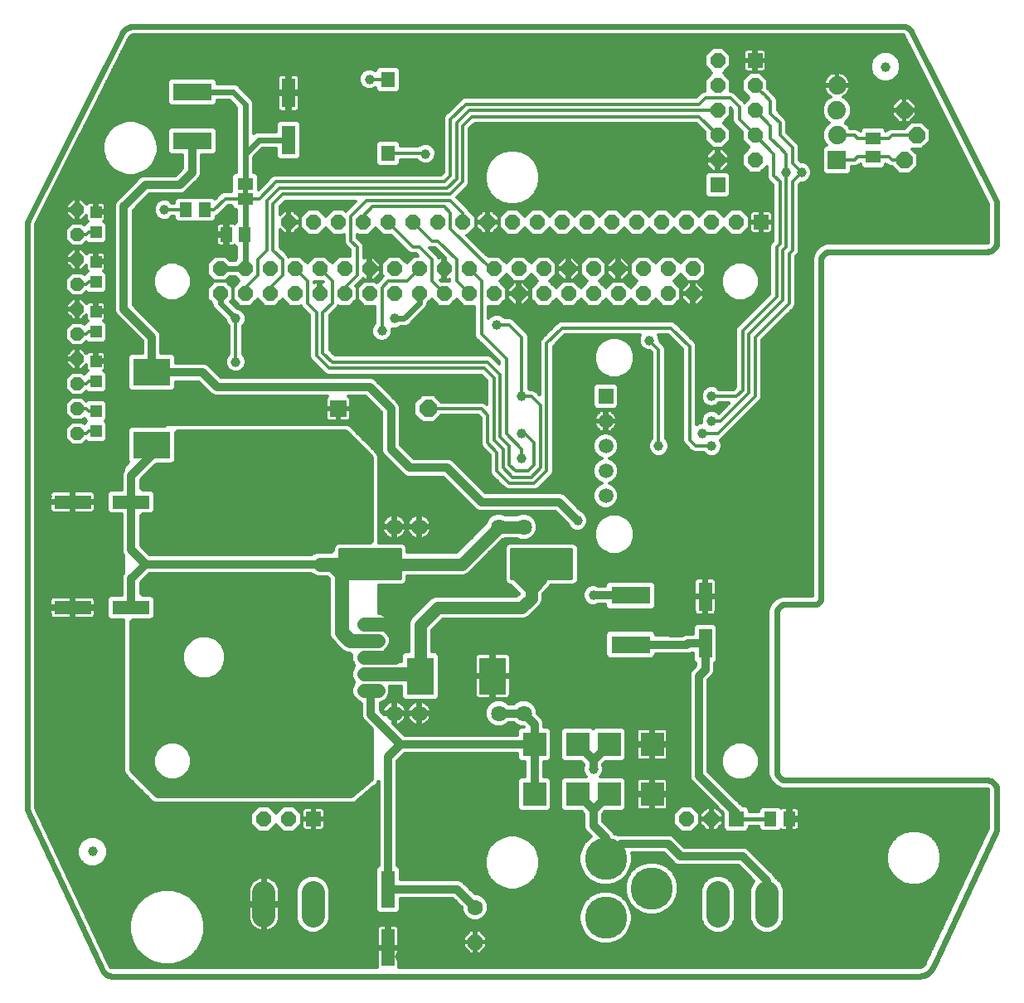
<source format=gtl>
G75*
%MOIN*%
%OFA0B0*%
%FSLAX25Y25*%
%IPPOS*%
%LPD*%
%AMOC8*
5,1,8,0,0,1.08239X$1,22.5*
%
%ADD10C,0.00600*%
%ADD11C,0.02400*%
%ADD12C,0.03937*%
%ADD13C,0.09370*%
%ADD14R,0.07400X0.07400*%
%ADD15C,0.07400*%
%ADD16C,0.17000*%
%ADD17R,0.04724X0.04724*%
%ADD18R,0.05906X0.05118*%
%ADD19R,0.06000X0.06000*%
%ADD20OC8,0.06000*%
%ADD21OC8,0.05200*%
%ADD22R,0.05937X0.05937*%
%ADD23C,0.05937*%
%ADD24R,0.05118X0.05906*%
%ADD25C,0.01280*%
%ADD26C,0.05543*%
%ADD27R,0.09449X0.09449*%
%ADD28R,0.15748X0.07087*%
%ADD29R,0.14961X0.05512*%
%ADD30R,0.05512X0.11811*%
%ADD31OC8,0.06300*%
%ADD32C,0.06300*%
%ADD33R,0.11024X0.14961*%
%ADD34OC8,0.06600*%
%ADD35R,0.14961X0.11024*%
%ADD36R,0.06300X0.04600*%
%ADD37C,0.01600*%
%ADD38C,0.06425*%
%ADD39R,0.05512X0.14961*%
%ADD40R,0.05512X0.06299*%
%ADD41R,0.07000X0.07000*%
%ADD42OC8,0.07000*%
%ADD43C,0.01200*%
%ADD44C,0.05600*%
%ADD45C,0.03200*%
%ADD46C,0.05000*%
D10*
X0399100Y0314100D02*
X0399240Y0314102D01*
X0399380Y0314108D01*
X0399520Y0314118D01*
X0399660Y0314131D01*
X0399799Y0314149D01*
X0399938Y0314171D01*
X0400075Y0314196D01*
X0400213Y0314225D01*
X0400349Y0314258D01*
X0400484Y0314295D01*
X0400618Y0314336D01*
X0400751Y0314381D01*
X0400883Y0314429D01*
X0401013Y0314481D01*
X0401142Y0314536D01*
X0401269Y0314595D01*
X0401395Y0314658D01*
X0401519Y0314724D01*
X0401640Y0314793D01*
X0401760Y0314866D01*
X0401878Y0314943D01*
X0401993Y0315022D01*
X0402107Y0315105D01*
X0402217Y0315191D01*
X0402326Y0315280D01*
X0402432Y0315372D01*
X0402535Y0315467D01*
X0402636Y0315564D01*
X0402733Y0315665D01*
X0402828Y0315768D01*
X0402920Y0315874D01*
X0403009Y0315983D01*
X0403095Y0316093D01*
X0403178Y0316207D01*
X0403257Y0316322D01*
X0403334Y0316440D01*
X0403407Y0316560D01*
X0403476Y0316681D01*
X0403542Y0316805D01*
X0403605Y0316931D01*
X0403664Y0317058D01*
X0403719Y0317187D01*
X0403771Y0317317D01*
X0403819Y0317449D01*
X0403864Y0317582D01*
X0403905Y0317716D01*
X0403942Y0317851D01*
X0403975Y0317987D01*
X0404004Y0318125D01*
X0404029Y0318262D01*
X0404051Y0318401D01*
X0404069Y0318540D01*
X0404082Y0318680D01*
X0404092Y0318820D01*
X0404098Y0318960D01*
X0404100Y0319100D01*
X0404098Y0318960D01*
X0404092Y0318820D01*
X0404082Y0318680D01*
X0404069Y0318540D01*
X0404051Y0318401D01*
X0404029Y0318262D01*
X0404004Y0318125D01*
X0403975Y0317987D01*
X0403942Y0317851D01*
X0403905Y0317716D01*
X0403864Y0317582D01*
X0403819Y0317449D01*
X0403771Y0317317D01*
X0403719Y0317187D01*
X0403664Y0317058D01*
X0403605Y0316931D01*
X0403542Y0316805D01*
X0403476Y0316681D01*
X0403407Y0316560D01*
X0403334Y0316440D01*
X0403257Y0316322D01*
X0403178Y0316207D01*
X0403095Y0316093D01*
X0403009Y0315983D01*
X0402920Y0315874D01*
X0402828Y0315768D01*
X0402733Y0315665D01*
X0402636Y0315564D01*
X0402535Y0315467D01*
X0402432Y0315372D01*
X0402326Y0315280D01*
X0402217Y0315191D01*
X0402107Y0315105D01*
X0401993Y0315022D01*
X0401878Y0314943D01*
X0401760Y0314866D01*
X0401640Y0314793D01*
X0401519Y0314724D01*
X0401395Y0314658D01*
X0401269Y0314595D01*
X0401142Y0314536D01*
X0401013Y0314481D01*
X0400883Y0314429D01*
X0400751Y0314381D01*
X0400618Y0314336D01*
X0400484Y0314295D01*
X0400349Y0314258D01*
X0400213Y0314225D01*
X0400075Y0314196D01*
X0399938Y0314171D01*
X0399799Y0314149D01*
X0399660Y0314131D01*
X0399520Y0314118D01*
X0399380Y0314108D01*
X0399240Y0314102D01*
X0399100Y0314100D01*
D11*
X0399927Y0314750D02*
X0336935Y0314750D01*
X0336811Y0314748D01*
X0336688Y0314742D01*
X0336564Y0314733D01*
X0336442Y0314719D01*
X0336319Y0314702D01*
X0336197Y0314680D01*
X0336076Y0314655D01*
X0335956Y0314626D01*
X0335837Y0314594D01*
X0335718Y0314557D01*
X0335601Y0314517D01*
X0335486Y0314474D01*
X0335371Y0314426D01*
X0335259Y0314375D01*
X0335148Y0314321D01*
X0335038Y0314263D01*
X0334931Y0314202D01*
X0334825Y0314137D01*
X0334722Y0314069D01*
X0334621Y0313998D01*
X0334522Y0313924D01*
X0334425Y0313847D01*
X0334331Y0313766D01*
X0334240Y0313683D01*
X0334151Y0313597D01*
X0334065Y0313508D01*
X0333982Y0313417D01*
X0333901Y0313323D01*
X0333824Y0313226D01*
X0333750Y0313127D01*
X0333679Y0313026D01*
X0333611Y0312923D01*
X0333546Y0312817D01*
X0333485Y0312710D01*
X0333427Y0312600D01*
X0333373Y0312489D01*
X0333322Y0312377D01*
X0333274Y0312262D01*
X0333231Y0312147D01*
X0333191Y0312030D01*
X0333154Y0311911D01*
X0333122Y0311792D01*
X0333093Y0311672D01*
X0333068Y0311551D01*
X0333046Y0311429D01*
X0333029Y0311306D01*
X0333015Y0311184D01*
X0333006Y0311060D01*
X0333000Y0310937D01*
X0332998Y0310813D01*
X0332998Y0174986D01*
X0332996Y0174900D01*
X0332991Y0174814D01*
X0332981Y0174729D01*
X0332968Y0174644D01*
X0332951Y0174560D01*
X0332931Y0174476D01*
X0332907Y0174394D01*
X0332879Y0174313D01*
X0332848Y0174232D01*
X0332814Y0174154D01*
X0332776Y0174077D01*
X0332734Y0174002D01*
X0332690Y0173928D01*
X0332642Y0173857D01*
X0332591Y0173787D01*
X0332537Y0173720D01*
X0332481Y0173656D01*
X0332421Y0173594D01*
X0332359Y0173534D01*
X0332295Y0173478D01*
X0332228Y0173424D01*
X0332158Y0173373D01*
X0332087Y0173325D01*
X0332014Y0173281D01*
X0331938Y0173239D01*
X0331861Y0173201D01*
X0331783Y0173167D01*
X0331702Y0173136D01*
X0331621Y0173108D01*
X0331539Y0173084D01*
X0331455Y0173064D01*
X0331371Y0173047D01*
X0331286Y0173034D01*
X0331201Y0173024D01*
X0331115Y0173019D01*
X0331029Y0173017D01*
X0319218Y0173017D01*
X0319094Y0173015D01*
X0318971Y0173009D01*
X0318847Y0173000D01*
X0318725Y0172986D01*
X0318602Y0172969D01*
X0318480Y0172947D01*
X0318359Y0172922D01*
X0318239Y0172893D01*
X0318120Y0172861D01*
X0318001Y0172824D01*
X0317884Y0172784D01*
X0317769Y0172741D01*
X0317654Y0172693D01*
X0317542Y0172642D01*
X0317431Y0172588D01*
X0317321Y0172530D01*
X0317214Y0172469D01*
X0317108Y0172404D01*
X0317005Y0172336D01*
X0316904Y0172265D01*
X0316805Y0172191D01*
X0316708Y0172114D01*
X0316614Y0172033D01*
X0316523Y0171950D01*
X0316434Y0171864D01*
X0316348Y0171775D01*
X0316265Y0171684D01*
X0316184Y0171590D01*
X0316107Y0171493D01*
X0316033Y0171394D01*
X0315962Y0171293D01*
X0315894Y0171190D01*
X0315829Y0171084D01*
X0315768Y0170977D01*
X0315710Y0170867D01*
X0315656Y0170756D01*
X0315605Y0170644D01*
X0315557Y0170529D01*
X0315514Y0170414D01*
X0315474Y0170297D01*
X0315437Y0170178D01*
X0315405Y0170059D01*
X0315376Y0169939D01*
X0315351Y0169818D01*
X0315329Y0169696D01*
X0315312Y0169573D01*
X0315298Y0169451D01*
X0315289Y0169327D01*
X0315283Y0169204D01*
X0315281Y0169080D01*
X0315281Y0106088D01*
X0315283Y0105964D01*
X0315289Y0105841D01*
X0315298Y0105717D01*
X0315312Y0105595D01*
X0315329Y0105472D01*
X0315351Y0105350D01*
X0315376Y0105229D01*
X0315405Y0105109D01*
X0315437Y0104990D01*
X0315474Y0104871D01*
X0315514Y0104754D01*
X0315557Y0104639D01*
X0315605Y0104524D01*
X0315656Y0104412D01*
X0315710Y0104301D01*
X0315768Y0104191D01*
X0315829Y0104084D01*
X0315894Y0103978D01*
X0315962Y0103875D01*
X0316033Y0103774D01*
X0316107Y0103675D01*
X0316184Y0103578D01*
X0316265Y0103484D01*
X0316348Y0103393D01*
X0316434Y0103304D01*
X0316523Y0103218D01*
X0316614Y0103135D01*
X0316708Y0103054D01*
X0316805Y0102977D01*
X0316904Y0102903D01*
X0317005Y0102832D01*
X0317108Y0102764D01*
X0317214Y0102699D01*
X0317321Y0102638D01*
X0317431Y0102580D01*
X0317542Y0102526D01*
X0317654Y0102475D01*
X0317769Y0102427D01*
X0317884Y0102384D01*
X0318001Y0102344D01*
X0318120Y0102307D01*
X0318239Y0102275D01*
X0318359Y0102246D01*
X0318480Y0102221D01*
X0318602Y0102199D01*
X0318725Y0102182D01*
X0318847Y0102168D01*
X0318971Y0102159D01*
X0319094Y0102153D01*
X0319218Y0102151D01*
X0399927Y0102151D01*
X0400051Y0102149D01*
X0400174Y0102143D01*
X0400298Y0102134D01*
X0400420Y0102120D01*
X0400543Y0102103D01*
X0400665Y0102081D01*
X0400786Y0102056D01*
X0400906Y0102027D01*
X0401025Y0101995D01*
X0401144Y0101958D01*
X0401261Y0101918D01*
X0401376Y0101875D01*
X0401491Y0101827D01*
X0401603Y0101776D01*
X0401714Y0101722D01*
X0401824Y0101664D01*
X0401931Y0101603D01*
X0402037Y0101538D01*
X0402140Y0101470D01*
X0402241Y0101399D01*
X0402340Y0101325D01*
X0402437Y0101248D01*
X0402531Y0101167D01*
X0402622Y0101084D01*
X0402711Y0100998D01*
X0402797Y0100909D01*
X0402880Y0100818D01*
X0402961Y0100724D01*
X0403038Y0100627D01*
X0403112Y0100528D01*
X0403183Y0100427D01*
X0403251Y0100324D01*
X0403316Y0100218D01*
X0403377Y0100111D01*
X0403435Y0100001D01*
X0403489Y0099890D01*
X0403540Y0099778D01*
X0403588Y0099663D01*
X0403631Y0099548D01*
X0403671Y0099431D01*
X0403708Y0099312D01*
X0403740Y0099193D01*
X0403769Y0099073D01*
X0403794Y0098952D01*
X0403816Y0098830D01*
X0403833Y0098707D01*
X0403847Y0098585D01*
X0403856Y0098461D01*
X0403862Y0098338D01*
X0403864Y0098214D01*
X0403864Y0082931D01*
X0403656Y0082050D02*
X0377937Y0026676D01*
X0377868Y0026541D01*
X0377795Y0026407D01*
X0377718Y0026276D01*
X0377638Y0026147D01*
X0377555Y0026019D01*
X0377468Y0025894D01*
X0377378Y0025772D01*
X0377286Y0025651D01*
X0377190Y0025533D01*
X0377091Y0025418D01*
X0376989Y0025305D01*
X0376884Y0025195D01*
X0376777Y0025087D01*
X0376666Y0024982D01*
X0376553Y0024880D01*
X0376438Y0024782D01*
X0376320Y0024686D01*
X0376200Y0024593D01*
X0376077Y0024503D01*
X0375952Y0024417D01*
X0375824Y0024333D01*
X0375695Y0024254D01*
X0375564Y0024177D01*
X0375430Y0024104D01*
X0375295Y0024034D01*
X0375158Y0023968D01*
X0375020Y0023905D01*
X0374880Y0023846D01*
X0374738Y0023791D01*
X0374595Y0023739D01*
X0374451Y0023691D01*
X0374305Y0023646D01*
X0374159Y0023606D01*
X0374011Y0023569D01*
X0373863Y0023536D01*
X0373714Y0023507D01*
X0373564Y0023481D01*
X0373413Y0023460D01*
X0373262Y0023442D01*
X0373111Y0023429D01*
X0372959Y0023419D01*
X0372807Y0023413D01*
X0372655Y0023411D01*
X0048029Y0023411D01*
X0047904Y0023413D01*
X0047780Y0023419D01*
X0047656Y0023429D01*
X0047532Y0023442D01*
X0047409Y0023460D01*
X0047286Y0023482D01*
X0047164Y0023507D01*
X0047043Y0023536D01*
X0046923Y0023569D01*
X0046804Y0023606D01*
X0046687Y0023647D01*
X0046570Y0023691D01*
X0046455Y0023739D01*
X0046342Y0023791D01*
X0046230Y0023846D01*
X0046120Y0023905D01*
X0046012Y0023967D01*
X0045906Y0024032D01*
X0045803Y0024101D01*
X0045701Y0024173D01*
X0045602Y0024248D01*
X0045505Y0024327D01*
X0045411Y0024408D01*
X0045319Y0024492D01*
X0045230Y0024579D01*
X0045144Y0024669D01*
X0045061Y0024762D01*
X0044980Y0024857D01*
X0044903Y0024955D01*
X0044829Y0025055D01*
X0044758Y0025157D01*
X0044690Y0025262D01*
X0044626Y0025368D01*
X0044565Y0025477D01*
X0044508Y0025587D01*
X0014516Y0089509D01*
X0014100Y0091270D02*
X0014100Y0325631D01*
X0014516Y0327392D02*
X0051931Y0402223D01*
X0051998Y0402353D01*
X0052069Y0402482D01*
X0052143Y0402609D01*
X0052221Y0402733D01*
X0052301Y0402856D01*
X0052385Y0402976D01*
X0052472Y0403095D01*
X0052562Y0403210D01*
X0052656Y0403324D01*
X0052752Y0403435D01*
X0052851Y0403543D01*
X0052953Y0403649D01*
X0053057Y0403752D01*
X0053164Y0403852D01*
X0053274Y0403949D01*
X0053387Y0404044D01*
X0053501Y0404135D01*
X0053619Y0404223D01*
X0053738Y0404309D01*
X0053860Y0404391D01*
X0053984Y0404469D01*
X0054110Y0404545D01*
X0054237Y0404617D01*
X0054367Y0404686D01*
X0054498Y0404751D01*
X0054632Y0404813D01*
X0054766Y0404871D01*
X0054902Y0404926D01*
X0055040Y0404977D01*
X0055179Y0405025D01*
X0055319Y0405069D01*
X0055460Y0405109D01*
X0055602Y0405145D01*
X0055745Y0405178D01*
X0055889Y0405206D01*
X0056034Y0405232D01*
X0056179Y0405253D01*
X0056325Y0405270D01*
X0056471Y0405284D01*
X0056618Y0405293D01*
X0056764Y0405299D01*
X0056911Y0405301D01*
X0365998Y0405301D01*
X0366123Y0405299D01*
X0366247Y0405293D01*
X0366371Y0405283D01*
X0366495Y0405270D01*
X0366618Y0405252D01*
X0366741Y0405230D01*
X0366863Y0405205D01*
X0366984Y0405176D01*
X0367104Y0405143D01*
X0367223Y0405106D01*
X0367340Y0405065D01*
X0367457Y0405021D01*
X0367572Y0404973D01*
X0367685Y0404921D01*
X0367797Y0404866D01*
X0367907Y0404807D01*
X0368015Y0404745D01*
X0368121Y0404680D01*
X0368224Y0404611D01*
X0368326Y0404539D01*
X0368425Y0404464D01*
X0368522Y0404385D01*
X0368616Y0404304D01*
X0368708Y0404220D01*
X0368797Y0404133D01*
X0368883Y0404043D01*
X0368966Y0403950D01*
X0369047Y0403855D01*
X0369124Y0403757D01*
X0369198Y0403657D01*
X0369269Y0403555D01*
X0369337Y0403450D01*
X0369401Y0403344D01*
X0369462Y0403235D01*
X0369519Y0403125D01*
X0369519Y0403124D02*
X0403656Y0334850D01*
X0403864Y0333970D02*
X0403864Y0318687D01*
X0403862Y0318563D01*
X0403856Y0318440D01*
X0403847Y0318316D01*
X0403833Y0318194D01*
X0403816Y0318071D01*
X0403794Y0317949D01*
X0403769Y0317828D01*
X0403740Y0317708D01*
X0403708Y0317589D01*
X0403671Y0317470D01*
X0403631Y0317353D01*
X0403588Y0317238D01*
X0403540Y0317123D01*
X0403489Y0317011D01*
X0403435Y0316900D01*
X0403377Y0316790D01*
X0403316Y0316683D01*
X0403251Y0316577D01*
X0403183Y0316474D01*
X0403112Y0316373D01*
X0403038Y0316274D01*
X0402961Y0316177D01*
X0402880Y0316083D01*
X0402797Y0315992D01*
X0402711Y0315903D01*
X0402622Y0315817D01*
X0402531Y0315734D01*
X0402437Y0315653D01*
X0402340Y0315576D01*
X0402241Y0315502D01*
X0402140Y0315431D01*
X0402037Y0315363D01*
X0401931Y0315298D01*
X0401824Y0315237D01*
X0401714Y0315179D01*
X0401603Y0315125D01*
X0401491Y0315074D01*
X0401376Y0315026D01*
X0401261Y0314983D01*
X0401144Y0314943D01*
X0401025Y0314906D01*
X0400906Y0314874D01*
X0400786Y0314845D01*
X0400665Y0314820D01*
X0400543Y0314798D01*
X0400420Y0314781D01*
X0400298Y0314767D01*
X0400174Y0314758D01*
X0400051Y0314752D01*
X0399927Y0314750D01*
X0400051Y0314752D01*
X0400174Y0314758D01*
X0400298Y0314767D01*
X0400420Y0314781D01*
X0400543Y0314798D01*
X0400665Y0314820D01*
X0400786Y0314845D01*
X0400906Y0314874D01*
X0401025Y0314906D01*
X0401144Y0314943D01*
X0401261Y0314983D01*
X0401376Y0315026D01*
X0401491Y0315074D01*
X0401603Y0315125D01*
X0401714Y0315179D01*
X0401824Y0315237D01*
X0401931Y0315298D01*
X0402037Y0315363D01*
X0402140Y0315431D01*
X0402241Y0315502D01*
X0402340Y0315576D01*
X0402437Y0315653D01*
X0402531Y0315734D01*
X0402622Y0315817D01*
X0402711Y0315903D01*
X0402797Y0315992D01*
X0402880Y0316083D01*
X0402961Y0316177D01*
X0403038Y0316274D01*
X0403112Y0316373D01*
X0403183Y0316474D01*
X0403251Y0316577D01*
X0403316Y0316683D01*
X0403377Y0316790D01*
X0403435Y0316900D01*
X0403489Y0317011D01*
X0403540Y0317123D01*
X0403588Y0317238D01*
X0403631Y0317353D01*
X0403671Y0317470D01*
X0403708Y0317589D01*
X0403740Y0317708D01*
X0403769Y0317828D01*
X0403794Y0317949D01*
X0403816Y0318071D01*
X0403833Y0318194D01*
X0403847Y0318316D01*
X0403856Y0318440D01*
X0403862Y0318563D01*
X0403864Y0318687D01*
X0403864Y0333970D02*
X0403862Y0334053D01*
X0403857Y0334136D01*
X0403848Y0334218D01*
X0403836Y0334300D01*
X0403820Y0334382D01*
X0403801Y0334463D01*
X0403779Y0334543D01*
X0403753Y0334621D01*
X0403724Y0334699D01*
X0403692Y0334776D01*
X0403656Y0334851D01*
X0403692Y0334776D01*
X0403724Y0334699D01*
X0403753Y0334621D01*
X0403779Y0334543D01*
X0403801Y0334463D01*
X0403820Y0334382D01*
X0403836Y0334300D01*
X0403848Y0334218D01*
X0403857Y0334136D01*
X0403862Y0334053D01*
X0403864Y0333970D01*
X0336935Y0314750D02*
X0336811Y0314748D01*
X0336688Y0314742D01*
X0336564Y0314733D01*
X0336442Y0314719D01*
X0336319Y0314702D01*
X0336197Y0314680D01*
X0336076Y0314655D01*
X0335956Y0314626D01*
X0335837Y0314594D01*
X0335718Y0314557D01*
X0335601Y0314517D01*
X0335486Y0314474D01*
X0335371Y0314426D01*
X0335259Y0314375D01*
X0335148Y0314321D01*
X0335038Y0314263D01*
X0334931Y0314202D01*
X0334825Y0314137D01*
X0334722Y0314069D01*
X0334621Y0313998D01*
X0334522Y0313924D01*
X0334425Y0313847D01*
X0334331Y0313766D01*
X0334240Y0313683D01*
X0334151Y0313597D01*
X0334065Y0313508D01*
X0333982Y0313417D01*
X0333901Y0313323D01*
X0333824Y0313226D01*
X0333750Y0313127D01*
X0333679Y0313026D01*
X0333611Y0312923D01*
X0333546Y0312817D01*
X0333485Y0312710D01*
X0333427Y0312600D01*
X0333373Y0312489D01*
X0333322Y0312377D01*
X0333274Y0312262D01*
X0333231Y0312147D01*
X0333191Y0312030D01*
X0333154Y0311911D01*
X0333122Y0311792D01*
X0333093Y0311672D01*
X0333068Y0311551D01*
X0333046Y0311429D01*
X0333029Y0311306D01*
X0333015Y0311184D01*
X0333006Y0311060D01*
X0333000Y0310937D01*
X0332998Y0310813D01*
X0369519Y0403125D02*
X0369462Y0403235D01*
X0369401Y0403344D01*
X0369337Y0403450D01*
X0369269Y0403555D01*
X0369198Y0403657D01*
X0369124Y0403757D01*
X0369047Y0403855D01*
X0368966Y0403950D01*
X0368883Y0404043D01*
X0368797Y0404133D01*
X0368708Y0404220D01*
X0368616Y0404304D01*
X0368522Y0404385D01*
X0368425Y0404464D01*
X0368326Y0404539D01*
X0368224Y0404611D01*
X0368121Y0404680D01*
X0368015Y0404745D01*
X0367907Y0404807D01*
X0367797Y0404866D01*
X0367685Y0404921D01*
X0367572Y0404973D01*
X0367457Y0405021D01*
X0367340Y0405065D01*
X0367223Y0405106D01*
X0367104Y0405143D01*
X0366984Y0405176D01*
X0366863Y0405205D01*
X0366741Y0405230D01*
X0366618Y0405252D01*
X0366495Y0405270D01*
X0366371Y0405283D01*
X0366247Y0405293D01*
X0366123Y0405299D01*
X0365998Y0405301D01*
X0171600Y0297850D02*
X0171600Y0294100D01*
X0165350Y0287850D01*
X0161600Y0287850D01*
X0101600Y0307850D02*
X0101600Y0336100D01*
X0101600Y0342100D02*
X0101600Y0354100D01*
X0107151Y0359651D01*
X0119100Y0359651D01*
X0101600Y0354100D02*
X0101600Y0374100D01*
X0096757Y0378943D01*
X0080350Y0378943D01*
X0056911Y0405301D02*
X0056764Y0405299D01*
X0056618Y0405293D01*
X0056471Y0405284D01*
X0056325Y0405270D01*
X0056179Y0405253D01*
X0056034Y0405232D01*
X0055889Y0405206D01*
X0055745Y0405178D01*
X0055602Y0405145D01*
X0055460Y0405109D01*
X0055319Y0405069D01*
X0055179Y0405025D01*
X0055040Y0404977D01*
X0054902Y0404926D01*
X0054766Y0404871D01*
X0054632Y0404813D01*
X0054498Y0404751D01*
X0054367Y0404686D01*
X0054237Y0404617D01*
X0054110Y0404545D01*
X0053984Y0404469D01*
X0053860Y0404391D01*
X0053738Y0404309D01*
X0053619Y0404223D01*
X0053501Y0404135D01*
X0053387Y0404044D01*
X0053274Y0403949D01*
X0053164Y0403852D01*
X0053057Y0403752D01*
X0052953Y0403649D01*
X0052851Y0403543D01*
X0052752Y0403435D01*
X0052656Y0403324D01*
X0052562Y0403210D01*
X0052472Y0403095D01*
X0052385Y0402976D01*
X0052301Y0402856D01*
X0052221Y0402733D01*
X0052143Y0402609D01*
X0052069Y0402482D01*
X0051998Y0402353D01*
X0051931Y0402223D01*
X0014516Y0327392D02*
X0014463Y0327282D01*
X0014414Y0327171D01*
X0014368Y0327058D01*
X0014325Y0326944D01*
X0014287Y0326829D01*
X0014251Y0326712D01*
X0014220Y0326595D01*
X0014192Y0326476D01*
X0014168Y0326357D01*
X0014147Y0326237D01*
X0014130Y0326117D01*
X0014117Y0325996D01*
X0014108Y0325874D01*
X0014102Y0325753D01*
X0014100Y0325631D01*
X0014102Y0325753D01*
X0014108Y0325874D01*
X0014117Y0325996D01*
X0014130Y0326117D01*
X0014147Y0326237D01*
X0014168Y0326357D01*
X0014192Y0326476D01*
X0014220Y0326595D01*
X0014251Y0326712D01*
X0014287Y0326829D01*
X0014325Y0326944D01*
X0014368Y0327058D01*
X0014414Y0327171D01*
X0014463Y0327282D01*
X0014516Y0327392D01*
X0091600Y0307850D02*
X0101600Y0307850D01*
X0091600Y0297850D02*
X0091600Y0294100D01*
X0097850Y0287850D01*
X0014100Y0091270D02*
X0014102Y0091148D01*
X0014108Y0091027D01*
X0014117Y0090905D01*
X0014130Y0090784D01*
X0014147Y0090664D01*
X0014168Y0090544D01*
X0014192Y0090425D01*
X0014220Y0090306D01*
X0014251Y0090189D01*
X0014287Y0090072D01*
X0014325Y0089957D01*
X0014368Y0089843D01*
X0014414Y0089730D01*
X0014463Y0089619D01*
X0014516Y0089509D01*
X0014463Y0089619D01*
X0014414Y0089730D01*
X0014368Y0089843D01*
X0014325Y0089957D01*
X0014287Y0090072D01*
X0014251Y0090189D01*
X0014220Y0090306D01*
X0014192Y0090425D01*
X0014168Y0090544D01*
X0014147Y0090664D01*
X0014130Y0090784D01*
X0014117Y0090905D01*
X0014108Y0091027D01*
X0014102Y0091148D01*
X0014100Y0091270D01*
X0044508Y0025587D02*
X0044565Y0025477D01*
X0044626Y0025368D01*
X0044690Y0025262D01*
X0044758Y0025157D01*
X0044829Y0025055D01*
X0044903Y0024955D01*
X0044980Y0024857D01*
X0045061Y0024762D01*
X0045144Y0024669D01*
X0045230Y0024579D01*
X0045319Y0024492D01*
X0045411Y0024408D01*
X0045505Y0024327D01*
X0045602Y0024248D01*
X0045701Y0024173D01*
X0045803Y0024101D01*
X0045906Y0024032D01*
X0046012Y0023967D01*
X0046120Y0023905D01*
X0046230Y0023846D01*
X0046342Y0023791D01*
X0046455Y0023739D01*
X0046570Y0023691D01*
X0046687Y0023647D01*
X0046804Y0023606D01*
X0046923Y0023569D01*
X0047043Y0023536D01*
X0047164Y0023507D01*
X0047286Y0023482D01*
X0047409Y0023460D01*
X0047532Y0023442D01*
X0047656Y0023429D01*
X0047780Y0023419D01*
X0047904Y0023413D01*
X0048029Y0023411D01*
X0315281Y0106088D02*
X0315283Y0105964D01*
X0315289Y0105841D01*
X0315298Y0105717D01*
X0315312Y0105595D01*
X0315329Y0105472D01*
X0315351Y0105350D01*
X0315376Y0105229D01*
X0315405Y0105109D01*
X0315437Y0104990D01*
X0315474Y0104871D01*
X0315514Y0104754D01*
X0315557Y0104639D01*
X0315605Y0104524D01*
X0315656Y0104412D01*
X0315710Y0104301D01*
X0315768Y0104191D01*
X0315829Y0104084D01*
X0315894Y0103978D01*
X0315962Y0103875D01*
X0316033Y0103774D01*
X0316107Y0103675D01*
X0316184Y0103578D01*
X0316265Y0103484D01*
X0316348Y0103393D01*
X0316434Y0103304D01*
X0316523Y0103218D01*
X0316614Y0103135D01*
X0316708Y0103054D01*
X0316805Y0102977D01*
X0316904Y0102903D01*
X0317005Y0102832D01*
X0317108Y0102764D01*
X0317214Y0102699D01*
X0317321Y0102638D01*
X0317431Y0102580D01*
X0317542Y0102526D01*
X0317654Y0102475D01*
X0317769Y0102427D01*
X0317884Y0102384D01*
X0318001Y0102344D01*
X0318120Y0102307D01*
X0318239Y0102275D01*
X0318359Y0102246D01*
X0318480Y0102221D01*
X0318602Y0102199D01*
X0318725Y0102182D01*
X0318847Y0102168D01*
X0318971Y0102159D01*
X0319094Y0102153D01*
X0319218Y0102151D01*
X0315281Y0169080D02*
X0315283Y0169204D01*
X0315289Y0169327D01*
X0315298Y0169451D01*
X0315312Y0169573D01*
X0315329Y0169696D01*
X0315351Y0169818D01*
X0315376Y0169939D01*
X0315405Y0170059D01*
X0315437Y0170178D01*
X0315474Y0170297D01*
X0315514Y0170414D01*
X0315557Y0170529D01*
X0315605Y0170644D01*
X0315656Y0170756D01*
X0315710Y0170867D01*
X0315768Y0170977D01*
X0315829Y0171084D01*
X0315894Y0171190D01*
X0315962Y0171293D01*
X0316033Y0171394D01*
X0316107Y0171493D01*
X0316184Y0171590D01*
X0316265Y0171684D01*
X0316348Y0171775D01*
X0316434Y0171864D01*
X0316523Y0171950D01*
X0316614Y0172033D01*
X0316708Y0172114D01*
X0316805Y0172191D01*
X0316904Y0172265D01*
X0317005Y0172336D01*
X0317108Y0172404D01*
X0317214Y0172469D01*
X0317321Y0172530D01*
X0317431Y0172588D01*
X0317542Y0172642D01*
X0317654Y0172693D01*
X0317769Y0172741D01*
X0317884Y0172784D01*
X0318001Y0172824D01*
X0318120Y0172861D01*
X0318239Y0172893D01*
X0318359Y0172922D01*
X0318480Y0172947D01*
X0318602Y0172969D01*
X0318725Y0172986D01*
X0318847Y0173000D01*
X0318971Y0173009D01*
X0319094Y0173015D01*
X0319218Y0173017D01*
X0331029Y0173017D02*
X0331115Y0173019D01*
X0331201Y0173024D01*
X0331286Y0173034D01*
X0331371Y0173047D01*
X0331455Y0173064D01*
X0331539Y0173084D01*
X0331621Y0173108D01*
X0331702Y0173136D01*
X0331783Y0173167D01*
X0331861Y0173201D01*
X0331938Y0173239D01*
X0332014Y0173281D01*
X0332087Y0173325D01*
X0332158Y0173373D01*
X0332228Y0173424D01*
X0332295Y0173478D01*
X0332359Y0173534D01*
X0332421Y0173594D01*
X0332481Y0173656D01*
X0332537Y0173720D01*
X0332591Y0173787D01*
X0332642Y0173857D01*
X0332690Y0173928D01*
X0332734Y0174002D01*
X0332776Y0174077D01*
X0332814Y0174154D01*
X0332848Y0174232D01*
X0332879Y0174313D01*
X0332907Y0174394D01*
X0332931Y0174476D01*
X0332951Y0174560D01*
X0332968Y0174644D01*
X0332981Y0174729D01*
X0332991Y0174814D01*
X0332996Y0174900D01*
X0332998Y0174986D01*
X0399927Y0102151D02*
X0400051Y0102149D01*
X0400174Y0102143D01*
X0400298Y0102134D01*
X0400420Y0102120D01*
X0400543Y0102103D01*
X0400665Y0102081D01*
X0400786Y0102056D01*
X0400906Y0102027D01*
X0401025Y0101995D01*
X0401144Y0101958D01*
X0401261Y0101918D01*
X0401376Y0101875D01*
X0401491Y0101827D01*
X0401603Y0101776D01*
X0401714Y0101722D01*
X0401824Y0101664D01*
X0401931Y0101603D01*
X0402037Y0101538D01*
X0402140Y0101470D01*
X0402241Y0101399D01*
X0402340Y0101325D01*
X0402437Y0101248D01*
X0402531Y0101167D01*
X0402622Y0101084D01*
X0402711Y0100998D01*
X0402797Y0100909D01*
X0402880Y0100818D01*
X0402961Y0100724D01*
X0403038Y0100627D01*
X0403112Y0100528D01*
X0403183Y0100427D01*
X0403251Y0100324D01*
X0403316Y0100218D01*
X0403377Y0100111D01*
X0403435Y0100001D01*
X0403489Y0099890D01*
X0403540Y0099778D01*
X0403588Y0099663D01*
X0403631Y0099548D01*
X0403671Y0099431D01*
X0403708Y0099312D01*
X0403740Y0099193D01*
X0403769Y0099073D01*
X0403794Y0098952D01*
X0403816Y0098830D01*
X0403833Y0098707D01*
X0403847Y0098585D01*
X0403856Y0098461D01*
X0403862Y0098338D01*
X0403864Y0098214D01*
X0403864Y0082931D02*
X0403862Y0082848D01*
X0403857Y0082765D01*
X0403848Y0082683D01*
X0403836Y0082601D01*
X0403820Y0082519D01*
X0403801Y0082438D01*
X0403779Y0082358D01*
X0403753Y0082280D01*
X0403724Y0082202D01*
X0403692Y0082125D01*
X0403656Y0082050D01*
X0403692Y0082125D01*
X0403724Y0082202D01*
X0403753Y0082280D01*
X0403779Y0082358D01*
X0403801Y0082438D01*
X0403820Y0082519D01*
X0403836Y0082601D01*
X0403848Y0082683D01*
X0403857Y0082765D01*
X0403862Y0082848D01*
X0403864Y0082931D01*
X0377937Y0026676D02*
X0377868Y0026541D01*
X0377795Y0026407D01*
X0377718Y0026276D01*
X0377638Y0026147D01*
X0377555Y0026019D01*
X0377468Y0025894D01*
X0377378Y0025772D01*
X0377286Y0025651D01*
X0377190Y0025533D01*
X0377091Y0025418D01*
X0376989Y0025305D01*
X0376884Y0025195D01*
X0376777Y0025087D01*
X0376666Y0024982D01*
X0376553Y0024880D01*
X0376438Y0024782D01*
X0376320Y0024686D01*
X0376200Y0024593D01*
X0376077Y0024503D01*
X0375952Y0024417D01*
X0375824Y0024333D01*
X0375695Y0024254D01*
X0375564Y0024177D01*
X0375430Y0024104D01*
X0375295Y0024034D01*
X0375158Y0023968D01*
X0375020Y0023905D01*
X0374880Y0023846D01*
X0374738Y0023791D01*
X0374595Y0023739D01*
X0374451Y0023691D01*
X0374305Y0023646D01*
X0374159Y0023606D01*
X0374011Y0023569D01*
X0373863Y0023536D01*
X0373714Y0023507D01*
X0373564Y0023481D01*
X0373413Y0023460D01*
X0373262Y0023442D01*
X0373111Y0023429D01*
X0372959Y0023419D01*
X0372807Y0023413D01*
X0372655Y0023411D01*
D12*
X0372368Y0031285D03*
X0356620Y0031285D03*
X0340872Y0031285D03*
X0325124Y0031285D03*
X0309376Y0031285D03*
X0277880Y0031285D03*
X0275567Y0029474D03*
X0262131Y0031285D03*
X0246383Y0031285D03*
X0230635Y0031285D03*
X0210950Y0031285D03*
X0195202Y0031285D03*
X0179454Y0031285D03*
X0163706Y0031285D03*
X0147958Y0031285D03*
X0132210Y0031285D03*
X0116462Y0031285D03*
X0100714Y0031285D03*
X0084966Y0031285D03*
X0049533Y0031285D03*
X0041659Y0047033D03*
X0033785Y0062781D03*
X0040348Y0073535D03*
X0025911Y0078529D03*
X0021974Y0090340D03*
X0021974Y0106088D03*
X0021974Y0121836D03*
X0021974Y0137584D03*
X0021974Y0153332D03*
X0021974Y0169080D03*
X0021974Y0184828D03*
X0021974Y0200576D03*
X0021974Y0216324D03*
X0021974Y0232072D03*
X0021974Y0247820D03*
X0021974Y0263569D03*
X0021974Y0279317D03*
X0021974Y0295065D03*
X0021974Y0310813D03*
X0021974Y0326561D03*
X0029848Y0342309D03*
X0037722Y0358057D03*
X0045596Y0373805D03*
X0051502Y0385616D03*
X0057407Y0397427D03*
X0073155Y0397427D03*
X0088903Y0397427D03*
X0104651Y0397427D03*
X0120399Y0397427D03*
X0136147Y0397427D03*
X0151895Y0397427D03*
X0151600Y0384100D03*
X0167643Y0397427D03*
X0183391Y0397427D03*
X0199139Y0397427D03*
X0222761Y0397427D03*
X0238509Y0397427D03*
X0254257Y0397427D03*
X0270006Y0397427D03*
X0285754Y0397427D03*
X0301502Y0397427D03*
X0317250Y0397427D03*
X0332998Y0397427D03*
X0348746Y0397427D03*
X0359100Y0389100D03*
X0364494Y0397427D03*
X0372368Y0381679D03*
X0380242Y0365931D03*
X0388116Y0350183D03*
X0395990Y0334435D03*
X0395990Y0322624D03*
X0380242Y0322624D03*
X0364494Y0322624D03*
X0348746Y0322624D03*
X0332998Y0322624D03*
X0325124Y0306876D03*
X0325124Y0291128D03*
X0325124Y0275380D03*
X0325124Y0259631D03*
X0325124Y0243883D03*
X0325124Y0228135D03*
X0325124Y0212387D03*
X0325124Y0196639D03*
X0325124Y0180891D03*
X0309376Y0180891D03*
X0309376Y0165143D03*
X0309376Y0149395D03*
X0295350Y0149100D03*
X0277850Y0149100D03*
X0256600Y0166600D03*
X0241600Y0176600D03*
X0216600Y0175350D03*
X0216600Y0179100D03*
X0206600Y0179100D03*
X0206600Y0164100D03*
X0182850Y0147850D03*
X0182850Y0140350D03*
X0164350Y0144850D03*
X0160100Y0144850D03*
X0144100Y0121600D03*
X0144100Y0101600D03*
X0124100Y0101600D03*
X0124100Y0121600D03*
X0104100Y0121600D03*
X0084100Y0121600D03*
X0084100Y0101600D03*
X0104100Y0101600D03*
X0064100Y0121600D03*
X0064100Y0141600D03*
X0064100Y0161600D03*
X0064100Y0181600D03*
X0064100Y0201600D03*
X0064100Y0221600D03*
X0084100Y0221600D03*
X0104100Y0221600D03*
X0104100Y0201600D03*
X0084100Y0201600D03*
X0084100Y0181600D03*
X0104100Y0181600D03*
X0124100Y0181600D03*
X0131600Y0189100D03*
X0136600Y0189100D03*
X0144100Y0201600D03*
X0144100Y0221600D03*
X0124100Y0221600D03*
X0124100Y0201600D03*
X0097850Y0270350D03*
X0097850Y0287850D03*
X0069100Y0331600D03*
X0109100Y0349100D03*
X0150350Y0349100D03*
X0174100Y0354100D03*
X0161600Y0287850D03*
X0156600Y0282850D03*
X0170350Y0275350D03*
X0186600Y0287850D03*
X0202850Y0285350D03*
X0194100Y0262850D03*
X0212850Y0256600D03*
X0212850Y0241600D03*
X0212850Y0231600D03*
X0231600Y0221600D03*
X0235350Y0206600D03*
X0262850Y0221600D03*
X0267850Y0236600D03*
X0277850Y0234100D03*
X0285350Y0241600D03*
X0289100Y0236600D03*
X0289100Y0246600D03*
X0289100Y0256600D03*
X0287850Y0281600D03*
X0264100Y0279100D03*
X0261600Y0289100D03*
X0261600Y0264100D03*
X0230350Y0271600D03*
X0319100Y0346600D03*
X0325350Y0346600D03*
X0309376Y0133647D03*
X0309376Y0117899D03*
X0309376Y0102151D03*
X0317250Y0094277D03*
X0332998Y0094277D03*
X0348746Y0094277D03*
X0364494Y0094277D03*
X0380242Y0094277D03*
X0395990Y0094277D03*
X0395990Y0082466D03*
X0388116Y0066718D03*
X0380242Y0047033D03*
X0241600Y0106600D03*
X0166600Y0101600D03*
X0166600Y0081600D03*
D13*
X0128943Y0057013D02*
X0128943Y0047643D01*
X0109257Y0047643D02*
X0109257Y0057013D01*
X0291757Y0057013D02*
X0291757Y0047643D01*
X0311443Y0047643D02*
X0311443Y0057013D01*
D14*
X0339575Y0351575D03*
D15*
X0339625Y0361600D03*
X0339575Y0371600D03*
X0339625Y0381600D03*
D16*
X0246600Y0070537D03*
X0265104Y0058726D03*
X0246600Y0046915D03*
D17*
X0041600Y0242466D03*
X0041600Y0250734D03*
X0041600Y0262466D03*
X0041600Y0270734D03*
X0041600Y0282466D03*
X0041600Y0290734D03*
X0041600Y0302466D03*
X0041600Y0310734D03*
X0041600Y0322466D03*
X0041600Y0330734D03*
D18*
X0354100Y0352860D03*
X0354100Y0360340D03*
D19*
X0309100Y0326600D03*
X0291600Y0341600D03*
X0306600Y0391600D03*
X0299100Y0086600D03*
X0129100Y0086600D03*
D20*
X0119100Y0086600D03*
X0109100Y0086600D03*
X0279100Y0086600D03*
X0289100Y0086600D03*
X0281600Y0297850D03*
X0281600Y0307850D03*
X0271600Y0307850D03*
X0271600Y0297850D03*
X0261600Y0297850D03*
X0261600Y0307850D03*
X0251600Y0307850D03*
X0251600Y0297850D03*
X0241600Y0297850D03*
X0241600Y0307850D03*
X0231600Y0307850D03*
X0231600Y0297850D03*
X0221600Y0297850D03*
X0221600Y0307850D03*
X0211600Y0307850D03*
X0211600Y0297850D03*
X0201600Y0297850D03*
X0201600Y0307850D03*
X0191600Y0307850D03*
X0191600Y0297850D03*
X0181600Y0297850D03*
X0181600Y0307850D03*
X0171600Y0307850D03*
X0171600Y0297850D03*
X0161600Y0297850D03*
X0161600Y0307850D03*
X0151600Y0307850D03*
X0151600Y0297850D03*
X0141600Y0297850D03*
X0141600Y0307850D03*
X0131600Y0307850D03*
X0131600Y0297850D03*
X0121600Y0297850D03*
X0121600Y0307850D03*
X0111600Y0307850D03*
X0111600Y0297850D03*
X0101600Y0297850D03*
X0101600Y0307850D03*
X0091600Y0307850D03*
X0091600Y0297850D03*
X0119100Y0326600D03*
X0129100Y0326600D03*
X0139100Y0326600D03*
X0149100Y0326600D03*
X0159100Y0326600D03*
X0169100Y0326600D03*
X0179100Y0326600D03*
X0189100Y0326600D03*
X0199100Y0326600D03*
X0209100Y0326600D03*
X0219100Y0326600D03*
X0229100Y0326600D03*
X0239100Y0326600D03*
X0249100Y0326600D03*
X0259100Y0326600D03*
X0269100Y0326600D03*
X0279100Y0326600D03*
X0289100Y0326600D03*
X0299100Y0326600D03*
X0291600Y0351600D03*
X0291600Y0361600D03*
X0291600Y0371600D03*
X0291600Y0381600D03*
X0291600Y0391600D03*
X0306600Y0381600D03*
X0306600Y0371600D03*
X0306600Y0361600D03*
X0306600Y0351600D03*
D21*
X0034100Y0331600D03*
X0034100Y0321600D03*
X0034100Y0311600D03*
X0034100Y0301600D03*
X0034100Y0291600D03*
X0034100Y0281600D03*
X0034100Y0271600D03*
X0034100Y0261600D03*
X0034100Y0251600D03*
X0034100Y0241600D03*
D22*
X0246600Y0256600D03*
D23*
X0246600Y0246600D03*
X0246600Y0236600D03*
X0246600Y0226600D03*
X0246600Y0216600D03*
D24*
X0312860Y0086600D03*
X0320340Y0086600D03*
X0101590Y0321600D03*
X0094110Y0321600D03*
X0085340Y0331600D03*
X0077860Y0331600D03*
D25*
X0139894Y0194860D02*
X0164014Y0194860D01*
X0164014Y0183340D01*
X0139894Y0183340D01*
X0139894Y0194860D01*
X0139894Y0184619D02*
X0164014Y0184619D01*
X0164014Y0185898D02*
X0139894Y0185898D01*
X0139894Y0187177D02*
X0164014Y0187177D01*
X0164014Y0188456D02*
X0139894Y0188456D01*
X0139894Y0189735D02*
X0164014Y0189735D01*
X0164014Y0191014D02*
X0139894Y0191014D01*
X0139894Y0192293D02*
X0164014Y0192293D01*
X0164014Y0193572D02*
X0139894Y0193572D01*
X0139894Y0194851D02*
X0164014Y0194851D01*
X0208792Y0194860D02*
X0232912Y0194860D01*
X0232912Y0183340D01*
X0208792Y0183340D01*
X0208792Y0194860D01*
X0208792Y0184619D02*
X0232912Y0184619D01*
X0232912Y0185898D02*
X0208792Y0185898D01*
X0208792Y0187177D02*
X0232912Y0187177D01*
X0232912Y0188456D02*
X0208792Y0188456D01*
X0208792Y0189735D02*
X0232912Y0189735D01*
X0232912Y0191014D02*
X0208792Y0191014D01*
X0208792Y0192293D02*
X0232912Y0192293D01*
X0232912Y0193572D02*
X0208792Y0193572D01*
X0208792Y0194851D02*
X0232912Y0194851D01*
D26*
X0154943Y0164986D02*
X0149399Y0164986D01*
X0149439Y0158293D02*
X0154982Y0158293D01*
X0154943Y0151600D02*
X0149399Y0151600D01*
X0149439Y0144907D02*
X0154982Y0144907D01*
X0154943Y0138214D02*
X0149399Y0138214D01*
D27*
X0217939Y0116600D03*
X0235261Y0116600D03*
X0247939Y0116600D03*
X0265261Y0116600D03*
X0265261Y0096600D03*
X0247939Y0096600D03*
X0235261Y0096600D03*
X0217939Y0096600D03*
D28*
X0256600Y0156757D03*
X0256600Y0176443D03*
X0080350Y0359257D03*
X0080350Y0378943D03*
D29*
X0055911Y0214100D03*
X0032289Y0214100D03*
X0032289Y0171600D03*
X0055911Y0171600D03*
D30*
X0119100Y0359651D03*
X0119100Y0378549D03*
X0286600Y0176049D03*
X0286600Y0157151D03*
D31*
X0194100Y0037100D03*
D32*
X0194100Y0051100D03*
D33*
X0201167Y0144100D03*
X0172033Y0144100D03*
D34*
X0366600Y0351600D03*
X0371600Y0361600D03*
X0366600Y0371600D03*
D35*
X0064100Y0266167D03*
X0064100Y0237033D03*
D36*
X0101600Y0336100D03*
X0101600Y0342100D03*
D37*
X0101590Y0342090D01*
X0101590Y0321600D01*
X0101600Y0336600D02*
X0101600Y0341600D01*
X0164350Y0144850D02*
X0172033Y0144850D01*
X0172033Y0144100D01*
X0299100Y0086600D02*
X0312860Y0086600D01*
D38*
X0213600Y0129100D03*
X0203600Y0129100D03*
X0171600Y0129100D03*
X0161600Y0129100D03*
X0161600Y0204100D03*
X0171600Y0204100D03*
X0203600Y0204100D03*
X0213600Y0204100D03*
D39*
X0159100Y0058411D03*
X0159100Y0034789D03*
D40*
X0159100Y0354336D03*
X0159100Y0383864D03*
D41*
X0139041Y0251600D03*
D42*
X0175281Y0251600D03*
D43*
X0055347Y0040364D02*
X0041330Y0040364D01*
X0041892Y0039166D02*
X0055668Y0039166D01*
X0055989Y0037967D02*
X0042455Y0037967D01*
X0043017Y0036769D02*
X0056454Y0036769D01*
X0056186Y0037233D02*
X0058187Y0033767D01*
X0061017Y0030937D01*
X0064483Y0028936D01*
X0068349Y0027900D01*
X0072351Y0027900D01*
X0076217Y0028936D01*
X0079683Y0030937D01*
X0082513Y0033767D01*
X0084514Y0037233D01*
X0085550Y0041099D01*
X0085550Y0045101D01*
X0084514Y0048967D01*
X0082513Y0052433D01*
X0079683Y0055263D01*
X0076217Y0057264D01*
X0072351Y0058300D01*
X0068349Y0058300D01*
X0064483Y0057264D01*
X0061017Y0055263D01*
X0058187Y0052433D01*
X0056186Y0048967D01*
X0055150Y0045101D01*
X0055150Y0041099D01*
X0056186Y0037233D01*
X0057146Y0035570D02*
X0043580Y0035570D01*
X0044142Y0034372D02*
X0057838Y0034372D01*
X0058781Y0033173D02*
X0044704Y0033173D01*
X0045267Y0031975D02*
X0059979Y0031975D01*
X0061295Y0030776D02*
X0045829Y0030776D01*
X0046391Y0029578D02*
X0063371Y0029578D01*
X0066561Y0028379D02*
X0046954Y0028379D01*
X0047516Y0027181D02*
X0154744Y0027181D01*
X0154744Y0027098D02*
X0154821Y0026811D01*
X0048029Y0026811D01*
X0047931Y0026820D01*
X0047747Y0026891D01*
X0047601Y0027024D01*
X0047554Y0027100D01*
X0017862Y0090381D01*
X0017859Y0090424D01*
X0017576Y0090991D01*
X0017544Y0091059D01*
X0017532Y0091087D01*
X0017504Y0091207D01*
X0017500Y0091270D01*
X0017500Y0325631D01*
X0017504Y0325693D01*
X0017532Y0325814D01*
X0017557Y0325871D01*
X0054670Y0400098D01*
X0054972Y0400702D01*
X0055183Y0401042D01*
X0055771Y0401577D01*
X0056513Y0401864D01*
X0056911Y0401901D01*
X0365998Y0401901D01*
X0366096Y0401892D01*
X0366280Y0401821D01*
X0366426Y0401688D01*
X0366478Y0401604D01*
X0366780Y0400999D01*
X0366780Y0400999D01*
X0400312Y0333935D01*
X0400312Y0333935D01*
X0400464Y0333632D01*
X0400464Y0318687D01*
X0400453Y0318582D01*
X0400373Y0318388D01*
X0400225Y0318240D01*
X0400032Y0318160D01*
X0399927Y0318150D01*
X0335475Y0318150D01*
X0332779Y0317033D01*
X0332779Y0317033D01*
X0330715Y0314969D01*
X0329598Y0312272D01*
X0329598Y0176417D01*
X0317759Y0176417D01*
X0315062Y0175300D01*
X0312998Y0173236D01*
X0311881Y0170540D01*
X0311881Y0104629D01*
X0312998Y0101932D01*
X0315062Y0099868D01*
X0317759Y0098751D01*
X0399927Y0098751D01*
X0400032Y0098741D01*
X0400225Y0098661D01*
X0400373Y0098513D01*
X0400453Y0098319D01*
X0400464Y0098214D01*
X0400464Y0083269D01*
X0400312Y0082966D01*
X0400309Y0082915D01*
X0374890Y0028186D01*
X0374652Y0027804D01*
X0373972Y0027185D01*
X0373115Y0026854D01*
X0372655Y0026811D01*
X0163379Y0026811D01*
X0163456Y0027098D01*
X0163456Y0034189D01*
X0159700Y0034189D01*
X0159700Y0035389D01*
X0158500Y0035389D01*
X0158500Y0043869D01*
X0156133Y0043869D01*
X0155727Y0043760D01*
X0155362Y0043550D01*
X0155064Y0043252D01*
X0154853Y0042887D01*
X0154744Y0042480D01*
X0154744Y0035389D01*
X0158500Y0035389D01*
X0158500Y0034189D01*
X0154744Y0034189D01*
X0154744Y0027098D01*
X0154744Y0028379D02*
X0074139Y0028379D01*
X0077329Y0029578D02*
X0154744Y0029578D01*
X0154744Y0030776D02*
X0079405Y0030776D01*
X0080721Y0031975D02*
X0154744Y0031975D01*
X0154744Y0033173D02*
X0081919Y0033173D01*
X0082862Y0034372D02*
X0158500Y0034372D01*
X0158500Y0035570D02*
X0159700Y0035570D01*
X0159700Y0035389D02*
X0159700Y0043869D01*
X0162067Y0043869D01*
X0162473Y0043760D01*
X0162838Y0043550D01*
X0163136Y0043252D01*
X0163347Y0042887D01*
X0163456Y0042480D01*
X0163456Y0035389D01*
X0159700Y0035389D01*
X0159700Y0034372D02*
X0190111Y0034372D01*
X0189350Y0035132D02*
X0192132Y0032350D01*
X0193900Y0032350D01*
X0193900Y0036900D01*
X0189350Y0036900D01*
X0189350Y0035132D01*
X0189350Y0035570D02*
X0163456Y0035570D01*
X0163456Y0036769D02*
X0189350Y0036769D01*
X0189350Y0037300D02*
X0193900Y0037300D01*
X0193900Y0041850D01*
X0192132Y0041850D01*
X0189350Y0039068D01*
X0189350Y0037300D01*
X0189350Y0037967D02*
X0163456Y0037967D01*
X0163456Y0039166D02*
X0189448Y0039166D01*
X0190647Y0040364D02*
X0163456Y0040364D01*
X0163456Y0041563D02*
X0191845Y0041563D01*
X0193900Y0041563D02*
X0194300Y0041563D01*
X0194300Y0041850D02*
X0194300Y0037300D01*
X0193900Y0037300D01*
X0193900Y0036900D01*
X0194300Y0036900D01*
X0194300Y0037300D01*
X0198850Y0037300D01*
X0198850Y0039068D01*
X0196068Y0041850D01*
X0194300Y0041850D01*
X0194300Y0040364D02*
X0193900Y0040364D01*
X0193900Y0039166D02*
X0194300Y0039166D01*
X0194300Y0037967D02*
X0193900Y0037967D01*
X0194300Y0036900D02*
X0198850Y0036900D01*
X0198850Y0035132D01*
X0196068Y0032350D01*
X0194300Y0032350D01*
X0194300Y0036900D01*
X0194300Y0036769D02*
X0193900Y0036769D01*
X0193900Y0035570D02*
X0194300Y0035570D01*
X0194300Y0034372D02*
X0193900Y0034372D01*
X0193900Y0033173D02*
X0194300Y0033173D01*
X0196891Y0033173D02*
X0377206Y0033173D01*
X0376649Y0031975D02*
X0163456Y0031975D01*
X0163456Y0033173D02*
X0191309Y0033173D01*
X0198089Y0034372D02*
X0377763Y0034372D01*
X0378319Y0035570D02*
X0198850Y0035570D01*
X0198850Y0036769D02*
X0243125Y0036769D01*
X0242470Y0036944D02*
X0245191Y0036215D01*
X0248009Y0036215D01*
X0250730Y0036944D01*
X0253170Y0038353D01*
X0255162Y0040345D01*
X0256571Y0042785D01*
X0257300Y0045506D01*
X0257300Y0048324D01*
X0256571Y0051045D01*
X0255162Y0053485D01*
X0253170Y0055477D01*
X0250730Y0056886D01*
X0248009Y0057615D01*
X0245191Y0057615D01*
X0242470Y0056886D01*
X0240030Y0055477D01*
X0238038Y0053485D01*
X0236629Y0051045D01*
X0235900Y0048324D01*
X0235900Y0045506D01*
X0236629Y0042785D01*
X0238038Y0040345D01*
X0240030Y0038353D01*
X0242470Y0036944D01*
X0240698Y0037967D02*
X0198850Y0037967D01*
X0198752Y0039166D02*
X0239217Y0039166D01*
X0238027Y0040364D02*
X0197553Y0040364D01*
X0196355Y0041563D02*
X0237335Y0041563D01*
X0236643Y0042761D02*
X0163381Y0042761D01*
X0159700Y0042761D02*
X0158500Y0042761D01*
X0158500Y0041563D02*
X0159700Y0041563D01*
X0159700Y0040364D02*
X0158500Y0040364D01*
X0158500Y0039166D02*
X0159700Y0039166D01*
X0159700Y0037967D02*
X0158500Y0037967D01*
X0158500Y0036769D02*
X0159700Y0036769D01*
X0154744Y0036769D02*
X0084246Y0036769D01*
X0084711Y0037967D02*
X0154744Y0037967D01*
X0154744Y0039166D02*
X0085032Y0039166D01*
X0085353Y0040364D02*
X0154744Y0040364D01*
X0154744Y0041563D02*
X0132254Y0041563D01*
X0132843Y0041806D02*
X0134779Y0043743D01*
X0135828Y0046274D01*
X0135828Y0058383D01*
X0134779Y0060913D01*
X0132843Y0062850D01*
X0130312Y0063898D01*
X0127573Y0063898D01*
X0125042Y0062850D01*
X0123106Y0060913D01*
X0122057Y0058383D01*
X0122057Y0046274D01*
X0123106Y0043743D01*
X0125042Y0041806D01*
X0127573Y0040758D01*
X0130312Y0040758D01*
X0132843Y0041806D01*
X0133797Y0042761D02*
X0154819Y0042761D01*
X0155433Y0048731D02*
X0162767Y0048731D01*
X0164056Y0050019D01*
X0164056Y0054611D01*
X0185215Y0054611D01*
X0188750Y0051076D01*
X0188750Y0050036D01*
X0189564Y0048069D01*
X0191069Y0046564D01*
X0193036Y0045750D01*
X0195164Y0045750D01*
X0197131Y0046564D01*
X0198635Y0048069D01*
X0199450Y0050036D01*
X0199450Y0052164D01*
X0198635Y0054131D01*
X0197131Y0055635D01*
X0195164Y0056450D01*
X0194124Y0056450D01*
X0188941Y0061632D01*
X0187545Y0062211D01*
X0164056Y0062211D01*
X0164056Y0066803D01*
X0162900Y0067959D01*
X0162900Y0110026D01*
X0165674Y0112800D01*
X0211014Y0112800D01*
X0211014Y0110964D01*
X0212303Y0109676D01*
X0214139Y0109676D01*
X0214139Y0103524D01*
X0212303Y0103524D01*
X0211014Y0102236D01*
X0211014Y0090964D01*
X0212303Y0089676D01*
X0223574Y0089676D01*
X0224863Y0090964D01*
X0224863Y0102236D01*
X0223574Y0103524D01*
X0221739Y0103524D01*
X0221739Y0109676D01*
X0223574Y0109676D01*
X0224863Y0110964D01*
X0224863Y0122236D01*
X0223574Y0123524D01*
X0221739Y0123524D01*
X0221739Y0125517D01*
X0221160Y0126914D01*
X0219013Y0129061D01*
X0219013Y0130177D01*
X0218189Y0132166D01*
X0216666Y0133689D01*
X0214677Y0134513D01*
X0212523Y0134513D01*
X0210534Y0133689D01*
X0209745Y0132900D01*
X0207455Y0132900D01*
X0206666Y0133689D01*
X0204677Y0134513D01*
X0202523Y0134513D01*
X0200534Y0133689D01*
X0199011Y0132166D01*
X0198187Y0130177D01*
X0198187Y0128023D01*
X0199011Y0126034D01*
X0200534Y0124511D01*
X0202523Y0123687D01*
X0204677Y0123687D01*
X0206666Y0124511D01*
X0207455Y0125300D01*
X0209745Y0125300D01*
X0210534Y0124511D01*
X0212523Y0123687D01*
X0213639Y0123687D01*
X0213802Y0123524D01*
X0212303Y0123524D01*
X0211014Y0122236D01*
X0211014Y0120400D01*
X0165674Y0120400D01*
X0161196Y0124878D01*
X0161196Y0128696D01*
X0157378Y0128696D01*
X0155971Y0130103D01*
X0155971Y0133259D01*
X0157759Y0133999D01*
X0159157Y0135398D01*
X0159914Y0137225D01*
X0159914Y0139203D01*
X0159623Y0139907D01*
X0164321Y0139907D01*
X0164321Y0135708D01*
X0165610Y0134420D01*
X0178456Y0134420D01*
X0179745Y0135708D01*
X0179745Y0152492D01*
X0178456Y0153780D01*
X0176733Y0153780D01*
X0176733Y0162586D01*
X0181047Y0166900D01*
X0213785Y0166900D01*
X0215512Y0167616D01*
X0216834Y0168938D01*
X0220584Y0172688D01*
X0221300Y0174415D01*
X0221300Y0177153D01*
X0224334Y0180188D01*
X0224464Y0180500D01*
X0233477Y0180500D01*
X0234521Y0180932D01*
X0235320Y0181731D01*
X0235752Y0182775D01*
X0235752Y0195425D01*
X0235320Y0196469D01*
X0234521Y0197268D01*
X0233477Y0197700D01*
X0208227Y0197700D01*
X0207183Y0197268D01*
X0206384Y0196469D01*
X0205952Y0195425D01*
X0205952Y0182775D01*
X0206384Y0181731D01*
X0207183Y0180932D01*
X0208227Y0180500D01*
X0208553Y0180500D01*
X0211828Y0177225D01*
X0210903Y0176300D01*
X0178165Y0176300D01*
X0176438Y0175584D01*
X0169371Y0168518D01*
X0168049Y0167195D01*
X0167333Y0165468D01*
X0167333Y0153780D01*
X0165610Y0153780D01*
X0164321Y0152492D01*
X0164321Y0149907D01*
X0158986Y0149907D01*
X0158994Y0149922D01*
X0159207Y0150576D01*
X0159314Y0151256D01*
X0159314Y0151314D01*
X0155400Y0151314D01*
X0155400Y0151886D01*
X0159314Y0151886D01*
X0159314Y0151944D01*
X0159207Y0152624D01*
X0158994Y0153278D01*
X0158681Y0153891D01*
X0158277Y0154448D01*
X0158222Y0154503D01*
X0159197Y0155477D01*
X0159954Y0157304D01*
X0159954Y0159282D01*
X0159197Y0161109D01*
X0158222Y0162083D01*
X0158277Y0162138D01*
X0158681Y0162695D01*
X0158994Y0163308D01*
X0159207Y0163962D01*
X0159314Y0164642D01*
X0159314Y0164700D01*
X0155400Y0164700D01*
X0155400Y0165272D01*
X0159314Y0165272D01*
X0159314Y0165330D01*
X0159207Y0166010D01*
X0158994Y0166664D01*
X0158681Y0167277D01*
X0158277Y0167834D01*
X0157790Y0168320D01*
X0157234Y0168725D01*
X0156621Y0169037D01*
X0155966Y0169250D01*
X0155400Y0169340D01*
X0155400Y0180500D01*
X0164579Y0180500D01*
X0165623Y0180932D01*
X0166422Y0181731D01*
X0166854Y0182775D01*
X0166854Y0184400D01*
X0189535Y0184400D01*
X0191262Y0185116D01*
X0204946Y0198799D01*
X0206397Y0199400D01*
X0210803Y0199400D01*
X0212523Y0198687D01*
X0214677Y0198687D01*
X0216666Y0199511D01*
X0218189Y0201034D01*
X0219013Y0203023D01*
X0219013Y0205177D01*
X0218189Y0207166D01*
X0216666Y0208689D01*
X0214677Y0209513D01*
X0212523Y0209513D01*
X0210803Y0208800D01*
X0206397Y0208800D01*
X0204677Y0209513D01*
X0202523Y0209513D01*
X0200534Y0208689D01*
X0199011Y0207166D01*
X0198299Y0205446D01*
X0186653Y0193800D01*
X0166854Y0193800D01*
X0166854Y0195425D01*
X0166422Y0196469D01*
X0165623Y0197268D01*
X0164579Y0197700D01*
X0155400Y0197700D01*
X0155400Y0232356D01*
X0154821Y0233753D01*
X0153753Y0234821D01*
X0143753Y0244821D01*
X0142356Y0245400D01*
X0070844Y0245400D01*
X0069447Y0244821D01*
X0069371Y0244745D01*
X0055708Y0244745D01*
X0054420Y0243456D01*
X0054420Y0230610D01*
X0054828Y0230202D01*
X0054447Y0229821D01*
X0053379Y0228753D01*
X0052800Y0227356D01*
X0052800Y0226924D01*
X0052690Y0226814D01*
X0052111Y0225417D01*
X0052111Y0219056D01*
X0047519Y0219056D01*
X0046231Y0217767D01*
X0046231Y0210433D01*
X0047519Y0209144D01*
X0052111Y0209144D01*
X0052111Y0194033D01*
X0052690Y0192636D01*
X0052800Y0192526D01*
X0052800Y0185674D01*
X0052690Y0185564D01*
X0052111Y0184167D01*
X0052111Y0176556D01*
X0047519Y0176556D01*
X0046231Y0175267D01*
X0046231Y0167933D01*
X0047519Y0166644D01*
X0052800Y0166644D01*
X0052800Y0105844D01*
X0053379Y0104447D01*
X0054447Y0103379D01*
X0064447Y0093379D01*
X0065844Y0092800D01*
X0143928Y0092800D01*
X0144509Y0092747D01*
X0144678Y0092800D01*
X0144856Y0092800D01*
X0145395Y0093023D01*
X0145952Y0093197D01*
X0146088Y0093311D01*
X0146253Y0093379D01*
X0146665Y0093791D01*
X0153588Y0099561D01*
X0153753Y0099629D01*
X0154165Y0100041D01*
X0154613Y0100415D01*
X0154696Y0100572D01*
X0154821Y0100697D01*
X0155045Y0101237D01*
X0155300Y0101723D01*
X0155300Y0067959D01*
X0154144Y0066803D01*
X0154144Y0050019D01*
X0155433Y0048731D01*
X0155410Y0048754D02*
X0135828Y0048754D01*
X0135828Y0049952D02*
X0154211Y0049952D01*
X0154144Y0051151D02*
X0135828Y0051151D01*
X0135828Y0052349D02*
X0154144Y0052349D01*
X0154144Y0053548D02*
X0135828Y0053548D01*
X0135828Y0054746D02*
X0154144Y0054746D01*
X0154144Y0055945D02*
X0135828Y0055945D01*
X0135828Y0057143D02*
X0154144Y0057143D01*
X0154144Y0058342D02*
X0135828Y0058342D01*
X0135348Y0059540D02*
X0154144Y0059540D01*
X0154144Y0060739D02*
X0134852Y0060739D01*
X0133755Y0061937D02*
X0154144Y0061937D01*
X0154144Y0063136D02*
X0132153Y0063136D01*
X0125732Y0063136D02*
X0110753Y0063136D01*
X0110729Y0063144D02*
X0111670Y0062838D01*
X0112552Y0062389D01*
X0113352Y0061807D01*
X0114051Y0061108D01*
X0114633Y0060307D01*
X0115082Y0059426D01*
X0115388Y0058485D01*
X0115543Y0057508D01*
X0115543Y0052928D01*
X0109858Y0052928D01*
X0109858Y0051728D01*
X0115542Y0051728D01*
X0115543Y0047149D01*
X0115388Y0046172D01*
X0115082Y0045231D01*
X0114633Y0044349D01*
X0114051Y0043549D01*
X0113352Y0042849D01*
X0112552Y0042268D01*
X0111670Y0041819D01*
X0110729Y0041513D01*
X0109857Y0041375D01*
X0109857Y0051728D01*
X0108657Y0051728D01*
X0102972Y0051728D01*
X0102972Y0047149D01*
X0103127Y0046172D01*
X0103433Y0045231D01*
X0103882Y0044349D01*
X0104464Y0043549D01*
X0105163Y0042849D01*
X0105963Y0042268D01*
X0106845Y0041819D01*
X0107786Y0041513D01*
X0108657Y0041375D01*
X0108657Y0051728D01*
X0108657Y0052928D01*
X0102972Y0052928D01*
X0102972Y0057508D01*
X0103127Y0058485D01*
X0103433Y0059426D01*
X0103882Y0060307D01*
X0104464Y0061108D01*
X0105163Y0061807D01*
X0105963Y0062389D01*
X0106845Y0062838D01*
X0107786Y0063144D01*
X0108657Y0063282D01*
X0108657Y0052928D01*
X0109857Y0052928D01*
X0109857Y0063282D01*
X0110729Y0063144D01*
X0109857Y0063136D02*
X0108657Y0063136D01*
X0107762Y0063136D02*
X0030646Y0063136D01*
X0031208Y0061937D02*
X0105342Y0061937D01*
X0104196Y0060739D02*
X0031770Y0060739D01*
X0032333Y0059540D02*
X0103491Y0059540D01*
X0103105Y0058342D02*
X0032895Y0058342D01*
X0033457Y0057143D02*
X0064274Y0057143D01*
X0062198Y0055945D02*
X0034020Y0055945D01*
X0034582Y0054746D02*
X0060500Y0054746D01*
X0059302Y0053548D02*
X0035144Y0053548D01*
X0035707Y0052349D02*
X0058139Y0052349D01*
X0057447Y0051151D02*
X0036269Y0051151D01*
X0036831Y0049952D02*
X0056755Y0049952D01*
X0056129Y0048754D02*
X0037394Y0048754D01*
X0037956Y0047555D02*
X0055808Y0047555D01*
X0055486Y0046357D02*
X0038518Y0046357D01*
X0039081Y0045158D02*
X0055165Y0045158D01*
X0055150Y0043960D02*
X0039643Y0043960D01*
X0040205Y0042761D02*
X0055150Y0042761D01*
X0055150Y0041563D02*
X0040768Y0041563D01*
X0030083Y0064334D02*
X0154144Y0064334D01*
X0154144Y0065533D02*
X0029521Y0065533D01*
X0028959Y0066732D02*
X0154144Y0066732D01*
X0155272Y0067930D02*
X0042853Y0067930D01*
X0043824Y0068332D02*
X0043824Y0068332D01*
X0041569Y0067398D01*
X0039127Y0067398D01*
X0036872Y0068332D01*
X0036872Y0068332D01*
X0035145Y0070059D01*
X0035145Y0070059D01*
X0034211Y0072314D01*
X0034211Y0074756D01*
X0035145Y0077011D01*
X0035145Y0077011D01*
X0036872Y0078738D01*
X0036872Y0078738D01*
X0039127Y0079672D01*
X0040981Y0079672D01*
X0041569Y0079672D01*
X0043824Y0078738D01*
X0043824Y0078738D01*
X0045551Y0077011D01*
X0046485Y0074756D01*
X0046485Y0074756D01*
X0046485Y0072314D01*
X0045551Y0070059D01*
X0045551Y0070059D01*
X0043824Y0068332D01*
X0044621Y0069129D02*
X0155300Y0069129D01*
X0155300Y0070327D02*
X0045662Y0070327D01*
X0046158Y0071526D02*
X0155300Y0071526D01*
X0155300Y0072724D02*
X0046485Y0072724D01*
X0046485Y0073923D02*
X0155300Y0073923D01*
X0155300Y0075121D02*
X0046334Y0075121D01*
X0045837Y0076320D02*
X0155300Y0076320D01*
X0155300Y0077518D02*
X0045044Y0077518D01*
X0043845Y0078717D02*
X0155300Y0078717D01*
X0155300Y0079915D02*
X0022773Y0079915D01*
X0023335Y0078717D02*
X0036851Y0078717D01*
X0035652Y0077518D02*
X0023897Y0077518D01*
X0024460Y0076320D02*
X0034859Y0076320D01*
X0034362Y0075121D02*
X0025022Y0075121D01*
X0025584Y0073923D02*
X0034211Y0073923D01*
X0034211Y0072724D02*
X0026147Y0072724D01*
X0026709Y0071526D02*
X0034538Y0071526D01*
X0035034Y0070327D02*
X0027271Y0070327D01*
X0027834Y0069129D02*
X0036075Y0069129D01*
X0037843Y0067930D02*
X0028396Y0067930D01*
X0022210Y0081114D02*
X0155300Y0081114D01*
X0155300Y0082312D02*
X0133069Y0082312D01*
X0133082Y0082320D02*
X0133380Y0082618D01*
X0133591Y0082982D01*
X0133700Y0083389D01*
X0133700Y0086200D01*
X0129500Y0086200D01*
X0129500Y0087000D01*
X0128700Y0087000D01*
X0128700Y0091200D01*
X0125889Y0091200D01*
X0125482Y0091091D01*
X0125118Y0090880D01*
X0124820Y0090582D01*
X0124609Y0090218D01*
X0124500Y0089811D01*
X0124500Y0087000D01*
X0128700Y0087000D01*
X0128700Y0086200D01*
X0129500Y0086200D01*
X0129500Y0082000D01*
X0132311Y0082000D01*
X0132718Y0082109D01*
X0133082Y0082320D01*
X0133700Y0083511D02*
X0155300Y0083511D01*
X0155300Y0084709D02*
X0133700Y0084709D01*
X0133700Y0085908D02*
X0155300Y0085908D01*
X0155300Y0087106D02*
X0133700Y0087106D01*
X0133700Y0087000D02*
X0133700Y0089811D01*
X0133591Y0090218D01*
X0133380Y0090582D01*
X0133082Y0090880D01*
X0132718Y0091091D01*
X0132311Y0091200D01*
X0129500Y0091200D01*
X0129500Y0087000D01*
X0133700Y0087000D01*
X0133700Y0088305D02*
X0155300Y0088305D01*
X0155300Y0089503D02*
X0133700Y0089503D01*
X0133261Y0090702D02*
X0155300Y0090702D01*
X0155300Y0091900D02*
X0017500Y0091900D01*
X0017500Y0093099D02*
X0065123Y0093099D01*
X0063529Y0094297D02*
X0017500Y0094297D01*
X0017500Y0095496D02*
X0062330Y0095496D01*
X0061132Y0096694D02*
X0017500Y0096694D01*
X0017500Y0097893D02*
X0059933Y0097893D01*
X0058735Y0099091D02*
X0017500Y0099091D01*
X0017500Y0100290D02*
X0057536Y0100290D01*
X0056338Y0101488D02*
X0017500Y0101488D01*
X0017500Y0102687D02*
X0055139Y0102687D01*
X0053941Y0103885D02*
X0017500Y0103885D01*
X0017500Y0105084D02*
X0053115Y0105084D01*
X0052800Y0106282D02*
X0017500Y0106282D01*
X0017500Y0107481D02*
X0052800Y0107481D01*
X0052800Y0108679D02*
X0017500Y0108679D01*
X0017500Y0109878D02*
X0052800Y0109878D01*
X0052800Y0111076D02*
X0017500Y0111076D01*
X0017500Y0112275D02*
X0052800Y0112275D01*
X0052800Y0113473D02*
X0017500Y0113473D01*
X0017500Y0114672D02*
X0052800Y0114672D01*
X0052800Y0115870D02*
X0017500Y0115870D01*
X0017500Y0117069D02*
X0052800Y0117069D01*
X0052800Y0118268D02*
X0017500Y0118268D01*
X0017500Y0119466D02*
X0052800Y0119466D01*
X0052800Y0120665D02*
X0017500Y0120665D01*
X0017500Y0121863D02*
X0052800Y0121863D01*
X0052800Y0123062D02*
X0017500Y0123062D01*
X0017500Y0124260D02*
X0052800Y0124260D01*
X0052800Y0125459D02*
X0017500Y0125459D01*
X0017500Y0126657D02*
X0052800Y0126657D01*
X0052800Y0127856D02*
X0017500Y0127856D01*
X0017500Y0129054D02*
X0052800Y0129054D01*
X0052800Y0130253D02*
X0017500Y0130253D01*
X0017500Y0131451D02*
X0052800Y0131451D01*
X0052800Y0132650D02*
X0017500Y0132650D01*
X0017500Y0133848D02*
X0052800Y0133848D01*
X0052800Y0135047D02*
X0017500Y0135047D01*
X0017500Y0136245D02*
X0052800Y0136245D01*
X0052800Y0137444D02*
X0017500Y0137444D01*
X0017500Y0138642D02*
X0052800Y0138642D01*
X0052800Y0139841D02*
X0017500Y0139841D01*
X0017500Y0141039D02*
X0052800Y0141039D01*
X0052800Y0142238D02*
X0017500Y0142238D01*
X0017500Y0143436D02*
X0052800Y0143436D01*
X0052800Y0144635D02*
X0017500Y0144635D01*
X0017500Y0145833D02*
X0052800Y0145833D01*
X0052800Y0147032D02*
X0017500Y0147032D01*
X0017500Y0148230D02*
X0052800Y0148230D01*
X0052800Y0149429D02*
X0017500Y0149429D01*
X0017500Y0150627D02*
X0052800Y0150627D01*
X0052800Y0151826D02*
X0017500Y0151826D01*
X0017500Y0153024D02*
X0052800Y0153024D01*
X0052800Y0154223D02*
X0017500Y0154223D01*
X0017500Y0155421D02*
X0052800Y0155421D01*
X0052800Y0156620D02*
X0017500Y0156620D01*
X0017500Y0157818D02*
X0052800Y0157818D01*
X0052800Y0159017D02*
X0017500Y0159017D01*
X0017500Y0160215D02*
X0052800Y0160215D01*
X0052800Y0161414D02*
X0017500Y0161414D01*
X0017500Y0162612D02*
X0052800Y0162612D01*
X0052800Y0163811D02*
X0017500Y0163811D01*
X0017500Y0165009D02*
X0052800Y0165009D01*
X0052800Y0166208D02*
X0017500Y0166208D01*
X0017500Y0167406D02*
X0024099Y0167406D01*
X0024191Y0167353D02*
X0024598Y0167244D01*
X0031689Y0167244D01*
X0031689Y0171000D01*
X0032889Y0171000D01*
X0032889Y0172200D01*
X0041369Y0172200D01*
X0041369Y0174567D01*
X0041260Y0174973D01*
X0041050Y0175338D01*
X0040752Y0175636D01*
X0040387Y0175847D01*
X0039980Y0175956D01*
X0032889Y0175956D01*
X0032889Y0172200D01*
X0031689Y0172200D01*
X0031689Y0175956D01*
X0024598Y0175956D01*
X0024191Y0175847D01*
X0023826Y0175636D01*
X0023528Y0175338D01*
X0023318Y0174973D01*
X0023209Y0174567D01*
X0023209Y0172200D01*
X0031689Y0172200D01*
X0031689Y0171000D01*
X0023209Y0171000D01*
X0023209Y0168633D01*
X0023318Y0168227D01*
X0023528Y0167862D01*
X0023826Y0167564D01*
X0024191Y0167353D01*
X0023216Y0168605D02*
X0017500Y0168605D01*
X0017500Y0169803D02*
X0023209Y0169803D01*
X0023209Y0172201D02*
X0017500Y0172201D01*
X0017500Y0173399D02*
X0023209Y0173399D01*
X0023217Y0174598D02*
X0017500Y0174598D01*
X0017500Y0175796D02*
X0024103Y0175796D01*
X0017500Y0176995D02*
X0052111Y0176995D01*
X0052111Y0178193D02*
X0017500Y0178193D01*
X0017500Y0179392D02*
X0052111Y0179392D01*
X0052111Y0180590D02*
X0017500Y0180590D01*
X0017500Y0181789D02*
X0052111Y0181789D01*
X0052111Y0182987D02*
X0017500Y0182987D01*
X0017500Y0184186D02*
X0052119Y0184186D01*
X0052615Y0185384D02*
X0017500Y0185384D01*
X0017500Y0186583D02*
X0052800Y0186583D01*
X0052800Y0187781D02*
X0017500Y0187781D01*
X0017500Y0188980D02*
X0052800Y0188980D01*
X0052800Y0190178D02*
X0017500Y0190178D01*
X0017500Y0191377D02*
X0052800Y0191377D01*
X0052751Y0192575D02*
X0017500Y0192575D01*
X0017500Y0193774D02*
X0052218Y0193774D01*
X0052111Y0194972D02*
X0017500Y0194972D01*
X0017500Y0196171D02*
X0052111Y0196171D01*
X0052111Y0197369D02*
X0017500Y0197369D01*
X0017500Y0198568D02*
X0052111Y0198568D01*
X0052111Y0199766D02*
X0017500Y0199766D01*
X0017500Y0200965D02*
X0052111Y0200965D01*
X0052111Y0202163D02*
X0017500Y0202163D01*
X0017500Y0203362D02*
X0052111Y0203362D01*
X0052111Y0204560D02*
X0017500Y0204560D01*
X0017500Y0205759D02*
X0052111Y0205759D01*
X0052111Y0206957D02*
X0017500Y0206957D01*
X0017500Y0208156D02*
X0052111Y0208156D01*
X0047309Y0209354D02*
X0017500Y0209354D01*
X0017500Y0210553D02*
X0023418Y0210553D01*
X0023318Y0210727D02*
X0023528Y0210362D01*
X0023826Y0210064D01*
X0024191Y0209853D01*
X0024598Y0209744D01*
X0031689Y0209744D01*
X0031689Y0213500D01*
X0032889Y0213500D01*
X0032889Y0214700D01*
X0041369Y0214700D01*
X0041369Y0217067D01*
X0041260Y0217473D01*
X0041050Y0217838D01*
X0040752Y0218136D01*
X0040387Y0218347D01*
X0039980Y0218456D01*
X0032889Y0218456D01*
X0032889Y0214700D01*
X0031689Y0214700D01*
X0031689Y0218456D01*
X0024598Y0218456D01*
X0024191Y0218347D01*
X0023826Y0218136D01*
X0023528Y0217838D01*
X0023318Y0217473D01*
X0023209Y0217067D01*
X0023209Y0214700D01*
X0031689Y0214700D01*
X0031689Y0213500D01*
X0023209Y0213500D01*
X0023209Y0211133D01*
X0023318Y0210727D01*
X0023209Y0211751D02*
X0017500Y0211751D01*
X0017500Y0212950D02*
X0023209Y0212950D01*
X0023209Y0215347D02*
X0017500Y0215347D01*
X0017500Y0216545D02*
X0023209Y0216545D01*
X0023474Y0217744D02*
X0017500Y0217744D01*
X0017500Y0218942D02*
X0047406Y0218942D01*
X0046231Y0217744D02*
X0041104Y0217744D01*
X0041369Y0216545D02*
X0046231Y0216545D01*
X0046231Y0215347D02*
X0041369Y0215347D01*
X0041369Y0213500D02*
X0032889Y0213500D01*
X0032889Y0209744D01*
X0039980Y0209744D01*
X0040387Y0209853D01*
X0040752Y0210064D01*
X0041050Y0210362D01*
X0041260Y0210727D01*
X0041369Y0211133D01*
X0041369Y0213500D01*
X0041369Y0212950D02*
X0046231Y0212950D01*
X0046231Y0214148D02*
X0032889Y0214148D01*
X0032889Y0212950D02*
X0031689Y0212950D01*
X0031689Y0214148D02*
X0017500Y0214148D01*
X0017500Y0220141D02*
X0052111Y0220141D01*
X0052111Y0221339D02*
X0017500Y0221339D01*
X0017500Y0222538D02*
X0052111Y0222538D01*
X0052111Y0223737D02*
X0017500Y0223737D01*
X0017500Y0224935D02*
X0052111Y0224935D01*
X0052408Y0226134D02*
X0017500Y0226134D01*
X0017500Y0227332D02*
X0052800Y0227332D01*
X0053287Y0228531D02*
X0017500Y0228531D01*
X0017500Y0229729D02*
X0054355Y0229729D01*
X0054447Y0229821D02*
X0054447Y0229821D01*
X0054420Y0230928D02*
X0017500Y0230928D01*
X0017500Y0232126D02*
X0054420Y0232126D01*
X0054420Y0233325D02*
X0017500Y0233325D01*
X0017500Y0234523D02*
X0054420Y0234523D01*
X0054420Y0235722D02*
X0017500Y0235722D01*
X0017500Y0236920D02*
X0031992Y0236920D01*
X0032112Y0236800D02*
X0036088Y0236800D01*
X0037759Y0238471D01*
X0038327Y0237904D01*
X0044873Y0237904D01*
X0046162Y0239193D01*
X0046162Y0245740D01*
X0045302Y0246600D01*
X0046162Y0247460D01*
X0046162Y0254007D01*
X0044873Y0255296D01*
X0038327Y0255296D01*
X0037759Y0254729D01*
X0036088Y0256400D01*
X0032112Y0256400D01*
X0029300Y0253588D01*
X0029300Y0249612D01*
X0032112Y0246800D01*
X0036088Y0246800D01*
X0037038Y0247750D01*
X0037038Y0247460D01*
X0037898Y0246600D01*
X0037038Y0245740D01*
X0037038Y0245450D01*
X0036088Y0246400D01*
X0032112Y0246400D01*
X0029300Y0243588D01*
X0029300Y0239612D01*
X0032112Y0236800D01*
X0030793Y0238119D02*
X0017500Y0238119D01*
X0017500Y0239317D02*
X0029595Y0239317D01*
X0029300Y0240516D02*
X0017500Y0240516D01*
X0017500Y0241714D02*
X0029300Y0241714D01*
X0029300Y0242913D02*
X0017500Y0242913D01*
X0017500Y0244111D02*
X0029823Y0244111D01*
X0031021Y0245310D02*
X0017500Y0245310D01*
X0017500Y0246508D02*
X0037806Y0246508D01*
X0037038Y0247707D02*
X0036995Y0247707D01*
X0038716Y0250734D02*
X0037850Y0251600D01*
X0034100Y0251600D01*
X0038716Y0250734D02*
X0041600Y0250734D01*
X0045272Y0254898D02*
X0133941Y0254898D01*
X0133941Y0255311D02*
X0133941Y0251984D01*
X0138657Y0251984D01*
X0138657Y0251216D01*
X0139425Y0251216D01*
X0139425Y0251984D01*
X0144141Y0251984D01*
X0144141Y0255311D01*
X0144032Y0255718D01*
X0143821Y0256082D01*
X0143523Y0256380D01*
X0143229Y0256550D01*
X0150026Y0256550D01*
X0156550Y0250026D01*
X0156550Y0234594D01*
X0157129Y0233197D01*
X0164629Y0225697D01*
X0165697Y0224629D01*
X0167094Y0224050D01*
X0181276Y0224050D01*
X0193379Y0211947D01*
X0194447Y0210879D01*
X0195844Y0210300D01*
X0226276Y0210300D01*
X0231448Y0205128D01*
X0231816Y0204239D01*
X0232989Y0203066D01*
X0234521Y0202431D01*
X0236179Y0202431D01*
X0237711Y0203066D01*
X0238884Y0204239D01*
X0239518Y0205771D01*
X0239518Y0207429D01*
X0238884Y0208961D01*
X0237711Y0210134D01*
X0236822Y0210502D01*
X0230003Y0217321D01*
X0228606Y0217900D01*
X0198174Y0217900D01*
X0185003Y0231071D01*
X0183606Y0231650D01*
X0169424Y0231650D01*
X0164150Y0236924D01*
X0164150Y0252356D01*
X0163571Y0253753D01*
X0162503Y0254821D01*
X0153753Y0263571D01*
X0152356Y0264150D01*
X0091924Y0264150D01*
X0086686Y0269388D01*
X0085289Y0269967D01*
X0073780Y0269967D01*
X0073780Y0272590D01*
X0072492Y0273879D01*
X0067900Y0273879D01*
X0067900Y0281106D01*
X0067321Y0282503D01*
X0066253Y0283571D01*
X0056650Y0293174D01*
X0056650Y0331276D01*
X0063174Y0337800D01*
X0076106Y0337800D01*
X0077503Y0338379D01*
X0078571Y0339447D01*
X0078571Y0339447D01*
X0082503Y0343379D01*
X0083571Y0344447D01*
X0084150Y0345844D01*
X0084150Y0353514D01*
X0089135Y0353514D01*
X0090424Y0354803D01*
X0090424Y0363712D01*
X0089135Y0365001D01*
X0071565Y0365001D01*
X0070276Y0363712D01*
X0070276Y0354803D01*
X0071565Y0353514D01*
X0076550Y0353514D01*
X0076550Y0348174D01*
X0073776Y0345400D01*
X0060844Y0345400D01*
X0059447Y0344821D01*
X0050697Y0336071D01*
X0049629Y0335003D01*
X0049050Y0333606D01*
X0049050Y0290844D01*
X0049629Y0289447D01*
X0060300Y0278776D01*
X0060300Y0273879D01*
X0055708Y0273879D01*
X0054420Y0272590D01*
X0054420Y0259744D01*
X0055708Y0258455D01*
X0072492Y0258455D01*
X0073780Y0259744D01*
X0073780Y0262367D01*
X0082959Y0262367D01*
X0087129Y0258197D01*
X0088197Y0257129D01*
X0089594Y0256550D01*
X0134852Y0256550D01*
X0134559Y0256380D01*
X0134261Y0256082D01*
X0134050Y0255718D01*
X0133941Y0255311D01*
X0134275Y0256096D02*
X0036392Y0256096D01*
X0036088Y0256800D02*
X0032112Y0256800D01*
X0029300Y0259612D01*
X0029300Y0263588D01*
X0032112Y0266400D01*
X0036088Y0266400D01*
X0037038Y0265450D01*
X0037038Y0265740D01*
X0038327Y0267028D01*
X0038365Y0267028D01*
X0038255Y0267091D01*
X0037957Y0267389D01*
X0037747Y0267754D01*
X0037638Y0268161D01*
X0037638Y0269198D01*
X0035840Y0267400D01*
X0034300Y0267400D01*
X0034300Y0271400D01*
X0033900Y0271400D01*
X0029900Y0271400D01*
X0029900Y0269860D01*
X0032360Y0267400D01*
X0033900Y0267400D01*
X0033900Y0271400D01*
X0033900Y0271800D01*
X0033900Y0275800D01*
X0032360Y0275800D01*
X0029900Y0273340D01*
X0029900Y0271800D01*
X0033900Y0271800D01*
X0034300Y0271800D01*
X0034300Y0275800D01*
X0035840Y0275800D01*
X0037812Y0273827D01*
X0037957Y0274078D01*
X0038255Y0274376D01*
X0038620Y0274587D01*
X0039027Y0274696D01*
X0041019Y0274696D01*
X0041019Y0271315D01*
X0042181Y0271315D01*
X0042181Y0274696D01*
X0044173Y0274696D01*
X0044580Y0274587D01*
X0044945Y0274376D01*
X0045243Y0274078D01*
X0045453Y0273714D01*
X0045562Y0273307D01*
X0045562Y0271315D01*
X0042181Y0271315D01*
X0042181Y0270153D01*
X0045562Y0270153D01*
X0045562Y0268161D01*
X0045453Y0267754D01*
X0045243Y0267389D01*
X0044945Y0267091D01*
X0044835Y0267028D01*
X0044873Y0267028D01*
X0046162Y0265740D01*
X0046162Y0259193D01*
X0044873Y0257904D01*
X0038327Y0257904D01*
X0037759Y0258471D01*
X0036088Y0256800D01*
X0036583Y0257295D02*
X0088031Y0257295D01*
X0086833Y0258493D02*
X0072530Y0258493D01*
X0073728Y0259692D02*
X0085634Y0259692D01*
X0084436Y0260890D02*
X0073780Y0260890D01*
X0073780Y0262089D02*
X0083237Y0262089D01*
X0089191Y0266883D02*
X0095422Y0266883D01*
X0095489Y0266816D02*
X0097021Y0266181D01*
X0098679Y0266181D01*
X0100211Y0266816D01*
X0101384Y0267989D01*
X0102018Y0269521D01*
X0102018Y0271179D01*
X0101384Y0272711D01*
X0100650Y0273445D01*
X0100650Y0284755D01*
X0101384Y0285489D01*
X0102018Y0287021D01*
X0102018Y0288679D01*
X0101384Y0290211D01*
X0100211Y0291384D01*
X0098679Y0292018D01*
X0098490Y0292018D01*
X0095806Y0294702D01*
X0096600Y0295496D01*
X0099446Y0292650D01*
X0103754Y0292650D01*
X0106600Y0295496D01*
X0109446Y0292650D01*
X0113754Y0292650D01*
X0116600Y0295496D01*
X0119446Y0292650D01*
X0123754Y0292650D01*
X0124048Y0292944D01*
X0124226Y0292514D01*
X0127550Y0289190D01*
X0127550Y0272293D01*
X0127976Y0271264D01*
X0132976Y0266264D01*
X0133764Y0265476D01*
X0134793Y0265050D01*
X0196690Y0265050D01*
X0198800Y0262940D01*
X0198800Y0253360D01*
X0198186Y0253974D01*
X0197157Y0254400D01*
X0180542Y0254400D01*
X0177642Y0257300D01*
X0172920Y0257300D01*
X0169581Y0253961D01*
X0169581Y0249239D01*
X0172920Y0245900D01*
X0177642Y0245900D01*
X0180542Y0248800D01*
X0195440Y0248800D01*
X0196300Y0247940D01*
X0196300Y0237293D01*
X0196726Y0236264D01*
X0197514Y0235476D01*
X0200050Y0232940D01*
X0200050Y0226043D01*
X0200476Y0225014D01*
X0205476Y0220014D01*
X0206264Y0219226D01*
X0207293Y0218800D01*
X0218407Y0218800D01*
X0219436Y0219226D01*
X0224436Y0224226D01*
X0225224Y0225014D01*
X0225650Y0226043D01*
X0225650Y0276690D01*
X0230260Y0281300D01*
X0260499Y0281300D01*
X0259931Y0279929D01*
X0259931Y0278271D01*
X0260566Y0276739D01*
X0261739Y0275566D01*
X0263271Y0274931D01*
X0264309Y0274931D01*
X0265050Y0274190D01*
X0265050Y0239695D01*
X0264316Y0238961D01*
X0263681Y0237429D01*
X0263681Y0235771D01*
X0264316Y0234239D01*
X0265489Y0233066D01*
X0267021Y0232431D01*
X0268679Y0232431D01*
X0270211Y0233066D01*
X0271384Y0234239D01*
X0272018Y0235771D01*
X0272018Y0237429D01*
X0271384Y0238961D01*
X0270650Y0239695D01*
X0270650Y0275907D01*
X0270224Y0276936D01*
X0269436Y0277724D01*
X0268268Y0278891D01*
X0268268Y0279929D01*
X0267701Y0281300D01*
X0271690Y0281300D01*
X0277550Y0275440D01*
X0277550Y0238543D01*
X0277976Y0237514D01*
X0280476Y0235014D01*
X0281264Y0234226D01*
X0282293Y0233800D01*
X0286005Y0233800D01*
X0286739Y0233066D01*
X0288271Y0232431D01*
X0289929Y0232431D01*
X0291461Y0233066D01*
X0292634Y0234239D01*
X0293268Y0235771D01*
X0293268Y0237429D01*
X0292634Y0238961D01*
X0292608Y0238987D01*
X0293186Y0239226D01*
X0308186Y0254226D01*
X0308974Y0255014D01*
X0309400Y0256043D01*
X0309400Y0279190D01*
X0321936Y0291726D01*
X0322724Y0292514D01*
X0323150Y0293543D01*
X0323150Y0312940D01*
X0323186Y0312976D01*
X0323974Y0313764D01*
X0324400Y0314793D01*
X0324400Y0341690D01*
X0325141Y0342431D01*
X0326179Y0342431D01*
X0327711Y0343066D01*
X0328884Y0344239D01*
X0329518Y0345771D01*
X0329518Y0347429D01*
X0328884Y0348961D01*
X0327711Y0350134D01*
X0326179Y0350768D01*
X0325141Y0350768D01*
X0324400Y0351510D01*
X0324400Y0357157D01*
X0323974Y0358186D01*
X0323186Y0358974D01*
X0319400Y0362760D01*
X0319400Y0367157D01*
X0318974Y0368186D01*
X0318186Y0368974D01*
X0315686Y0371474D01*
X0315650Y0371510D01*
X0315650Y0375907D01*
X0315224Y0376936D01*
X0314436Y0377724D01*
X0311936Y0380224D01*
X0311800Y0380360D01*
X0311800Y0383754D01*
X0308754Y0386800D01*
X0304446Y0386800D01*
X0301400Y0383754D01*
X0301400Y0379446D01*
X0304246Y0376600D01*
X0302403Y0374757D01*
X0301936Y0375224D01*
X0298186Y0378974D01*
X0297157Y0379400D01*
X0296754Y0379400D01*
X0296800Y0379446D01*
X0296800Y0383754D01*
X0293954Y0386600D01*
X0296800Y0389446D01*
X0296800Y0393754D01*
X0293754Y0396800D01*
X0289446Y0396800D01*
X0286400Y0393754D01*
X0286400Y0389446D01*
X0289246Y0386600D01*
X0286400Y0383754D01*
X0286400Y0379446D01*
X0286446Y0379400D01*
X0286043Y0379400D01*
X0285014Y0378974D01*
X0284226Y0378186D01*
X0282940Y0376900D01*
X0189793Y0376900D01*
X0188764Y0376474D01*
X0187976Y0375686D01*
X0181726Y0369436D01*
X0181300Y0368407D01*
X0181300Y0346510D01*
X0180440Y0345650D01*
X0113543Y0345650D01*
X0112514Y0345224D01*
X0111726Y0344436D01*
X0106950Y0339660D01*
X0106950Y0345311D01*
X0105661Y0346600D01*
X0105000Y0346600D01*
X0105000Y0352692D01*
X0108559Y0356251D01*
X0114144Y0356251D01*
X0114144Y0352834D01*
X0115433Y0351546D01*
X0122767Y0351546D01*
X0124056Y0352834D01*
X0124056Y0366468D01*
X0122767Y0367757D01*
X0115433Y0367757D01*
X0114144Y0366468D01*
X0114144Y0363051D01*
X0106475Y0363051D01*
X0105225Y0362534D01*
X0105000Y0362308D01*
X0105000Y0374776D01*
X0104482Y0376026D01*
X0103526Y0376982D01*
X0098683Y0381825D01*
X0097434Y0382343D01*
X0090424Y0382343D01*
X0090424Y0383397D01*
X0089135Y0384686D01*
X0071565Y0384686D01*
X0070276Y0383397D01*
X0070276Y0374488D01*
X0071565Y0373199D01*
X0089135Y0373199D01*
X0090424Y0374488D01*
X0090424Y0375543D01*
X0095349Y0375543D01*
X0098200Y0372692D01*
X0098200Y0346600D01*
X0097539Y0346600D01*
X0096250Y0345311D01*
X0096250Y0338900D01*
X0093043Y0338900D01*
X0092014Y0338474D01*
X0089552Y0336012D01*
X0088810Y0336753D01*
X0081870Y0336753D01*
X0081600Y0336483D01*
X0081330Y0336753D01*
X0074390Y0336753D01*
X0073101Y0335464D01*
X0073101Y0334400D01*
X0072195Y0334400D01*
X0071461Y0335134D01*
X0069929Y0335768D01*
X0068271Y0335768D01*
X0066739Y0335134D01*
X0065566Y0333961D01*
X0064931Y0332429D01*
X0064931Y0330771D01*
X0065566Y0329239D01*
X0066739Y0328066D01*
X0068271Y0327431D01*
X0069929Y0327431D01*
X0071461Y0328066D01*
X0072195Y0328800D01*
X0073101Y0328800D01*
X0073101Y0327736D01*
X0074390Y0326447D01*
X0081330Y0326447D01*
X0081600Y0326717D01*
X0081870Y0326447D01*
X0088810Y0326447D01*
X0090099Y0327736D01*
X0090099Y0328983D01*
X0090686Y0329226D01*
X0094760Y0333300D01*
X0096250Y0333300D01*
X0096250Y0332889D01*
X0097539Y0331600D01*
X0098200Y0331600D01*
X0098200Y0326753D01*
X0098120Y0326753D01*
X0097365Y0325998D01*
X0097286Y0326044D01*
X0096880Y0326153D01*
X0094710Y0326153D01*
X0094710Y0322200D01*
X0093510Y0322200D01*
X0093510Y0326153D01*
X0091340Y0326153D01*
X0090933Y0326044D01*
X0090568Y0325833D01*
X0090270Y0325535D01*
X0090060Y0325170D01*
X0089951Y0324763D01*
X0089951Y0322200D01*
X0093510Y0322200D01*
X0093510Y0321000D01*
X0094710Y0321000D01*
X0094710Y0317047D01*
X0096880Y0317047D01*
X0097286Y0317156D01*
X0097365Y0317202D01*
X0098120Y0316447D01*
X0098200Y0316447D01*
X0098200Y0311804D01*
X0097646Y0311250D01*
X0095554Y0311250D01*
X0093754Y0313050D01*
X0089446Y0313050D01*
X0086400Y0310004D01*
X0086400Y0305696D01*
X0089246Y0302850D01*
X0086400Y0300004D01*
X0086400Y0295696D01*
X0088200Y0293896D01*
X0088200Y0293424D01*
X0088718Y0292174D01*
X0093681Y0287210D01*
X0093681Y0287021D01*
X0094316Y0285489D01*
X0095050Y0284755D01*
X0095050Y0273445D01*
X0094316Y0272711D01*
X0093681Y0271179D01*
X0093681Y0269521D01*
X0094316Y0267989D01*
X0095489Y0266816D01*
X0094278Y0268081D02*
X0087993Y0268081D01*
X0086794Y0269280D02*
X0093781Y0269280D01*
X0093681Y0270478D02*
X0073780Y0270478D01*
X0073780Y0271677D02*
X0093888Y0271677D01*
X0094480Y0272875D02*
X0073495Y0272875D01*
X0067900Y0274074D02*
X0095050Y0274074D01*
X0095050Y0275272D02*
X0067900Y0275272D01*
X0067900Y0276471D02*
X0095050Y0276471D01*
X0095050Y0277670D02*
X0067900Y0277670D01*
X0067900Y0278868D02*
X0095050Y0278868D01*
X0095050Y0280067D02*
X0067900Y0280067D01*
X0067834Y0281265D02*
X0095050Y0281265D01*
X0095050Y0282464D02*
X0067338Y0282464D01*
X0066162Y0283662D02*
X0095050Y0283662D01*
X0094944Y0284861D02*
X0064963Y0284861D01*
X0063765Y0286059D02*
X0094080Y0286059D01*
X0093634Y0287258D02*
X0062566Y0287258D01*
X0061368Y0288456D02*
X0092436Y0288456D01*
X0091237Y0289655D02*
X0060169Y0289655D01*
X0058971Y0290853D02*
X0090039Y0290853D01*
X0088840Y0292052D02*
X0057772Y0292052D01*
X0056650Y0293250D02*
X0088272Y0293250D01*
X0087647Y0294449D02*
X0056650Y0294449D01*
X0056650Y0295647D02*
X0069344Y0295647D01*
X0067999Y0296204D02*
X0070834Y0295030D01*
X0073902Y0295030D01*
X0076736Y0296204D01*
X0078905Y0298373D01*
X0080080Y0301208D01*
X0080080Y0304276D01*
X0078905Y0307110D01*
X0076736Y0309279D01*
X0073902Y0310454D01*
X0070834Y0310454D01*
X0067999Y0309279D01*
X0065830Y0307110D01*
X0064656Y0304276D01*
X0064656Y0301208D01*
X0065830Y0298373D01*
X0067999Y0296204D01*
X0067358Y0296846D02*
X0056650Y0296846D01*
X0056650Y0298044D02*
X0066159Y0298044D01*
X0065470Y0299243D02*
X0056650Y0299243D01*
X0056650Y0300441D02*
X0064973Y0300441D01*
X0064656Y0301640D02*
X0056650Y0301640D01*
X0056650Y0302838D02*
X0064656Y0302838D01*
X0064656Y0304037D02*
X0056650Y0304037D01*
X0056650Y0305235D02*
X0065053Y0305235D01*
X0065550Y0306434D02*
X0056650Y0306434D01*
X0056650Y0307632D02*
X0066352Y0307632D01*
X0067551Y0308831D02*
X0056650Y0308831D01*
X0056650Y0310029D02*
X0069810Y0310029D01*
X0074926Y0310029D02*
X0086425Y0310029D01*
X0086400Y0308831D02*
X0077185Y0308831D01*
X0078383Y0307632D02*
X0086400Y0307632D01*
X0086400Y0306434D02*
X0079186Y0306434D01*
X0079682Y0305235D02*
X0086861Y0305235D01*
X0088059Y0304037D02*
X0080080Y0304037D01*
X0080080Y0302838D02*
X0089234Y0302838D01*
X0089100Y0302850D02*
X0096600Y0302850D01*
X0096600Y0295350D01*
X0096060Y0294449D02*
X0097647Y0294449D01*
X0097258Y0293250D02*
X0098846Y0293250D01*
X0098457Y0292052D02*
X0124689Y0292052D01*
X0125887Y0290853D02*
X0100742Y0290853D01*
X0101614Y0289655D02*
X0127086Y0289655D01*
X0127550Y0288456D02*
X0102018Y0288456D01*
X0102018Y0287258D02*
X0127550Y0287258D01*
X0127550Y0286059D02*
X0101620Y0286059D01*
X0100756Y0284861D02*
X0127550Y0284861D01*
X0127550Y0283662D02*
X0100650Y0283662D01*
X0100650Y0282464D02*
X0127550Y0282464D01*
X0127550Y0281265D02*
X0100650Y0281265D01*
X0100650Y0280067D02*
X0127550Y0280067D01*
X0127550Y0278868D02*
X0100650Y0278868D01*
X0100650Y0277670D02*
X0127550Y0277670D01*
X0127550Y0276471D02*
X0100650Y0276471D01*
X0100650Y0275272D02*
X0127550Y0275272D01*
X0127550Y0274074D02*
X0100650Y0274074D01*
X0101220Y0272875D02*
X0127550Y0272875D01*
X0127805Y0271677D02*
X0101812Y0271677D01*
X0102018Y0270478D02*
X0128762Y0270478D01*
X0129960Y0269280D02*
X0101919Y0269280D01*
X0101422Y0268081D02*
X0131159Y0268081D01*
X0132357Y0266883D02*
X0100278Y0266883D01*
X0097850Y0270350D02*
X0097850Y0287850D01*
X0104354Y0293250D02*
X0108846Y0293250D01*
X0107647Y0294449D02*
X0105553Y0294449D01*
X0101600Y0297850D02*
X0101600Y0300350D01*
X0106600Y0305350D01*
X0106600Y0311600D01*
X0110350Y0315350D01*
X0110350Y0335350D01*
X0115350Y0340350D01*
X0182850Y0340350D01*
X0186600Y0344100D01*
X0186600Y0366600D01*
X0191600Y0371600D01*
X0291600Y0371600D01*
X0296800Y0371153D02*
X0297550Y0371153D01*
X0297550Y0371690D02*
X0297550Y0367293D01*
X0297976Y0366264D01*
X0301400Y0362840D01*
X0301400Y0359446D01*
X0304246Y0356600D01*
X0301400Y0353754D01*
X0301400Y0349446D01*
X0304446Y0346400D01*
X0308754Y0346400D01*
X0311300Y0348946D01*
X0311300Y0344793D01*
X0311726Y0343764D01*
X0313800Y0341690D01*
X0313800Y0319010D01*
X0313764Y0318974D01*
X0312976Y0318186D01*
X0312550Y0317157D01*
X0312550Y0297760D01*
X0300014Y0285224D01*
X0299226Y0284436D01*
X0298800Y0283407D01*
X0298800Y0260260D01*
X0297940Y0259400D01*
X0292195Y0259400D01*
X0291461Y0260134D01*
X0289929Y0260768D01*
X0288271Y0260768D01*
X0286739Y0260134D01*
X0285566Y0258961D01*
X0284931Y0257429D01*
X0284931Y0255771D01*
X0285566Y0254239D01*
X0286739Y0253066D01*
X0288271Y0252431D01*
X0289929Y0252431D01*
X0291461Y0253066D01*
X0292195Y0253800D01*
X0296090Y0253800D01*
X0291943Y0249652D01*
X0291461Y0250134D01*
X0289929Y0250768D01*
X0288271Y0250768D01*
X0286739Y0250134D01*
X0285566Y0248961D01*
X0284931Y0247429D01*
X0284931Y0245771D01*
X0284932Y0245768D01*
X0284521Y0245768D01*
X0283150Y0245201D01*
X0283150Y0277157D01*
X0282724Y0278186D01*
X0274436Y0286474D01*
X0273407Y0286900D01*
X0272293Y0286900D01*
X0229657Y0286900D01*
X0228543Y0286900D01*
X0227514Y0286474D01*
X0220476Y0279436D01*
X0220050Y0278407D01*
X0220050Y0257110D01*
X0218974Y0258186D01*
X0218186Y0258974D01*
X0217157Y0259400D01*
X0215945Y0259400D01*
X0215650Y0259695D01*
X0215650Y0280907D01*
X0215224Y0281936D01*
X0214436Y0282724D01*
X0209436Y0287724D01*
X0208407Y0288150D01*
X0205945Y0288150D01*
X0205211Y0288884D01*
X0203679Y0289518D01*
X0202021Y0289518D01*
X0200489Y0288884D01*
X0199400Y0287795D01*
X0199400Y0292696D01*
X0199446Y0292650D01*
X0203754Y0292650D01*
X0206800Y0295696D01*
X0206800Y0300004D01*
X0203954Y0302850D01*
X0206600Y0305496D01*
X0209446Y0302650D01*
X0213754Y0302650D01*
X0216600Y0305496D01*
X0219246Y0302850D01*
X0216400Y0300004D01*
X0216400Y0295696D01*
X0219446Y0292650D01*
X0223754Y0292650D01*
X0226600Y0295496D01*
X0229446Y0292650D01*
X0233754Y0292650D01*
X0236600Y0295496D01*
X0239446Y0292650D01*
X0243754Y0292650D01*
X0246600Y0295496D01*
X0249446Y0292650D01*
X0253754Y0292650D01*
X0256600Y0295496D01*
X0259446Y0292650D01*
X0263754Y0292650D01*
X0266600Y0295496D01*
X0269446Y0292650D01*
X0273754Y0292650D01*
X0276800Y0295696D01*
X0276800Y0300004D01*
X0273954Y0302850D01*
X0276600Y0305496D01*
X0279446Y0302650D01*
X0283754Y0302650D01*
X0286800Y0305696D01*
X0286800Y0310004D01*
X0283754Y0313050D01*
X0279446Y0313050D01*
X0276600Y0310204D01*
X0273754Y0313050D01*
X0269446Y0313050D01*
X0266600Y0310204D01*
X0263754Y0313050D01*
X0259446Y0313050D01*
X0256400Y0310004D01*
X0256400Y0305696D01*
X0259246Y0302850D01*
X0256600Y0300204D01*
X0253754Y0303050D01*
X0249446Y0303050D01*
X0246600Y0300204D01*
X0243954Y0302850D01*
X0246800Y0305696D01*
X0246800Y0310004D01*
X0243754Y0313050D01*
X0239446Y0313050D01*
X0236400Y0310004D01*
X0236400Y0305696D01*
X0239246Y0302850D01*
X0236600Y0300204D01*
X0233754Y0303050D01*
X0229446Y0303050D01*
X0226600Y0300204D01*
X0223954Y0302850D01*
X0226800Y0305696D01*
X0226800Y0310004D01*
X0223754Y0313050D01*
X0219446Y0313050D01*
X0216600Y0310204D01*
X0213754Y0313050D01*
X0209446Y0313050D01*
X0206600Y0310204D01*
X0203754Y0313050D01*
X0199446Y0313050D01*
X0199278Y0312882D01*
X0190760Y0321400D01*
X0191254Y0321400D01*
X0194300Y0324446D01*
X0194300Y0328754D01*
X0191725Y0331329D01*
X0191474Y0331936D01*
X0186810Y0336600D01*
X0190686Y0340476D01*
X0191474Y0341264D01*
X0191900Y0342293D01*
X0191900Y0364190D01*
X0194010Y0366300D01*
X0282940Y0366300D01*
X0286400Y0362840D01*
X0286400Y0359446D01*
X0289446Y0356400D01*
X0293754Y0356400D01*
X0296800Y0359446D01*
X0296800Y0363754D01*
X0293954Y0366600D01*
X0296800Y0369446D01*
X0296800Y0372440D01*
X0297550Y0371690D01*
X0296888Y0372352D02*
X0296800Y0372352D01*
X0296800Y0369955D02*
X0297550Y0369955D01*
X0297550Y0368756D02*
X0296110Y0368756D01*
X0294912Y0367558D02*
X0297550Y0367558D01*
X0297937Y0366359D02*
X0294195Y0366359D01*
X0295393Y0365161D02*
X0299079Y0365161D01*
X0300278Y0363962D02*
X0296592Y0363962D01*
X0296800Y0362764D02*
X0301400Y0362764D01*
X0301400Y0361565D02*
X0296800Y0361565D01*
X0296800Y0360367D02*
X0301400Y0360367D01*
X0301678Y0359168D02*
X0296522Y0359168D01*
X0295324Y0357970D02*
X0302876Y0357970D01*
X0304075Y0356771D02*
X0294125Y0356771D01*
X0293505Y0356200D02*
X0292000Y0356200D01*
X0292000Y0352000D01*
X0296200Y0352000D01*
X0296200Y0353505D01*
X0293505Y0356200D01*
X0294133Y0355573D02*
X0303219Y0355573D01*
X0302020Y0354374D02*
X0295331Y0354374D01*
X0296200Y0353176D02*
X0301400Y0353176D01*
X0301400Y0351977D02*
X0292000Y0351977D01*
X0292000Y0352000D02*
X0292000Y0351200D01*
X0296200Y0351200D01*
X0296200Y0349695D01*
X0293505Y0347000D01*
X0292000Y0347000D01*
X0292000Y0351200D01*
X0291200Y0351200D01*
X0291200Y0347000D01*
X0289695Y0347000D01*
X0287000Y0349695D01*
X0287000Y0351200D01*
X0291200Y0351200D01*
X0291200Y0352000D01*
X0291200Y0356200D01*
X0289695Y0356200D01*
X0287000Y0353505D01*
X0287000Y0352000D01*
X0291200Y0352000D01*
X0292000Y0352000D01*
X0291200Y0351977D02*
X0217362Y0351977D01*
X0217949Y0351390D02*
X0215890Y0353449D01*
X0213368Y0354905D01*
X0210556Y0355658D01*
X0207644Y0355658D01*
X0204832Y0354905D01*
X0202310Y0353449D01*
X0200251Y0351390D01*
X0198795Y0348868D01*
X0198042Y0346056D01*
X0198042Y0343144D01*
X0198795Y0340332D01*
X0200251Y0337810D01*
X0202310Y0335751D01*
X0204832Y0334295D01*
X0207644Y0333542D01*
X0210556Y0333542D01*
X0213368Y0334295D01*
X0215890Y0335751D01*
X0217949Y0337810D01*
X0219405Y0340332D01*
X0220158Y0343144D01*
X0220158Y0346056D01*
X0219405Y0348868D01*
X0217949Y0351390D01*
X0218302Y0350779D02*
X0287000Y0350779D01*
X0287114Y0349580D02*
X0218994Y0349580D01*
X0219535Y0348382D02*
X0288313Y0348382D01*
X0289511Y0347183D02*
X0219856Y0347183D01*
X0220158Y0345985D02*
X0286873Y0345985D01*
X0286400Y0345511D02*
X0287689Y0346800D01*
X0295511Y0346800D01*
X0296800Y0345511D01*
X0296800Y0337689D01*
X0295511Y0336400D01*
X0287689Y0336400D01*
X0286400Y0337689D01*
X0286400Y0345511D01*
X0286400Y0344786D02*
X0220158Y0344786D01*
X0220158Y0343588D02*
X0286400Y0343588D01*
X0286400Y0342389D02*
X0219956Y0342389D01*
X0219635Y0341191D02*
X0286400Y0341191D01*
X0286400Y0339992D02*
X0219209Y0339992D01*
X0218517Y0338794D02*
X0286400Y0338794D01*
X0286494Y0337595D02*
X0217734Y0337595D01*
X0216535Y0336397D02*
X0313800Y0336397D01*
X0313800Y0337595D02*
X0296706Y0337595D01*
X0296800Y0338794D02*
X0313800Y0338794D01*
X0313800Y0339992D02*
X0296800Y0339992D01*
X0296800Y0341191D02*
X0313800Y0341191D01*
X0313101Y0342389D02*
X0296800Y0342389D01*
X0296800Y0343588D02*
X0311903Y0343588D01*
X0311303Y0344786D02*
X0296800Y0344786D01*
X0296327Y0345985D02*
X0311300Y0345985D01*
X0311300Y0347183D02*
X0309537Y0347183D01*
X0310736Y0348382D02*
X0311300Y0348382D01*
X0314100Y0345350D02*
X0316600Y0342850D01*
X0316600Y0317850D01*
X0315350Y0316600D01*
X0315350Y0296600D01*
X0301600Y0282850D01*
X0301600Y0259100D01*
X0299100Y0256600D01*
X0289100Y0256600D01*
X0292094Y0253699D02*
X0295990Y0253699D01*
X0294791Y0252501D02*
X0290096Y0252501D01*
X0288104Y0252501D02*
X0283150Y0252501D01*
X0283150Y0253699D02*
X0286106Y0253699D01*
X0285293Y0254898D02*
X0283150Y0254898D01*
X0283150Y0256096D02*
X0284931Y0256096D01*
X0284931Y0257295D02*
X0283150Y0257295D01*
X0283150Y0258493D02*
X0285372Y0258493D01*
X0286297Y0259692D02*
X0283150Y0259692D01*
X0283150Y0260890D02*
X0298800Y0260890D01*
X0298800Y0262089D02*
X0283150Y0262089D01*
X0283150Y0263287D02*
X0298800Y0263287D01*
X0298800Y0264486D02*
X0283150Y0264486D01*
X0283150Y0265684D02*
X0298800Y0265684D01*
X0298800Y0266883D02*
X0283150Y0266883D01*
X0283150Y0268081D02*
X0298800Y0268081D01*
X0298800Y0269280D02*
X0283150Y0269280D01*
X0283150Y0270478D02*
X0298800Y0270478D01*
X0298800Y0271677D02*
X0283150Y0271677D01*
X0283150Y0272875D02*
X0298800Y0272875D01*
X0298800Y0274074D02*
X0283150Y0274074D01*
X0283150Y0275272D02*
X0298800Y0275272D01*
X0298800Y0276471D02*
X0283150Y0276471D01*
X0282938Y0277670D02*
X0298800Y0277670D01*
X0298800Y0278868D02*
X0282042Y0278868D01*
X0280843Y0280067D02*
X0298800Y0280067D01*
X0298800Y0281265D02*
X0279645Y0281265D01*
X0278446Y0282464D02*
X0298800Y0282464D01*
X0298906Y0283662D02*
X0277248Y0283662D01*
X0276049Y0284861D02*
X0299651Y0284861D01*
X0300849Y0286059D02*
X0274851Y0286059D01*
X0272850Y0284100D02*
X0280350Y0276600D01*
X0280350Y0239100D01*
X0282850Y0236600D01*
X0289100Y0236600D01*
X0292983Y0238119D02*
X0329598Y0238119D01*
X0329598Y0239317D02*
X0293277Y0239317D01*
X0294475Y0240516D02*
X0329598Y0240516D01*
X0329598Y0241714D02*
X0295674Y0241714D01*
X0296872Y0242913D02*
X0329598Y0242913D01*
X0329598Y0244111D02*
X0298071Y0244111D01*
X0299270Y0245310D02*
X0329598Y0245310D01*
X0329598Y0246508D02*
X0300468Y0246508D01*
X0301667Y0247707D02*
X0329598Y0247707D01*
X0329598Y0248905D02*
X0302865Y0248905D01*
X0304064Y0250104D02*
X0329598Y0250104D01*
X0329598Y0251302D02*
X0305262Y0251302D01*
X0306461Y0252501D02*
X0329598Y0252501D01*
X0329598Y0253699D02*
X0307659Y0253699D01*
X0308858Y0254898D02*
X0329598Y0254898D01*
X0329598Y0256096D02*
X0309400Y0256096D01*
X0309400Y0257295D02*
X0329598Y0257295D01*
X0329598Y0258493D02*
X0309400Y0258493D01*
X0309400Y0259692D02*
X0329598Y0259692D01*
X0329598Y0260890D02*
X0309400Y0260890D01*
X0309400Y0262089D02*
X0329598Y0262089D01*
X0329598Y0263287D02*
X0309400Y0263287D01*
X0309400Y0264486D02*
X0329598Y0264486D01*
X0329598Y0265684D02*
X0309400Y0265684D01*
X0309400Y0266883D02*
X0329598Y0266883D01*
X0329598Y0268081D02*
X0309400Y0268081D01*
X0309400Y0269280D02*
X0329598Y0269280D01*
X0329598Y0270478D02*
X0309400Y0270478D01*
X0309400Y0271677D02*
X0329598Y0271677D01*
X0329598Y0272875D02*
X0309400Y0272875D01*
X0309400Y0274074D02*
X0329598Y0274074D01*
X0329598Y0275272D02*
X0309400Y0275272D01*
X0309400Y0276471D02*
X0329598Y0276471D01*
X0329598Y0277670D02*
X0309400Y0277670D01*
X0309400Y0278868D02*
X0329598Y0278868D01*
X0329598Y0280067D02*
X0310276Y0280067D01*
X0311475Y0281265D02*
X0329598Y0281265D01*
X0329598Y0282464D02*
X0312673Y0282464D01*
X0313872Y0283662D02*
X0329598Y0283662D01*
X0329598Y0284861D02*
X0315070Y0284861D01*
X0316269Y0286059D02*
X0329598Y0286059D01*
X0329598Y0287258D02*
X0317467Y0287258D01*
X0318666Y0288456D02*
X0329598Y0288456D01*
X0329598Y0289655D02*
X0319864Y0289655D01*
X0321063Y0290853D02*
X0329598Y0290853D01*
X0329598Y0292052D02*
X0322261Y0292052D01*
X0323029Y0293250D02*
X0329598Y0293250D01*
X0329598Y0294449D02*
X0323150Y0294449D01*
X0323150Y0295647D02*
X0329598Y0295647D01*
X0329598Y0296846D02*
X0323150Y0296846D01*
X0323150Y0298044D02*
X0329598Y0298044D01*
X0329598Y0299243D02*
X0323150Y0299243D01*
X0323150Y0300441D02*
X0329598Y0300441D01*
X0329598Y0301640D02*
X0323150Y0301640D01*
X0323150Y0302838D02*
X0329598Y0302838D01*
X0329598Y0304037D02*
X0323150Y0304037D01*
X0323150Y0305235D02*
X0329598Y0305235D01*
X0329598Y0306434D02*
X0323150Y0306434D01*
X0323150Y0307632D02*
X0329598Y0307632D01*
X0329598Y0308831D02*
X0323150Y0308831D01*
X0323150Y0310029D02*
X0329598Y0310029D01*
X0329598Y0311228D02*
X0323150Y0311228D01*
X0323150Y0312426D02*
X0329662Y0312426D01*
X0330158Y0313625D02*
X0323835Y0313625D01*
X0324400Y0314823D02*
X0330654Y0314823D01*
X0331768Y0316022D02*
X0324400Y0316022D01*
X0324400Y0317220D02*
X0333232Y0317220D01*
X0324400Y0318419D02*
X0400386Y0318419D01*
X0400464Y0319617D02*
X0324400Y0319617D01*
X0324400Y0320816D02*
X0400464Y0320816D01*
X0400464Y0322014D02*
X0324400Y0322014D01*
X0324400Y0323213D02*
X0400464Y0323213D01*
X0400464Y0324411D02*
X0324400Y0324411D01*
X0324400Y0325610D02*
X0400464Y0325610D01*
X0400464Y0326808D02*
X0324400Y0326808D01*
X0324400Y0328007D02*
X0400464Y0328007D01*
X0400464Y0329205D02*
X0324400Y0329205D01*
X0324400Y0330404D02*
X0400464Y0330404D01*
X0400464Y0331603D02*
X0324400Y0331603D01*
X0324400Y0332801D02*
X0400464Y0332801D01*
X0400280Y0334000D02*
X0324400Y0334000D01*
X0324400Y0335198D02*
X0399681Y0335198D01*
X0399081Y0336397D02*
X0324400Y0336397D01*
X0324400Y0337595D02*
X0398482Y0337595D01*
X0397883Y0338794D02*
X0324400Y0338794D01*
X0324400Y0339992D02*
X0397284Y0339992D01*
X0396684Y0341191D02*
X0324400Y0341191D01*
X0325099Y0342389D02*
X0396085Y0342389D01*
X0395486Y0343588D02*
X0328233Y0343588D01*
X0329111Y0344786D02*
X0394887Y0344786D01*
X0394287Y0345985D02*
X0344496Y0345985D01*
X0344186Y0345675D02*
X0345475Y0346964D01*
X0345475Y0348800D01*
X0347157Y0348800D01*
X0348186Y0349226D01*
X0348947Y0349987D01*
X0348947Y0349390D01*
X0350236Y0348101D01*
X0357964Y0348101D01*
X0359253Y0349390D01*
X0359253Y0349987D01*
X0360014Y0349226D01*
X0361043Y0348800D01*
X0361622Y0348800D01*
X0364322Y0346100D01*
X0368878Y0346100D01*
X0372100Y0349322D01*
X0372100Y0353878D01*
X0369878Y0356100D01*
X0373878Y0356100D01*
X0377100Y0359322D01*
X0377100Y0363878D01*
X0373878Y0367100D01*
X0369322Y0367100D01*
X0366622Y0364400D01*
X0361043Y0364400D01*
X0360014Y0363974D01*
X0359253Y0363213D01*
X0359253Y0363810D01*
X0357964Y0365099D01*
X0350236Y0365099D01*
X0348947Y0363810D01*
X0348947Y0363213D01*
X0348186Y0363974D01*
X0347157Y0364400D01*
X0344851Y0364400D01*
X0344627Y0364942D01*
X0342967Y0366602D01*
X0342934Y0366615D01*
X0344577Y0368258D01*
X0345475Y0370426D01*
X0345475Y0372774D01*
X0344577Y0374942D01*
X0342917Y0376602D01*
X0342130Y0376928D01*
X0342403Y0377067D01*
X0343078Y0377557D01*
X0343668Y0378147D01*
X0344158Y0378822D01*
X0344537Y0379566D01*
X0344794Y0380359D01*
X0344925Y0381183D01*
X0344925Y0381314D01*
X0339911Y0381314D01*
X0339911Y0381886D01*
X0344925Y0381886D01*
X0344925Y0382017D01*
X0344794Y0382841D01*
X0344537Y0383634D01*
X0344158Y0384378D01*
X0343668Y0385053D01*
X0343078Y0385643D01*
X0342403Y0386133D01*
X0341659Y0386512D01*
X0340866Y0386769D01*
X0340042Y0386900D01*
X0339911Y0386900D01*
X0339911Y0381886D01*
X0339339Y0381886D01*
X0339339Y0386900D01*
X0339208Y0386900D01*
X0338384Y0386769D01*
X0337591Y0386512D01*
X0336847Y0386133D01*
X0336172Y0385643D01*
X0335582Y0385053D01*
X0335092Y0384378D01*
X0334713Y0383634D01*
X0334455Y0382841D01*
X0334325Y0382017D01*
X0334325Y0381886D01*
X0339339Y0381886D01*
X0339339Y0381314D01*
X0334325Y0381314D01*
X0334325Y0381183D01*
X0334455Y0380359D01*
X0334713Y0379566D01*
X0335092Y0378822D01*
X0335582Y0378147D01*
X0336172Y0377557D01*
X0336847Y0377067D01*
X0337075Y0376951D01*
X0336233Y0376602D01*
X0334573Y0374942D01*
X0333675Y0372774D01*
X0333675Y0370426D01*
X0334573Y0368258D01*
X0336233Y0366598D01*
X0336266Y0366585D01*
X0334623Y0364942D01*
X0333725Y0362774D01*
X0333725Y0360426D01*
X0334623Y0358258D01*
X0335406Y0357475D01*
X0334964Y0357475D01*
X0333675Y0356186D01*
X0333675Y0346964D01*
X0334964Y0345675D01*
X0344186Y0345675D01*
X0345475Y0347183D02*
X0363239Y0347183D01*
X0362040Y0348382D02*
X0358245Y0348382D01*
X0359253Y0349580D02*
X0359660Y0349580D01*
X0361600Y0351600D02*
X0360350Y0352850D01*
X0354110Y0352850D01*
X0354100Y0352860D01*
X0347860Y0352860D01*
X0346600Y0351600D01*
X0339600Y0351600D01*
X0339575Y0351575D01*
X0345475Y0348382D02*
X0349955Y0348382D01*
X0348947Y0349580D02*
X0348540Y0349580D01*
X0347860Y0360340D02*
X0346600Y0361600D01*
X0339625Y0361600D01*
X0334911Y0357970D02*
X0324063Y0357970D01*
X0324400Y0356771D02*
X0334260Y0356771D01*
X0333675Y0355573D02*
X0324400Y0355573D01*
X0324400Y0354374D02*
X0333675Y0354374D01*
X0333675Y0353176D02*
X0324400Y0353176D01*
X0324400Y0351977D02*
X0333675Y0351977D01*
X0333675Y0350779D02*
X0325131Y0350779D01*
X0328265Y0349580D02*
X0333675Y0349580D01*
X0333675Y0348382D02*
X0329124Y0348382D01*
X0329518Y0347183D02*
X0333675Y0347183D01*
X0334654Y0345985D02*
X0329518Y0345985D01*
X0325350Y0346600D02*
X0321600Y0350350D01*
X0321600Y0356600D01*
X0316600Y0361600D01*
X0316600Y0366600D01*
X0314100Y0369100D01*
X0312850Y0370350D01*
X0312850Y0375350D01*
X0310350Y0377850D01*
X0309100Y0379100D01*
X0306600Y0381600D01*
X0311800Y0381940D02*
X0334325Y0381940D01*
X0334395Y0380741D02*
X0311800Y0380741D01*
X0312617Y0379543D02*
X0334725Y0379543D01*
X0335439Y0378344D02*
X0313815Y0378344D01*
X0315014Y0377146D02*
X0336739Y0377146D01*
X0335579Y0375947D02*
X0315633Y0375947D01*
X0315650Y0374749D02*
X0334493Y0374749D01*
X0333997Y0373550D02*
X0315650Y0373550D01*
X0315650Y0372352D02*
X0333675Y0372352D01*
X0333675Y0371153D02*
X0316006Y0371153D01*
X0317205Y0369955D02*
X0333870Y0369955D01*
X0334367Y0368756D02*
X0318403Y0368756D01*
X0319234Y0367558D02*
X0335273Y0367558D01*
X0336041Y0366359D02*
X0319400Y0366359D01*
X0319400Y0365161D02*
X0334842Y0365161D01*
X0334217Y0363962D02*
X0319400Y0363962D01*
X0319400Y0362764D02*
X0333725Y0362764D01*
X0333725Y0361565D02*
X0320594Y0361565D01*
X0321793Y0360367D02*
X0333750Y0360367D01*
X0334246Y0359168D02*
X0322991Y0359168D01*
X0319100Y0354100D02*
X0316600Y0356600D01*
X0312850Y0360350D01*
X0312850Y0365350D01*
X0306600Y0371600D01*
X0303594Y0375947D02*
X0301212Y0375947D01*
X0300014Y0377146D02*
X0303700Y0377146D01*
X0302502Y0378344D02*
X0298815Y0378344D01*
X0296800Y0379543D02*
X0301400Y0379543D01*
X0301400Y0380741D02*
X0296800Y0380741D01*
X0296800Y0381940D02*
X0301400Y0381940D01*
X0301400Y0383139D02*
X0296800Y0383139D01*
X0296217Y0384337D02*
X0301983Y0384337D01*
X0303182Y0385536D02*
X0295018Y0385536D01*
X0294088Y0386734D02*
X0304380Y0386734D01*
X0303389Y0387000D02*
X0306200Y0387000D01*
X0306200Y0391200D01*
X0307000Y0391200D01*
X0307000Y0392000D01*
X0311200Y0392000D01*
X0311200Y0394811D01*
X0311091Y0395218D01*
X0310880Y0395582D01*
X0310582Y0395880D01*
X0310218Y0396091D01*
X0309811Y0396200D01*
X0307000Y0396200D01*
X0307000Y0392000D01*
X0306200Y0392000D01*
X0306200Y0396200D01*
X0303389Y0396200D01*
X0302982Y0396091D01*
X0302618Y0395880D01*
X0302320Y0395582D01*
X0302109Y0395218D01*
X0302000Y0394811D01*
X0302000Y0392000D01*
X0306200Y0392000D01*
X0306200Y0391200D01*
X0302000Y0391200D01*
X0302000Y0388389D01*
X0302109Y0387982D01*
X0302320Y0387618D01*
X0302618Y0387320D01*
X0302982Y0387109D01*
X0303389Y0387000D01*
X0302138Y0387933D02*
X0295286Y0387933D01*
X0296485Y0389131D02*
X0302000Y0389131D01*
X0302000Y0390330D02*
X0296800Y0390330D01*
X0296800Y0391528D02*
X0306200Y0391528D01*
X0307000Y0391528D02*
X0353463Y0391528D01*
X0353897Y0392576D02*
X0352963Y0390321D01*
X0352963Y0387879D01*
X0353897Y0385624D01*
X0355624Y0383897D01*
X0357879Y0382963D01*
X0360321Y0382963D01*
X0362576Y0383897D01*
X0364303Y0385624D01*
X0365237Y0387879D01*
X0365237Y0390321D01*
X0364303Y0392576D01*
X0362576Y0394303D01*
X0360321Y0395237D01*
X0358467Y0395237D01*
X0357879Y0395237D01*
X0355624Y0394303D01*
X0355624Y0394303D01*
X0353897Y0392576D01*
X0353897Y0392576D01*
X0354048Y0392727D02*
X0311200Y0392727D01*
X0311200Y0393925D02*
X0355246Y0393925D01*
X0357606Y0395124D02*
X0311116Y0395124D01*
X0311200Y0391200D02*
X0307000Y0391200D01*
X0307000Y0387000D01*
X0309811Y0387000D01*
X0310218Y0387109D01*
X0310582Y0387320D01*
X0310880Y0387618D01*
X0311091Y0387982D01*
X0311200Y0388389D01*
X0311200Y0391200D01*
X0311200Y0390330D02*
X0352967Y0390330D01*
X0352963Y0389131D02*
X0311200Y0389131D01*
X0311062Y0387933D02*
X0352963Y0387933D01*
X0353437Y0386734D02*
X0340975Y0386734D01*
X0339911Y0386734D02*
X0339339Y0386734D01*
X0338275Y0386734D02*
X0308820Y0386734D01*
X0310018Y0385536D02*
X0336065Y0385536D01*
X0335071Y0384337D02*
X0311217Y0384337D01*
X0311800Y0383139D02*
X0334552Y0383139D01*
X0339339Y0383139D02*
X0339911Y0383139D01*
X0339911Y0384337D02*
X0339339Y0384337D01*
X0339339Y0385536D02*
X0339911Y0385536D01*
X0343185Y0385536D02*
X0353985Y0385536D01*
X0353897Y0385624D02*
X0353897Y0385624D01*
X0355184Y0384337D02*
X0344179Y0384337D01*
X0344698Y0383139D02*
X0357456Y0383139D01*
X0355624Y0383897D02*
X0355624Y0383897D01*
X0360321Y0382963D02*
X0360321Y0382963D01*
X0360744Y0383139D02*
X0375711Y0383139D01*
X0375111Y0384337D02*
X0363016Y0384337D01*
X0364215Y0385536D02*
X0374512Y0385536D01*
X0373913Y0386734D02*
X0364763Y0386734D01*
X0364303Y0385624D02*
X0364303Y0385624D01*
X0365237Y0387933D02*
X0373314Y0387933D01*
X0372714Y0389131D02*
X0365237Y0389131D01*
X0365233Y0390330D02*
X0372115Y0390330D01*
X0371516Y0391528D02*
X0364737Y0391528D01*
X0364303Y0392576D02*
X0364303Y0392576D01*
X0364152Y0392727D02*
X0370916Y0392727D01*
X0370317Y0393925D02*
X0362954Y0393925D01*
X0362576Y0394303D02*
X0362576Y0394303D01*
X0360594Y0395124D02*
X0369718Y0395124D01*
X0369119Y0396322D02*
X0294232Y0396322D01*
X0295430Y0395124D02*
X0302084Y0395124D01*
X0302000Y0393925D02*
X0296629Y0393925D01*
X0296800Y0392727D02*
X0302000Y0392727D01*
X0306200Y0392727D02*
X0307000Y0392727D01*
X0307000Y0393925D02*
X0306200Y0393925D01*
X0306200Y0395124D02*
X0307000Y0395124D01*
X0307000Y0390330D02*
X0306200Y0390330D01*
X0306200Y0389131D02*
X0307000Y0389131D01*
X0307000Y0387933D02*
X0306200Y0387933D01*
X0296600Y0376600D02*
X0300350Y0372850D01*
X0300350Y0367850D01*
X0306600Y0361600D01*
X0314100Y0354100D01*
X0314100Y0345350D01*
X0319100Y0346600D02*
X0319100Y0354100D01*
X0319100Y0346600D02*
X0319100Y0316600D01*
X0317850Y0315350D01*
X0317850Y0295350D01*
X0304100Y0281600D01*
X0304100Y0257850D01*
X0292850Y0246600D01*
X0289100Y0246600D01*
X0284931Y0246508D02*
X0283150Y0246508D01*
X0283150Y0245310D02*
X0283413Y0245310D01*
X0283150Y0247707D02*
X0285046Y0247707D01*
X0285543Y0248905D02*
X0283150Y0248905D01*
X0283150Y0250104D02*
X0286709Y0250104D01*
X0283150Y0251302D02*
X0293592Y0251302D01*
X0292394Y0250104D02*
X0291491Y0250104D01*
X0291600Y0241600D02*
X0285350Y0241600D01*
X0291600Y0241600D02*
X0306600Y0256600D01*
X0306600Y0280350D01*
X0320350Y0294100D01*
X0320350Y0314100D01*
X0321600Y0315350D01*
X0321600Y0342850D01*
X0325350Y0346600D01*
X0313800Y0335198D02*
X0214932Y0335198D01*
X0212264Y0334000D02*
X0313800Y0334000D01*
X0313800Y0332801D02*
X0190609Y0332801D01*
X0191612Y0331603D02*
X0206749Y0331603D01*
X0206946Y0331800D02*
X0203900Y0328754D01*
X0203900Y0324446D01*
X0206946Y0321400D01*
X0211254Y0321400D01*
X0214100Y0324246D01*
X0216946Y0321400D01*
X0221254Y0321400D01*
X0224100Y0324246D01*
X0226946Y0321400D01*
X0231254Y0321400D01*
X0234100Y0324246D01*
X0236946Y0321400D01*
X0241254Y0321400D01*
X0244100Y0324246D01*
X0246946Y0321400D01*
X0251254Y0321400D01*
X0254100Y0324246D01*
X0256946Y0321400D01*
X0261254Y0321400D01*
X0264100Y0324246D01*
X0266946Y0321400D01*
X0271254Y0321400D01*
X0274100Y0324246D01*
X0276946Y0321400D01*
X0281254Y0321400D01*
X0284100Y0324246D01*
X0286946Y0321400D01*
X0291254Y0321400D01*
X0294100Y0324246D01*
X0296946Y0321400D01*
X0301254Y0321400D01*
X0304300Y0324446D01*
X0304300Y0328754D01*
X0301254Y0331800D01*
X0296946Y0331800D01*
X0294100Y0328954D01*
X0291254Y0331800D01*
X0286946Y0331800D01*
X0284100Y0328954D01*
X0281254Y0331800D01*
X0276946Y0331800D01*
X0274100Y0328954D01*
X0271254Y0331800D01*
X0266946Y0331800D01*
X0264100Y0328954D01*
X0261254Y0331800D01*
X0256946Y0331800D01*
X0254100Y0328954D01*
X0251254Y0331800D01*
X0246946Y0331800D01*
X0244100Y0328954D01*
X0241254Y0331800D01*
X0236946Y0331800D01*
X0234100Y0328954D01*
X0231254Y0331800D01*
X0226946Y0331800D01*
X0224100Y0328954D01*
X0221254Y0331800D01*
X0216946Y0331800D01*
X0214100Y0328954D01*
X0211254Y0331800D01*
X0206946Y0331800D01*
X0205550Y0330404D02*
X0201801Y0330404D01*
X0201005Y0331200D02*
X0203700Y0328505D01*
X0203700Y0327000D01*
X0199500Y0327000D01*
X0198700Y0327000D01*
X0198700Y0331200D01*
X0197195Y0331200D01*
X0194500Y0328505D01*
X0194500Y0327000D01*
X0198700Y0327000D01*
X0198700Y0326200D01*
X0194500Y0326200D01*
X0194500Y0324695D01*
X0197195Y0322000D01*
X0198700Y0322000D01*
X0198700Y0326200D01*
X0199500Y0326200D01*
X0199500Y0327000D01*
X0199500Y0331200D01*
X0201005Y0331200D01*
X0199500Y0330404D02*
X0198700Y0330404D01*
X0198700Y0329205D02*
X0199500Y0329205D01*
X0199500Y0328007D02*
X0198700Y0328007D01*
X0198700Y0326808D02*
X0194300Y0326808D01*
X0194300Y0325610D02*
X0194500Y0325610D01*
X0194265Y0324411D02*
X0194783Y0324411D01*
X0195982Y0323213D02*
X0193067Y0323213D01*
X0191868Y0322014D02*
X0197180Y0322014D01*
X0198700Y0322014D02*
X0199500Y0322014D01*
X0199500Y0322000D02*
X0201005Y0322000D01*
X0203700Y0324695D01*
X0203700Y0326200D01*
X0199500Y0326200D01*
X0199500Y0322000D01*
X0199500Y0323213D02*
X0198700Y0323213D01*
X0198700Y0324411D02*
X0199500Y0324411D01*
X0199500Y0325610D02*
X0198700Y0325610D01*
X0199500Y0326808D02*
X0203900Y0326808D01*
X0203900Y0325610D02*
X0203700Y0325610D01*
X0203935Y0324411D02*
X0203417Y0324411D01*
X0202218Y0323213D02*
X0205133Y0323213D01*
X0206332Y0322014D02*
X0201020Y0322014D01*
X0197336Y0314823D02*
X0312550Y0314823D01*
X0312550Y0313625D02*
X0198535Y0313625D01*
X0196138Y0316022D02*
X0312550Y0316022D01*
X0312576Y0317220D02*
X0194939Y0317220D01*
X0193741Y0318419D02*
X0313209Y0318419D01*
X0313800Y0319617D02*
X0192542Y0319617D01*
X0191344Y0320816D02*
X0313800Y0320816D01*
X0313800Y0322014D02*
X0312364Y0322014D01*
X0312311Y0322000D02*
X0312718Y0322109D01*
X0313082Y0322320D01*
X0313380Y0322618D01*
X0313591Y0322982D01*
X0313700Y0323389D01*
X0313700Y0326200D01*
X0309500Y0326200D01*
X0309500Y0327000D01*
X0308700Y0327000D01*
X0308700Y0331200D01*
X0305889Y0331200D01*
X0305482Y0331091D01*
X0305118Y0330880D01*
X0304820Y0330582D01*
X0304609Y0330218D01*
X0304500Y0329811D01*
X0304500Y0327000D01*
X0308700Y0327000D01*
X0308700Y0326200D01*
X0309500Y0326200D01*
X0309500Y0322000D01*
X0312311Y0322000D01*
X0313653Y0323213D02*
X0313800Y0323213D01*
X0313800Y0324411D02*
X0313700Y0324411D01*
X0313700Y0325610D02*
X0313800Y0325610D01*
X0313800Y0326808D02*
X0309500Y0326808D01*
X0309500Y0327000D02*
X0313700Y0327000D01*
X0313700Y0329811D01*
X0313591Y0330218D01*
X0313380Y0330582D01*
X0313082Y0330880D01*
X0312718Y0331091D01*
X0312311Y0331200D01*
X0309500Y0331200D01*
X0309500Y0327000D01*
X0308700Y0326808D02*
X0304300Y0326808D01*
X0304500Y0326200D02*
X0304500Y0323389D01*
X0304609Y0322982D01*
X0304820Y0322618D01*
X0305118Y0322320D01*
X0305482Y0322109D01*
X0305889Y0322000D01*
X0308700Y0322000D01*
X0308700Y0326200D01*
X0304500Y0326200D01*
X0304500Y0325610D02*
X0304300Y0325610D01*
X0304265Y0324411D02*
X0304500Y0324411D01*
X0304547Y0323213D02*
X0303067Y0323213D01*
X0301868Y0322014D02*
X0305835Y0322014D01*
X0308700Y0322014D02*
X0309500Y0322014D01*
X0309500Y0323213D02*
X0308700Y0323213D01*
X0308700Y0324411D02*
X0309500Y0324411D01*
X0309500Y0325610D02*
X0308700Y0325610D01*
X0308700Y0328007D02*
X0309500Y0328007D01*
X0309500Y0329205D02*
X0308700Y0329205D01*
X0308700Y0330404D02*
X0309500Y0330404D01*
X0313483Y0330404D02*
X0313800Y0330404D01*
X0313800Y0329205D02*
X0313700Y0329205D01*
X0313700Y0328007D02*
X0313800Y0328007D01*
X0313800Y0331603D02*
X0301451Y0331603D01*
X0302650Y0330404D02*
X0304717Y0330404D01*
X0304500Y0329205D02*
X0303848Y0329205D01*
X0304300Y0328007D02*
X0304500Y0328007D01*
X0296749Y0331603D02*
X0291451Y0331603D01*
X0292650Y0330404D02*
X0295550Y0330404D01*
X0294352Y0329205D02*
X0293848Y0329205D01*
X0293067Y0323213D02*
X0295133Y0323213D01*
X0296332Y0322014D02*
X0291868Y0322014D01*
X0286332Y0322014D02*
X0281868Y0322014D01*
X0283067Y0323213D02*
X0285133Y0323213D01*
X0284352Y0329205D02*
X0283848Y0329205D01*
X0282650Y0330404D02*
X0285550Y0330404D01*
X0286749Y0331603D02*
X0281451Y0331603D01*
X0276749Y0331603D02*
X0271451Y0331603D01*
X0272650Y0330404D02*
X0275550Y0330404D01*
X0274352Y0329205D02*
X0273848Y0329205D01*
X0273067Y0323213D02*
X0275133Y0323213D01*
X0276332Y0322014D02*
X0271868Y0322014D01*
X0266332Y0322014D02*
X0261868Y0322014D01*
X0263067Y0323213D02*
X0265133Y0323213D01*
X0264352Y0329205D02*
X0263848Y0329205D01*
X0262650Y0330404D02*
X0265550Y0330404D01*
X0266749Y0331603D02*
X0261451Y0331603D01*
X0256749Y0331603D02*
X0251451Y0331603D01*
X0252650Y0330404D02*
X0255550Y0330404D01*
X0254352Y0329205D02*
X0253848Y0329205D01*
X0253067Y0323213D02*
X0255133Y0323213D01*
X0256332Y0322014D02*
X0251868Y0322014D01*
X0246332Y0322014D02*
X0241868Y0322014D01*
X0243067Y0323213D02*
X0245133Y0323213D01*
X0244352Y0329205D02*
X0243848Y0329205D01*
X0242650Y0330404D02*
X0245550Y0330404D01*
X0246749Y0331603D02*
X0241451Y0331603D01*
X0236749Y0331603D02*
X0231451Y0331603D01*
X0232650Y0330404D02*
X0235550Y0330404D01*
X0234352Y0329205D02*
X0233848Y0329205D01*
X0233067Y0323213D02*
X0235133Y0323213D01*
X0236332Y0322014D02*
X0231868Y0322014D01*
X0226332Y0322014D02*
X0221868Y0322014D01*
X0223067Y0323213D02*
X0225133Y0323213D01*
X0224352Y0329205D02*
X0223848Y0329205D01*
X0222650Y0330404D02*
X0225550Y0330404D01*
X0226749Y0331603D02*
X0221451Y0331603D01*
X0216749Y0331603D02*
X0211451Y0331603D01*
X0212650Y0330404D02*
X0215550Y0330404D01*
X0214352Y0329205D02*
X0213848Y0329205D01*
X0213067Y0323213D02*
X0215133Y0323213D01*
X0216332Y0322014D02*
X0211868Y0322014D01*
X0214378Y0312426D02*
X0218822Y0312426D01*
X0217624Y0311228D02*
X0215576Y0311228D01*
X0216339Y0305235D02*
X0216861Y0305235D01*
X0218059Y0304037D02*
X0215141Y0304037D01*
X0213942Y0302838D02*
X0219234Y0302838D01*
X0218036Y0301640D02*
X0214316Y0301640D01*
X0213505Y0302450D02*
X0212000Y0302450D01*
X0212000Y0298250D01*
X0216200Y0298250D01*
X0216200Y0299755D01*
X0213505Y0302450D01*
X0212000Y0301640D02*
X0211200Y0301640D01*
X0211200Y0302450D02*
X0209695Y0302450D01*
X0207000Y0299755D01*
X0207000Y0298250D01*
X0211200Y0298250D01*
X0211200Y0302450D01*
X0209258Y0302838D02*
X0203966Y0302838D01*
X0205141Y0304037D02*
X0208059Y0304037D01*
X0206861Y0305235D02*
X0206339Y0305235D01*
X0205164Y0301640D02*
X0208884Y0301640D01*
X0207686Y0300441D02*
X0206363Y0300441D01*
X0206800Y0299243D02*
X0207000Y0299243D01*
X0206800Y0298044D02*
X0211200Y0298044D01*
X0211200Y0298250D02*
X0211200Y0297450D01*
X0212000Y0297450D01*
X0212000Y0298250D01*
X0211200Y0298250D01*
X0211200Y0297450D02*
X0207000Y0297450D01*
X0207000Y0295945D01*
X0209695Y0293250D01*
X0211200Y0293250D01*
X0211200Y0297450D01*
X0211200Y0296846D02*
X0212000Y0296846D01*
X0212000Y0297450D02*
X0212000Y0293250D01*
X0213505Y0293250D01*
X0216200Y0295945D01*
X0216200Y0297450D01*
X0212000Y0297450D01*
X0212000Y0298044D02*
X0216400Y0298044D01*
X0216400Y0296846D02*
X0216200Y0296846D01*
X0216449Y0295647D02*
X0215903Y0295647D01*
X0214704Y0294449D02*
X0217647Y0294449D01*
X0218846Y0293250D02*
X0213506Y0293250D01*
X0212000Y0293250D02*
X0211200Y0293250D01*
X0211200Y0294449D02*
X0212000Y0294449D01*
X0212000Y0295647D02*
X0211200Y0295647D01*
X0209694Y0293250D02*
X0204354Y0293250D01*
X0205553Y0294449D02*
X0208496Y0294449D01*
X0207297Y0295647D02*
X0206751Y0295647D01*
X0206800Y0296846D02*
X0207000Y0296846D01*
X0211200Y0299243D02*
X0212000Y0299243D01*
X0212000Y0300441D02*
X0211200Y0300441D01*
X0215514Y0300441D02*
X0216837Y0300441D01*
X0216400Y0299243D02*
X0216200Y0299243D01*
X0223966Y0302838D02*
X0229234Y0302838D01*
X0229695Y0303250D02*
X0231200Y0303250D01*
X0231200Y0307450D01*
X0232000Y0307450D01*
X0232000Y0308250D01*
X0236200Y0308250D01*
X0236200Y0309755D01*
X0233505Y0312450D01*
X0232000Y0312450D01*
X0232000Y0308250D01*
X0231200Y0308250D01*
X0231200Y0312450D01*
X0229695Y0312450D01*
X0227000Y0309755D01*
X0227000Y0308250D01*
X0231200Y0308250D01*
X0231200Y0307450D01*
X0227000Y0307450D01*
X0227000Y0305945D01*
X0229695Y0303250D01*
X0228908Y0304037D02*
X0225141Y0304037D01*
X0226339Y0305235D02*
X0227709Y0305235D01*
X0227000Y0306434D02*
X0226800Y0306434D01*
X0226800Y0307632D02*
X0231200Y0307632D01*
X0232000Y0307632D02*
X0236400Y0307632D01*
X0236200Y0307450D02*
X0232000Y0307450D01*
X0232000Y0303250D01*
X0233505Y0303250D01*
X0236200Y0305945D01*
X0236200Y0307450D01*
X0236200Y0306434D02*
X0236400Y0306434D01*
X0236861Y0305235D02*
X0235491Y0305235D01*
X0234292Y0304037D02*
X0238059Y0304037D01*
X0239234Y0302838D02*
X0233966Y0302838D01*
X0235164Y0301640D02*
X0238036Y0301640D01*
X0236837Y0300441D02*
X0236363Y0300441D01*
X0232000Y0304037D02*
X0231200Y0304037D01*
X0231200Y0305235D02*
X0232000Y0305235D01*
X0232000Y0306434D02*
X0231200Y0306434D01*
X0231200Y0308831D02*
X0232000Y0308831D01*
X0232000Y0310029D02*
X0231200Y0310029D01*
X0231200Y0311228D02*
X0232000Y0311228D01*
X0232000Y0312426D02*
X0231200Y0312426D01*
X0229671Y0312426D02*
X0224378Y0312426D01*
X0225576Y0311228D02*
X0228472Y0311228D01*
X0227274Y0310029D02*
X0226775Y0310029D01*
X0226800Y0308831D02*
X0227000Y0308831D01*
X0228036Y0301640D02*
X0225164Y0301640D01*
X0226363Y0300441D02*
X0226837Y0300441D01*
X0227647Y0294449D02*
X0225553Y0294449D01*
X0224354Y0293250D02*
X0228846Y0293250D01*
X0227099Y0286059D02*
X0211101Y0286059D01*
X0212299Y0284861D02*
X0225901Y0284861D01*
X0224702Y0283662D02*
X0213498Y0283662D01*
X0214436Y0282724D02*
X0214436Y0282724D01*
X0214696Y0282464D02*
X0223504Y0282464D01*
X0222305Y0281265D02*
X0215502Y0281265D01*
X0215650Y0280067D02*
X0221107Y0280067D01*
X0220241Y0278868D02*
X0215650Y0278868D01*
X0215650Y0277670D02*
X0220050Y0277670D01*
X0220050Y0276471D02*
X0215650Y0276471D01*
X0215650Y0275272D02*
X0220050Y0275272D01*
X0220050Y0274074D02*
X0215650Y0274074D01*
X0215650Y0272875D02*
X0220050Y0272875D01*
X0220050Y0271677D02*
X0215650Y0271677D01*
X0215650Y0270478D02*
X0220050Y0270478D01*
X0220050Y0269280D02*
X0215650Y0269280D01*
X0215650Y0268081D02*
X0220050Y0268081D01*
X0220050Y0266883D02*
X0215650Y0266883D01*
X0215650Y0265684D02*
X0220050Y0265684D01*
X0220050Y0264486D02*
X0215650Y0264486D01*
X0215650Y0263287D02*
X0220050Y0263287D01*
X0220050Y0262089D02*
X0215650Y0262089D01*
X0215650Y0260890D02*
X0220050Y0260890D01*
X0220050Y0259692D02*
X0215653Y0259692D01*
X0216600Y0256600D02*
X0212850Y0256600D01*
X0212850Y0280350D01*
X0207850Y0285350D01*
X0202850Y0285350D01*
X0200061Y0288456D02*
X0199400Y0288456D01*
X0199400Y0289655D02*
X0304445Y0289655D01*
X0305643Y0290853D02*
X0199400Y0290853D01*
X0199400Y0292052D02*
X0306842Y0292052D01*
X0308040Y0293250D02*
X0283506Y0293250D01*
X0283505Y0293250D02*
X0286200Y0295945D01*
X0286200Y0297450D01*
X0282000Y0297450D01*
X0282000Y0298250D01*
X0286200Y0298250D01*
X0286200Y0299755D01*
X0283505Y0302450D01*
X0282000Y0302450D01*
X0282000Y0298250D01*
X0281200Y0298250D01*
X0281200Y0302450D01*
X0279695Y0302450D01*
X0277000Y0299755D01*
X0277000Y0298250D01*
X0281200Y0298250D01*
X0281200Y0297450D01*
X0282000Y0297450D01*
X0282000Y0293250D01*
X0283505Y0293250D01*
X0282000Y0293250D02*
X0281200Y0293250D01*
X0281200Y0297450D01*
X0277000Y0297450D01*
X0277000Y0295945D01*
X0279695Y0293250D01*
X0281200Y0293250D01*
X0281200Y0294449D02*
X0282000Y0294449D01*
X0282000Y0295647D02*
X0281200Y0295647D01*
X0281200Y0296846D02*
X0282000Y0296846D01*
X0282000Y0298044D02*
X0294506Y0298044D01*
X0294176Y0298373D02*
X0296346Y0296204D01*
X0299180Y0295030D01*
X0302248Y0295030D01*
X0305083Y0296204D01*
X0307252Y0298373D01*
X0308426Y0301208D01*
X0308426Y0304276D01*
X0307252Y0307110D01*
X0305083Y0309279D01*
X0302248Y0310454D01*
X0299180Y0310454D01*
X0296346Y0309279D01*
X0294176Y0307110D01*
X0293002Y0304276D01*
X0293002Y0301208D01*
X0294176Y0298373D01*
X0293816Y0299243D02*
X0286200Y0299243D01*
X0285514Y0300441D02*
X0293320Y0300441D01*
X0293002Y0301640D02*
X0284316Y0301640D01*
X0283942Y0302838D02*
X0293002Y0302838D01*
X0293002Y0304037D02*
X0285141Y0304037D01*
X0286339Y0305235D02*
X0293400Y0305235D01*
X0293896Y0306434D02*
X0286800Y0306434D01*
X0286800Y0307632D02*
X0294699Y0307632D01*
X0295897Y0308831D02*
X0286800Y0308831D01*
X0286775Y0310029D02*
X0298156Y0310029D01*
X0303272Y0310029D02*
X0312550Y0310029D01*
X0312550Y0308831D02*
X0305531Y0308831D01*
X0306730Y0307632D02*
X0312550Y0307632D01*
X0312550Y0306434D02*
X0307532Y0306434D01*
X0308029Y0305235D02*
X0312550Y0305235D01*
X0312550Y0304037D02*
X0308426Y0304037D01*
X0308426Y0302838D02*
X0312550Y0302838D01*
X0312550Y0301640D02*
X0308426Y0301640D01*
X0308108Y0300441D02*
X0312550Y0300441D01*
X0312550Y0299243D02*
X0307612Y0299243D01*
X0306923Y0298044D02*
X0312550Y0298044D01*
X0311636Y0296846D02*
X0305724Y0296846D01*
X0303738Y0295647D02*
X0310437Y0295647D01*
X0309239Y0294449D02*
X0284704Y0294449D01*
X0285903Y0295647D02*
X0297690Y0295647D01*
X0295704Y0296846D02*
X0286200Y0296846D01*
X0282000Y0299243D02*
X0281200Y0299243D01*
X0281200Y0300441D02*
X0282000Y0300441D01*
X0282000Y0301640D02*
X0281200Y0301640D01*
X0279258Y0302838D02*
X0273966Y0302838D01*
X0275141Y0304037D02*
X0278059Y0304037D01*
X0276861Y0305235D02*
X0276339Y0305235D01*
X0275164Y0301640D02*
X0278884Y0301640D01*
X0277686Y0300441D02*
X0276363Y0300441D01*
X0276800Y0299243D02*
X0277000Y0299243D01*
X0276800Y0298044D02*
X0281200Y0298044D01*
X0277000Y0296846D02*
X0276800Y0296846D01*
X0276751Y0295647D02*
X0277297Y0295647D01*
X0278496Y0294449D02*
X0275553Y0294449D01*
X0274354Y0293250D02*
X0279694Y0293250D01*
X0268846Y0293250D02*
X0264354Y0293250D01*
X0265553Y0294449D02*
X0267647Y0294449D01*
X0258846Y0293250D02*
X0254354Y0293250D01*
X0255553Y0294449D02*
X0257647Y0294449D01*
X0256837Y0300441D02*
X0256363Y0300441D01*
X0255164Y0301640D02*
X0258036Y0301640D01*
X0259234Y0302838D02*
X0253966Y0302838D01*
X0253505Y0303250D02*
X0256200Y0305945D01*
X0256200Y0307450D01*
X0252000Y0307450D01*
X0252000Y0308250D01*
X0256200Y0308250D01*
X0256200Y0309755D01*
X0253505Y0312450D01*
X0252000Y0312450D01*
X0252000Y0308250D01*
X0251200Y0308250D01*
X0251200Y0312450D01*
X0249695Y0312450D01*
X0247000Y0309755D01*
X0247000Y0308250D01*
X0251200Y0308250D01*
X0251200Y0307450D01*
X0252000Y0307450D01*
X0252000Y0303250D01*
X0253505Y0303250D01*
X0254292Y0304037D02*
X0258059Y0304037D01*
X0256861Y0305235D02*
X0255491Y0305235D01*
X0256200Y0306434D02*
X0256400Y0306434D01*
X0256400Y0307632D02*
X0252000Y0307632D01*
X0251200Y0307632D02*
X0246800Y0307632D01*
X0247000Y0307450D02*
X0247000Y0305945D01*
X0249695Y0303250D01*
X0251200Y0303250D01*
X0251200Y0307450D01*
X0247000Y0307450D01*
X0247000Y0306434D02*
X0246800Y0306434D01*
X0246339Y0305235D02*
X0247709Y0305235D01*
X0248908Y0304037D02*
X0245141Y0304037D01*
X0243966Y0302838D02*
X0249234Y0302838D01*
X0248036Y0301640D02*
X0245164Y0301640D01*
X0246363Y0300441D02*
X0246837Y0300441D01*
X0251200Y0304037D02*
X0252000Y0304037D01*
X0252000Y0305235D02*
X0251200Y0305235D01*
X0251200Y0306434D02*
X0252000Y0306434D01*
X0252000Y0308831D02*
X0251200Y0308831D01*
X0251200Y0310029D02*
X0252000Y0310029D01*
X0252000Y0311228D02*
X0251200Y0311228D01*
X0251200Y0312426D02*
X0252000Y0312426D01*
X0253529Y0312426D02*
X0258822Y0312426D01*
X0257624Y0311228D02*
X0254728Y0311228D01*
X0255926Y0310029D02*
X0256425Y0310029D01*
X0256400Y0308831D02*
X0256200Y0308831D01*
X0249671Y0312426D02*
X0244378Y0312426D01*
X0245576Y0311228D02*
X0248472Y0311228D01*
X0247274Y0310029D02*
X0246775Y0310029D01*
X0246800Y0308831D02*
X0247000Y0308831D01*
X0238822Y0312426D02*
X0233529Y0312426D01*
X0234728Y0311228D02*
X0237624Y0311228D01*
X0236425Y0310029D02*
X0235926Y0310029D01*
X0236200Y0308831D02*
X0236400Y0308831D01*
X0235553Y0294449D02*
X0237647Y0294449D01*
X0238846Y0293250D02*
X0234354Y0293250D01*
X0244354Y0293250D02*
X0248846Y0293250D01*
X0247647Y0294449D02*
X0245553Y0294449D01*
X0260485Y0281265D02*
X0230225Y0281265D01*
X0229026Y0280067D02*
X0248152Y0280067D01*
X0248488Y0280205D02*
X0245509Y0278972D01*
X0243228Y0276691D01*
X0241994Y0273712D01*
X0241994Y0270488D01*
X0243228Y0267509D01*
X0245509Y0265228D01*
X0248488Y0263994D01*
X0251712Y0263994D01*
X0254691Y0265228D01*
X0256972Y0267509D01*
X0258205Y0270488D01*
X0258205Y0273712D01*
X0256972Y0276691D01*
X0254691Y0278972D01*
X0251712Y0280205D01*
X0248488Y0280205D01*
X0245405Y0278868D02*
X0227828Y0278868D01*
X0226629Y0277670D02*
X0244207Y0277670D01*
X0243137Y0276471D02*
X0225650Y0276471D01*
X0225650Y0275272D02*
X0242641Y0275272D01*
X0242144Y0274074D02*
X0225650Y0274074D01*
X0225650Y0272875D02*
X0241994Y0272875D01*
X0241994Y0271677D02*
X0225650Y0271677D01*
X0225650Y0270478D02*
X0241998Y0270478D01*
X0242495Y0269280D02*
X0225650Y0269280D01*
X0225650Y0268081D02*
X0242991Y0268081D01*
X0243854Y0266883D02*
X0225650Y0266883D01*
X0225650Y0265684D02*
X0245053Y0265684D01*
X0247301Y0264486D02*
X0225650Y0264486D01*
X0225650Y0263287D02*
X0265050Y0263287D01*
X0265050Y0262089D02*
X0225650Y0262089D01*
X0225650Y0260890D02*
X0241842Y0260890D01*
X0241431Y0260480D02*
X0241431Y0252720D01*
X0242720Y0251431D01*
X0250480Y0251431D01*
X0251768Y0252720D01*
X0251768Y0260480D01*
X0250480Y0261768D01*
X0242720Y0261768D01*
X0241431Y0260480D01*
X0241431Y0259692D02*
X0225650Y0259692D01*
X0225650Y0258493D02*
X0241431Y0258493D01*
X0241431Y0257295D02*
X0225650Y0257295D01*
X0225650Y0256096D02*
X0241431Y0256096D01*
X0241431Y0254898D02*
X0225650Y0254898D01*
X0225650Y0253699D02*
X0241431Y0253699D01*
X0241651Y0252501D02*
X0225650Y0252501D01*
X0225650Y0251302D02*
X0265050Y0251302D01*
X0265050Y0250104D02*
X0249550Y0250104D01*
X0249576Y0250085D02*
X0248994Y0250507D01*
X0248354Y0250834D01*
X0247670Y0251056D01*
X0246984Y0251165D01*
X0246984Y0246984D01*
X0251165Y0246984D01*
X0251056Y0247670D01*
X0250834Y0248354D01*
X0250507Y0248994D01*
X0250085Y0249576D01*
X0249576Y0250085D01*
X0250553Y0248905D02*
X0265050Y0248905D01*
X0265050Y0247707D02*
X0251044Y0247707D01*
X0251165Y0246216D02*
X0246984Y0246216D01*
X0246984Y0242035D01*
X0247670Y0242144D01*
X0248354Y0242366D01*
X0248994Y0242693D01*
X0249576Y0243115D01*
X0250085Y0243624D01*
X0250507Y0244206D01*
X0250834Y0244846D01*
X0251056Y0245530D01*
X0251165Y0246216D01*
X0250984Y0245310D02*
X0265050Y0245310D01*
X0265050Y0246508D02*
X0246984Y0246508D01*
X0246984Y0246216D02*
X0246984Y0246984D01*
X0246216Y0246984D01*
X0246216Y0246216D01*
X0246984Y0246216D01*
X0246216Y0246216D02*
X0246216Y0242035D01*
X0245530Y0242144D01*
X0244846Y0242366D01*
X0244206Y0242693D01*
X0243624Y0243115D01*
X0243115Y0243624D01*
X0242693Y0244206D01*
X0242366Y0244846D01*
X0242144Y0245530D01*
X0242035Y0246216D01*
X0246216Y0246216D01*
X0246216Y0246508D02*
X0225650Y0246508D01*
X0225650Y0245310D02*
X0242216Y0245310D01*
X0242761Y0244111D02*
X0225650Y0244111D01*
X0225650Y0242913D02*
X0243903Y0242913D01*
X0243672Y0240982D02*
X0242218Y0239528D01*
X0241431Y0237628D01*
X0241431Y0235572D01*
X0242218Y0233672D01*
X0243672Y0232218D01*
X0245165Y0231600D01*
X0243672Y0230982D01*
X0242218Y0229528D01*
X0241431Y0227628D01*
X0241431Y0225572D01*
X0242218Y0223672D01*
X0243672Y0222218D01*
X0245165Y0221600D01*
X0243672Y0220982D01*
X0242218Y0219528D01*
X0241431Y0217628D01*
X0241431Y0215572D01*
X0242218Y0213672D01*
X0243672Y0212218D01*
X0245572Y0211431D01*
X0247628Y0211431D01*
X0249528Y0212218D01*
X0250982Y0213672D01*
X0251768Y0215572D01*
X0251768Y0217628D01*
X0250982Y0219528D01*
X0249528Y0220982D01*
X0248035Y0221600D01*
X0249528Y0222218D01*
X0250982Y0223672D01*
X0251768Y0225572D01*
X0251768Y0227628D01*
X0250982Y0229528D01*
X0249528Y0230982D01*
X0248035Y0231600D01*
X0249528Y0232218D01*
X0250982Y0233672D01*
X0251768Y0235572D01*
X0251768Y0237628D01*
X0250982Y0239528D01*
X0249528Y0240982D01*
X0247628Y0241768D01*
X0245572Y0241768D01*
X0243672Y0240982D01*
X0243206Y0240516D02*
X0225650Y0240516D01*
X0225650Y0241714D02*
X0245441Y0241714D01*
X0246216Y0242913D02*
X0246984Y0242913D01*
X0246984Y0244111D02*
X0246216Y0244111D01*
X0246216Y0245310D02*
X0246984Y0245310D01*
X0246216Y0246984D02*
X0242035Y0246984D01*
X0242144Y0247670D01*
X0242366Y0248354D01*
X0242693Y0248994D01*
X0243115Y0249576D01*
X0243624Y0250085D01*
X0244206Y0250507D01*
X0244846Y0250834D01*
X0245530Y0251056D01*
X0246216Y0251165D01*
X0246216Y0246984D01*
X0246216Y0247707D02*
X0246984Y0247707D01*
X0246984Y0248905D02*
X0246216Y0248905D01*
X0246216Y0250104D02*
X0246984Y0250104D01*
X0243650Y0250104D02*
X0225650Y0250104D01*
X0225650Y0248905D02*
X0242647Y0248905D01*
X0242156Y0247707D02*
X0225650Y0247707D01*
X0220350Y0252850D02*
X0216600Y0256600D01*
X0218666Y0258493D02*
X0220050Y0258493D01*
X0220050Y0257295D02*
X0219865Y0257295D01*
X0220350Y0252850D02*
X0220350Y0227850D01*
X0216600Y0224100D01*
X0209100Y0224100D01*
X0205350Y0227850D01*
X0205350Y0235350D01*
X0201600Y0239100D01*
X0201600Y0264100D01*
X0197850Y0267850D01*
X0135350Y0267850D01*
X0130350Y0272850D01*
X0130350Y0290350D01*
X0126600Y0294100D01*
X0126600Y0302850D01*
X0121600Y0307850D01*
X0125576Y0311228D02*
X0127624Y0311228D01*
X0126600Y0310204D02*
X0123754Y0313050D01*
X0119446Y0313050D01*
X0119152Y0312756D01*
X0118974Y0313186D01*
X0115650Y0316510D01*
X0115650Y0323545D01*
X0117195Y0322000D01*
X0118700Y0322000D01*
X0118700Y0326200D01*
X0119500Y0326200D01*
X0119500Y0327000D01*
X0118700Y0327000D01*
X0118700Y0331200D01*
X0117195Y0331200D01*
X0115650Y0329655D01*
X0115650Y0332940D01*
X0117760Y0335050D01*
X0146090Y0335050D01*
X0142514Y0331474D01*
X0142047Y0331007D01*
X0141254Y0331800D01*
X0136946Y0331800D01*
X0134100Y0328954D01*
X0131254Y0331800D01*
X0126946Y0331800D01*
X0123900Y0328754D01*
X0123900Y0324446D01*
X0126946Y0321400D01*
X0131254Y0321400D01*
X0134100Y0324246D01*
X0136946Y0321400D01*
X0141254Y0321400D01*
X0141300Y0321446D01*
X0141300Y0318543D01*
X0141726Y0317514D01*
X0143800Y0315440D01*
X0143800Y0313004D01*
X0143754Y0313050D01*
X0139446Y0313050D01*
X0136600Y0310204D01*
X0133754Y0313050D01*
X0129446Y0313050D01*
X0126600Y0310204D01*
X0124378Y0312426D02*
X0128822Y0312426D01*
X0131600Y0307850D02*
X0136600Y0302850D01*
X0136600Y0294100D01*
X0132850Y0290350D01*
X0132850Y0274100D01*
X0136600Y0270350D01*
X0199100Y0270350D01*
X0204100Y0265350D01*
X0204100Y0240350D01*
X0207850Y0236600D01*
X0207850Y0229100D01*
X0210350Y0226600D01*
X0215350Y0226600D01*
X0217850Y0229100D01*
X0217850Y0237850D01*
X0214100Y0241600D01*
X0212850Y0241600D01*
X0206600Y0241600D02*
X0212850Y0235350D01*
X0212850Y0231600D01*
X0202850Y0234100D02*
X0202850Y0226600D01*
X0207850Y0221600D01*
X0217850Y0221600D01*
X0222850Y0226600D01*
X0222850Y0277850D01*
X0229100Y0284100D01*
X0272850Y0284100D01*
X0271725Y0281265D02*
X0267715Y0281265D01*
X0268212Y0280067D02*
X0272924Y0280067D01*
X0274122Y0278868D02*
X0268292Y0278868D01*
X0269490Y0277670D02*
X0275321Y0277670D01*
X0276519Y0276471D02*
X0270416Y0276471D01*
X0270650Y0275272D02*
X0277550Y0275272D01*
X0277550Y0274074D02*
X0270650Y0274074D01*
X0270650Y0272875D02*
X0277550Y0272875D01*
X0277550Y0271677D02*
X0270650Y0271677D01*
X0270650Y0270478D02*
X0277550Y0270478D01*
X0277550Y0269280D02*
X0270650Y0269280D01*
X0270650Y0268081D02*
X0277550Y0268081D01*
X0277550Y0266883D02*
X0270650Y0266883D01*
X0270650Y0265684D02*
X0277550Y0265684D01*
X0277550Y0264486D02*
X0270650Y0264486D01*
X0270650Y0263287D02*
X0277550Y0263287D01*
X0277550Y0262089D02*
X0270650Y0262089D01*
X0270650Y0260890D02*
X0277550Y0260890D01*
X0277550Y0259692D02*
X0270650Y0259692D01*
X0270650Y0258493D02*
X0277550Y0258493D01*
X0277550Y0257295D02*
X0270650Y0257295D01*
X0270650Y0256096D02*
X0277550Y0256096D01*
X0277550Y0254898D02*
X0270650Y0254898D01*
X0270650Y0253699D02*
X0277550Y0253699D01*
X0277550Y0252501D02*
X0270650Y0252501D01*
X0270650Y0251302D02*
X0277550Y0251302D01*
X0277550Y0250104D02*
X0270650Y0250104D01*
X0270650Y0248905D02*
X0277550Y0248905D01*
X0277550Y0247707D02*
X0270650Y0247707D01*
X0270650Y0246508D02*
X0277550Y0246508D01*
X0277550Y0245310D02*
X0270650Y0245310D01*
X0270650Y0244111D02*
X0277550Y0244111D01*
X0277550Y0242913D02*
X0270650Y0242913D01*
X0270650Y0241714D02*
X0277550Y0241714D01*
X0277550Y0240516D02*
X0270650Y0240516D01*
X0271028Y0239317D02*
X0277550Y0239317D01*
X0277726Y0238119D02*
X0271733Y0238119D01*
X0272018Y0236920D02*
X0278570Y0236920D01*
X0279769Y0235722D02*
X0271998Y0235722D01*
X0271502Y0234523D02*
X0280967Y0234523D01*
X0286480Y0233325D02*
X0270470Y0233325D01*
X0267850Y0236600D02*
X0267850Y0275350D01*
X0264100Y0279100D01*
X0262448Y0275272D02*
X0257559Y0275272D01*
X0258056Y0274074D02*
X0265050Y0274074D01*
X0265050Y0272875D02*
X0258205Y0272875D01*
X0258205Y0271677D02*
X0265050Y0271677D01*
X0265050Y0270478D02*
X0258202Y0270478D01*
X0257705Y0269280D02*
X0265050Y0269280D01*
X0265050Y0268081D02*
X0257209Y0268081D01*
X0256346Y0266883D02*
X0265050Y0266883D01*
X0265050Y0265684D02*
X0255147Y0265684D01*
X0252899Y0264486D02*
X0265050Y0264486D01*
X0265050Y0260890D02*
X0251358Y0260890D01*
X0251768Y0259692D02*
X0265050Y0259692D01*
X0265050Y0258493D02*
X0251768Y0258493D01*
X0251768Y0257295D02*
X0265050Y0257295D01*
X0265050Y0256096D02*
X0251768Y0256096D01*
X0251768Y0254898D02*
X0265050Y0254898D01*
X0265050Y0253699D02*
X0251768Y0253699D01*
X0251549Y0252501D02*
X0265050Y0252501D01*
X0265050Y0244111D02*
X0250439Y0244111D01*
X0249297Y0242913D02*
X0265050Y0242913D01*
X0265050Y0241714D02*
X0247759Y0241714D01*
X0249994Y0240516D02*
X0265050Y0240516D01*
X0264672Y0239317D02*
X0251069Y0239317D01*
X0251565Y0238119D02*
X0263967Y0238119D01*
X0263681Y0236920D02*
X0251768Y0236920D01*
X0251768Y0235722D02*
X0263702Y0235722D01*
X0264198Y0234523D02*
X0251334Y0234523D01*
X0250634Y0233325D02*
X0265230Y0233325D01*
X0251395Y0228531D02*
X0329598Y0228531D01*
X0329598Y0229729D02*
X0250780Y0229729D01*
X0249582Y0230928D02*
X0329598Y0230928D01*
X0329598Y0232126D02*
X0249305Y0232126D01*
X0251768Y0227332D02*
X0329598Y0227332D01*
X0329598Y0226134D02*
X0251768Y0226134D01*
X0251505Y0224935D02*
X0329598Y0224935D01*
X0329598Y0223737D02*
X0251008Y0223737D01*
X0249847Y0222538D02*
X0329598Y0222538D01*
X0329598Y0221339D02*
X0248664Y0221339D01*
X0250368Y0220141D02*
X0329598Y0220141D01*
X0329598Y0218942D02*
X0251224Y0218942D01*
X0251720Y0217744D02*
X0329598Y0217744D01*
X0329598Y0216545D02*
X0251768Y0216545D01*
X0251675Y0215347D02*
X0329598Y0215347D01*
X0329598Y0214148D02*
X0251179Y0214148D01*
X0250259Y0212950D02*
X0329598Y0212950D01*
X0329598Y0211751D02*
X0248400Y0211751D01*
X0248488Y0209205D02*
X0245509Y0207972D01*
X0243228Y0205691D01*
X0241994Y0202712D01*
X0241994Y0199488D01*
X0243228Y0196509D01*
X0245509Y0194228D01*
X0248488Y0192994D01*
X0251712Y0192994D01*
X0254691Y0194228D01*
X0256972Y0196509D01*
X0258205Y0199488D01*
X0258205Y0202712D01*
X0256972Y0205691D01*
X0254691Y0207972D01*
X0251712Y0209205D01*
X0248488Y0209205D01*
X0245954Y0208156D02*
X0239217Y0208156D01*
X0239518Y0206957D02*
X0244494Y0206957D01*
X0243296Y0205759D02*
X0239514Y0205759D01*
X0239017Y0204560D02*
X0242760Y0204560D01*
X0242264Y0203362D02*
X0238007Y0203362D01*
X0241994Y0202163D02*
X0218656Y0202163D01*
X0219013Y0203362D02*
X0232693Y0203362D01*
X0231683Y0204560D02*
X0219013Y0204560D01*
X0218771Y0205759D02*
X0230817Y0205759D01*
X0229619Y0206957D02*
X0218275Y0206957D01*
X0217199Y0208156D02*
X0228420Y0208156D01*
X0227222Y0209354D02*
X0215059Y0209354D01*
X0212141Y0209354D02*
X0205059Y0209354D01*
X0202141Y0209354D02*
X0155400Y0209354D01*
X0155400Y0208156D02*
X0158995Y0208156D01*
X0159078Y0208216D02*
X0158465Y0207771D01*
X0157929Y0207235D01*
X0157484Y0206622D01*
X0157140Y0205947D01*
X0156906Y0205227D01*
X0156791Y0204504D01*
X0161196Y0204504D01*
X0161196Y0208909D01*
X0160473Y0208794D01*
X0159753Y0208560D01*
X0159078Y0208216D01*
X0157727Y0206957D02*
X0155400Y0206957D01*
X0155400Y0205759D02*
X0157079Y0205759D01*
X0156800Y0204560D02*
X0155400Y0204560D01*
X0155400Y0203362D02*
X0156844Y0203362D01*
X0156791Y0203696D02*
X0156906Y0202973D01*
X0157140Y0202253D01*
X0157484Y0201578D01*
X0157929Y0200965D01*
X0158465Y0200429D01*
X0159078Y0199984D01*
X0159753Y0199640D01*
X0160473Y0199406D01*
X0161196Y0199291D01*
X0161196Y0203696D01*
X0156791Y0203696D01*
X0157185Y0202163D02*
X0155400Y0202163D01*
X0155400Y0200965D02*
X0157929Y0200965D01*
X0159505Y0199766D02*
X0155400Y0199766D01*
X0155400Y0198568D02*
X0191421Y0198568D01*
X0192619Y0199766D02*
X0173695Y0199766D01*
X0173447Y0199640D02*
X0174122Y0199984D01*
X0174735Y0200429D01*
X0175271Y0200965D01*
X0175716Y0201578D01*
X0176060Y0202253D01*
X0176294Y0202973D01*
X0176409Y0203696D01*
X0172004Y0203696D01*
X0172004Y0204504D01*
X0171196Y0204504D01*
X0171196Y0208909D01*
X0170473Y0208794D01*
X0169753Y0208560D01*
X0169078Y0208216D01*
X0168465Y0207771D01*
X0167929Y0207235D01*
X0167484Y0206622D01*
X0167140Y0205947D01*
X0166906Y0205227D01*
X0166791Y0204504D01*
X0171196Y0204504D01*
X0171196Y0203696D01*
X0166791Y0203696D01*
X0166906Y0202973D01*
X0167140Y0202253D01*
X0167484Y0201578D01*
X0167929Y0200965D01*
X0168465Y0200429D01*
X0169078Y0199984D01*
X0169753Y0199640D01*
X0170473Y0199406D01*
X0171196Y0199291D01*
X0171196Y0203696D01*
X0172004Y0203696D01*
X0172004Y0199291D01*
X0172727Y0199406D01*
X0173447Y0199640D01*
X0172004Y0199766D02*
X0171196Y0199766D01*
X0171196Y0200965D02*
X0172004Y0200965D01*
X0172004Y0202163D02*
X0171196Y0202163D01*
X0171196Y0203362D02*
X0172004Y0203362D01*
X0172004Y0204504D02*
X0176409Y0204504D01*
X0176294Y0205227D01*
X0176060Y0205947D01*
X0175716Y0206622D01*
X0175271Y0207235D01*
X0174735Y0207771D01*
X0174122Y0208216D01*
X0173447Y0208560D01*
X0172727Y0208794D01*
X0172004Y0208909D01*
X0172004Y0204504D01*
X0172004Y0204560D02*
X0171196Y0204560D01*
X0171196Y0205759D02*
X0172004Y0205759D01*
X0172004Y0206957D02*
X0171196Y0206957D01*
X0171196Y0208156D02*
X0172004Y0208156D01*
X0174205Y0208156D02*
X0200001Y0208156D01*
X0198925Y0206957D02*
X0175473Y0206957D01*
X0176121Y0205759D02*
X0198429Y0205759D01*
X0197414Y0204560D02*
X0176400Y0204560D01*
X0176356Y0203362D02*
X0196215Y0203362D01*
X0195017Y0202163D02*
X0176014Y0202163D01*
X0175271Y0200965D02*
X0193818Y0200965D01*
X0190222Y0197369D02*
X0165378Y0197369D01*
X0166545Y0196171D02*
X0189024Y0196171D01*
X0187825Y0194972D02*
X0166854Y0194972D01*
X0169505Y0199766D02*
X0163695Y0199766D01*
X0163447Y0199640D02*
X0164122Y0199984D01*
X0164735Y0200429D01*
X0165271Y0200965D01*
X0165716Y0201578D01*
X0166060Y0202253D01*
X0166294Y0202973D01*
X0166409Y0203696D01*
X0162004Y0203696D01*
X0162004Y0204504D01*
X0161196Y0204504D01*
X0161196Y0203696D01*
X0162004Y0203696D01*
X0162004Y0199291D01*
X0162727Y0199406D01*
X0163447Y0199640D01*
X0162004Y0199766D02*
X0161196Y0199766D01*
X0161196Y0200965D02*
X0162004Y0200965D01*
X0162004Y0202163D02*
X0161196Y0202163D01*
X0161196Y0203362D02*
X0162004Y0203362D01*
X0162004Y0204504D02*
X0166409Y0204504D01*
X0166294Y0205227D01*
X0166060Y0205947D01*
X0165716Y0206622D01*
X0165271Y0207235D01*
X0164735Y0207771D01*
X0164122Y0208216D01*
X0163447Y0208560D01*
X0162727Y0208794D01*
X0162004Y0208909D01*
X0162004Y0204504D01*
X0162004Y0204560D02*
X0161196Y0204560D01*
X0161196Y0205759D02*
X0162004Y0205759D01*
X0162004Y0206957D02*
X0161196Y0206957D01*
X0161196Y0208156D02*
X0162004Y0208156D01*
X0164205Y0208156D02*
X0168995Y0208156D01*
X0167727Y0206957D02*
X0165473Y0206957D01*
X0166121Y0205759D02*
X0167079Y0205759D01*
X0166800Y0204560D02*
X0166400Y0204560D01*
X0166356Y0203362D02*
X0166844Y0203362D01*
X0167185Y0202163D02*
X0166014Y0202163D01*
X0165271Y0200965D02*
X0167929Y0200965D01*
X0155400Y0210553D02*
X0195234Y0210553D01*
X0193575Y0211751D02*
X0155400Y0211751D01*
X0155400Y0212950D02*
X0192376Y0212950D01*
X0191178Y0214148D02*
X0155400Y0214148D01*
X0155400Y0215347D02*
X0189979Y0215347D01*
X0188781Y0216545D02*
X0155400Y0216545D01*
X0155400Y0217744D02*
X0187582Y0217744D01*
X0186384Y0218942D02*
X0155400Y0218942D01*
X0155400Y0220141D02*
X0185185Y0220141D01*
X0183987Y0221339D02*
X0155400Y0221339D01*
X0155400Y0222538D02*
X0182788Y0222538D01*
X0181589Y0223737D02*
X0155400Y0223737D01*
X0155400Y0224935D02*
X0165391Y0224935D01*
X0164192Y0226134D02*
X0155400Y0226134D01*
X0155400Y0227332D02*
X0162994Y0227332D01*
X0161795Y0228531D02*
X0155400Y0228531D01*
X0155400Y0229729D02*
X0160597Y0229729D01*
X0159398Y0230928D02*
X0155400Y0230928D01*
X0155400Y0232126D02*
X0158200Y0232126D01*
X0157076Y0233325D02*
X0154999Y0233325D01*
X0154051Y0234523D02*
X0156579Y0234523D01*
X0156550Y0235722D02*
X0152852Y0235722D01*
X0151654Y0236920D02*
X0156550Y0236920D01*
X0156550Y0238119D02*
X0150455Y0238119D01*
X0149257Y0239317D02*
X0156550Y0239317D01*
X0156550Y0240516D02*
X0148058Y0240516D01*
X0146860Y0241714D02*
X0156550Y0241714D01*
X0156550Y0242913D02*
X0145661Y0242913D01*
X0144463Y0244111D02*
X0156550Y0244111D01*
X0156550Y0245310D02*
X0142574Y0245310D01*
X0142752Y0246500D02*
X0143159Y0246609D01*
X0143523Y0246820D01*
X0143821Y0247118D01*
X0144032Y0247482D01*
X0144141Y0247889D01*
X0144141Y0251216D01*
X0139425Y0251216D01*
X0139425Y0246500D01*
X0142752Y0246500D01*
X0142782Y0246508D02*
X0156550Y0246508D01*
X0156550Y0247707D02*
X0144092Y0247707D01*
X0144141Y0248905D02*
X0156550Y0248905D01*
X0156472Y0250104D02*
X0144141Y0250104D01*
X0144141Y0252501D02*
X0154075Y0252501D01*
X0152877Y0253699D02*
X0144141Y0253699D01*
X0144141Y0254898D02*
X0151678Y0254898D01*
X0150480Y0256096D02*
X0143807Y0256096D01*
X0139425Y0251302D02*
X0155274Y0251302D01*
X0161228Y0256096D02*
X0171716Y0256096D01*
X0170518Y0254898D02*
X0162426Y0254898D01*
X0163594Y0253699D02*
X0169581Y0253699D01*
X0169581Y0252501D02*
X0164090Y0252501D01*
X0164150Y0251302D02*
X0169581Y0251302D01*
X0169581Y0250104D02*
X0164150Y0250104D01*
X0164150Y0248905D02*
X0169915Y0248905D01*
X0171113Y0247707D02*
X0164150Y0247707D01*
X0164150Y0246508D02*
X0172312Y0246508D01*
X0175281Y0251600D02*
X0196600Y0251600D01*
X0199100Y0249100D01*
X0199100Y0237850D01*
X0202850Y0234100D01*
X0199666Y0233325D02*
X0167749Y0233325D01*
X0166551Y0234523D02*
X0198467Y0234523D01*
X0197269Y0235722D02*
X0165352Y0235722D01*
X0164154Y0236920D02*
X0196454Y0236920D01*
X0196300Y0238119D02*
X0164150Y0238119D01*
X0164150Y0239317D02*
X0196300Y0239317D01*
X0196300Y0240516D02*
X0164150Y0240516D01*
X0164150Y0241714D02*
X0196300Y0241714D01*
X0196300Y0242913D02*
X0164150Y0242913D01*
X0164150Y0244111D02*
X0196300Y0244111D01*
X0196300Y0245310D02*
X0164150Y0245310D01*
X0160029Y0257295D02*
X0172915Y0257295D01*
X0177647Y0257295D02*
X0198800Y0257295D01*
X0198800Y0258493D02*
X0158831Y0258493D01*
X0157632Y0259692D02*
X0198800Y0259692D01*
X0198800Y0260890D02*
X0156434Y0260890D01*
X0155235Y0262089D02*
X0198800Y0262089D01*
X0198453Y0263287D02*
X0154037Y0263287D01*
X0138657Y0251302D02*
X0046162Y0251302D01*
X0046162Y0250104D02*
X0133941Y0250104D01*
X0133941Y0251216D02*
X0133941Y0247889D01*
X0134050Y0247482D01*
X0134261Y0247118D01*
X0134559Y0246820D01*
X0134923Y0246609D01*
X0135330Y0246500D01*
X0138657Y0246500D01*
X0138657Y0251216D01*
X0133941Y0251216D01*
X0133941Y0252501D02*
X0046162Y0252501D01*
X0046162Y0253699D02*
X0133941Y0253699D01*
X0133941Y0248905D02*
X0046162Y0248905D01*
X0046162Y0247707D02*
X0133990Y0247707D01*
X0135300Y0246508D02*
X0045394Y0246508D01*
X0046162Y0245310D02*
X0070626Y0245310D01*
X0055075Y0244111D02*
X0046162Y0244111D01*
X0046162Y0242913D02*
X0054420Y0242913D01*
X0054420Y0241714D02*
X0046162Y0241714D01*
X0046162Y0240516D02*
X0054420Y0240516D01*
X0054420Y0239317D02*
X0046162Y0239317D01*
X0045088Y0238119D02*
X0054420Y0238119D01*
X0054420Y0236920D02*
X0036208Y0236920D01*
X0037407Y0238119D02*
X0038112Y0238119D01*
X0037850Y0241600D02*
X0034100Y0241600D01*
X0037850Y0241600D02*
X0038716Y0242466D01*
X0041600Y0242466D01*
X0031205Y0247707D02*
X0017500Y0247707D01*
X0017500Y0248905D02*
X0030007Y0248905D01*
X0029300Y0250104D02*
X0017500Y0250104D01*
X0017500Y0251302D02*
X0029300Y0251302D01*
X0029300Y0252501D02*
X0017500Y0252501D01*
X0017500Y0253699D02*
X0029411Y0253699D01*
X0030610Y0254898D02*
X0017500Y0254898D01*
X0017500Y0256096D02*
X0031808Y0256096D01*
X0031617Y0257295D02*
X0017500Y0257295D01*
X0017500Y0258493D02*
X0030418Y0258493D01*
X0029300Y0259692D02*
X0017500Y0259692D01*
X0017500Y0260890D02*
X0029300Y0260890D01*
X0029300Y0262089D02*
X0017500Y0262089D01*
X0017500Y0263287D02*
X0029300Y0263287D01*
X0030198Y0264486D02*
X0017500Y0264486D01*
X0017500Y0265684D02*
X0031396Y0265684D01*
X0031679Y0268081D02*
X0017500Y0268081D01*
X0017500Y0266883D02*
X0038181Y0266883D01*
X0037659Y0268081D02*
X0036521Y0268081D01*
X0034300Y0268081D02*
X0033900Y0268081D01*
X0033900Y0269280D02*
X0034300Y0269280D01*
X0034300Y0270478D02*
X0033900Y0270478D01*
X0033900Y0271677D02*
X0017500Y0271677D01*
X0017500Y0272875D02*
X0029900Y0272875D01*
X0030634Y0274074D02*
X0017500Y0274074D01*
X0017500Y0275272D02*
X0031833Y0275272D01*
X0032112Y0276800D02*
X0036088Y0276800D01*
X0037759Y0278471D01*
X0038327Y0277904D01*
X0044873Y0277904D01*
X0046162Y0279193D01*
X0046162Y0285740D01*
X0044873Y0287028D01*
X0044835Y0287028D01*
X0044945Y0287091D01*
X0045243Y0287389D01*
X0045453Y0287754D01*
X0045562Y0288161D01*
X0045562Y0290153D01*
X0042181Y0290153D01*
X0042181Y0291315D01*
X0041019Y0291315D01*
X0041019Y0294696D01*
X0039027Y0294696D01*
X0038620Y0294587D01*
X0038255Y0294376D01*
X0037957Y0294078D01*
X0037812Y0293827D01*
X0035840Y0295800D01*
X0034300Y0295800D01*
X0034300Y0291800D01*
X0033900Y0291800D01*
X0033900Y0295800D01*
X0032360Y0295800D01*
X0029900Y0293340D01*
X0029900Y0291800D01*
X0033900Y0291800D01*
X0033900Y0291400D01*
X0029900Y0291400D01*
X0029900Y0289860D01*
X0032360Y0287400D01*
X0033900Y0287400D01*
X0033900Y0291400D01*
X0034300Y0291400D01*
X0034300Y0287400D01*
X0035840Y0287400D01*
X0037638Y0289198D01*
X0037638Y0288161D01*
X0037747Y0287754D01*
X0037957Y0287389D01*
X0038255Y0287091D01*
X0038365Y0287028D01*
X0038327Y0287028D01*
X0037038Y0285740D01*
X0037038Y0285450D01*
X0036088Y0286400D01*
X0032112Y0286400D01*
X0029300Y0283588D01*
X0029300Y0279612D01*
X0032112Y0276800D01*
X0031242Y0277670D02*
X0017500Y0277670D01*
X0017500Y0278868D02*
X0030044Y0278868D01*
X0029300Y0280067D02*
X0017500Y0280067D01*
X0017500Y0281265D02*
X0029300Y0281265D01*
X0029300Y0282464D02*
X0017500Y0282464D01*
X0017500Y0283662D02*
X0029374Y0283662D01*
X0030572Y0284861D02*
X0017500Y0284861D01*
X0017500Y0286059D02*
X0031771Y0286059D01*
X0031304Y0288456D02*
X0017500Y0288456D01*
X0017500Y0287258D02*
X0038089Y0287258D01*
X0037638Y0288456D02*
X0036896Y0288456D01*
X0037357Y0286059D02*
X0036429Y0286059D01*
X0034300Y0288456D02*
X0033900Y0288456D01*
X0033900Y0289655D02*
X0034300Y0289655D01*
X0034300Y0290853D02*
X0033900Y0290853D01*
X0033900Y0292052D02*
X0034300Y0292052D01*
X0034300Y0293250D02*
X0033900Y0293250D01*
X0033900Y0294449D02*
X0034300Y0294449D01*
X0034300Y0295647D02*
X0033900Y0295647D01*
X0032207Y0295647D02*
X0017500Y0295647D01*
X0017500Y0294449D02*
X0031009Y0294449D01*
X0029900Y0293250D02*
X0017500Y0293250D01*
X0017500Y0292052D02*
X0029900Y0292052D01*
X0029900Y0290853D02*
X0017500Y0290853D01*
X0017500Y0289655D02*
X0030106Y0289655D01*
X0032112Y0296800D02*
X0036088Y0296800D01*
X0037759Y0298471D01*
X0038327Y0297904D01*
X0044873Y0297904D01*
X0046162Y0299193D01*
X0046162Y0305740D01*
X0044873Y0307028D01*
X0044835Y0307028D01*
X0044945Y0307091D01*
X0045243Y0307389D01*
X0045453Y0307754D01*
X0045562Y0308161D01*
X0045562Y0310153D01*
X0042181Y0310153D01*
X0042181Y0311315D01*
X0041019Y0311315D01*
X0041019Y0314696D01*
X0039027Y0314696D01*
X0038620Y0314587D01*
X0038255Y0314376D01*
X0037957Y0314078D01*
X0037812Y0313827D01*
X0035840Y0315800D01*
X0034300Y0315800D01*
X0034300Y0311800D01*
X0033900Y0311800D01*
X0033900Y0315800D01*
X0032360Y0315800D01*
X0029900Y0313340D01*
X0029900Y0311800D01*
X0033900Y0311800D01*
X0033900Y0311400D01*
X0029900Y0311400D01*
X0029900Y0309860D01*
X0032360Y0307400D01*
X0033900Y0307400D01*
X0033900Y0311400D01*
X0034300Y0311400D01*
X0034300Y0307400D01*
X0035840Y0307400D01*
X0037638Y0309198D01*
X0037638Y0308161D01*
X0037747Y0307754D01*
X0037957Y0307389D01*
X0038255Y0307091D01*
X0038365Y0307028D01*
X0038327Y0307028D01*
X0037038Y0305740D01*
X0037038Y0305450D01*
X0036088Y0306400D01*
X0032112Y0306400D01*
X0029300Y0303588D01*
X0029300Y0299612D01*
X0032112Y0296800D01*
X0032066Y0296846D02*
X0017500Y0296846D01*
X0017500Y0298044D02*
X0030868Y0298044D01*
X0029669Y0299243D02*
X0017500Y0299243D01*
X0017500Y0300441D02*
X0029300Y0300441D01*
X0029300Y0301640D02*
X0017500Y0301640D01*
X0017500Y0302838D02*
X0029300Y0302838D01*
X0029749Y0304037D02*
X0017500Y0304037D01*
X0017500Y0305235D02*
X0030947Y0305235D01*
X0032128Y0307632D02*
X0017500Y0307632D01*
X0017500Y0306434D02*
X0037732Y0306434D01*
X0037817Y0307632D02*
X0036072Y0307632D01*
X0037270Y0308831D02*
X0037638Y0308831D01*
X0034300Y0308831D02*
X0033900Y0308831D01*
X0033900Y0310029D02*
X0034300Y0310029D01*
X0034300Y0311228D02*
X0033900Y0311228D01*
X0033900Y0312426D02*
X0034300Y0312426D01*
X0034300Y0313625D02*
X0033900Y0313625D01*
X0033900Y0314823D02*
X0034300Y0314823D01*
X0036816Y0314823D02*
X0049050Y0314823D01*
X0049050Y0313625D02*
X0045477Y0313625D01*
X0045453Y0313714D02*
X0045243Y0314078D01*
X0044945Y0314376D01*
X0044580Y0314587D01*
X0044173Y0314696D01*
X0042181Y0314696D01*
X0042181Y0311315D01*
X0045562Y0311315D01*
X0045562Y0313307D01*
X0045453Y0313714D01*
X0045562Y0312426D02*
X0049050Y0312426D01*
X0049050Y0311228D02*
X0042181Y0311228D01*
X0042181Y0312426D02*
X0041019Y0312426D01*
X0041019Y0313625D02*
X0042181Y0313625D01*
X0045562Y0310029D02*
X0049050Y0310029D01*
X0049050Y0308831D02*
X0045562Y0308831D01*
X0045383Y0307632D02*
X0049050Y0307632D01*
X0049050Y0306434D02*
X0045468Y0306434D01*
X0046162Y0305235D02*
X0049050Y0305235D01*
X0049050Y0304037D02*
X0046162Y0304037D01*
X0046162Y0302838D02*
X0049050Y0302838D01*
X0049050Y0301640D02*
X0046162Y0301640D01*
X0046162Y0300441D02*
X0049050Y0300441D01*
X0049050Y0299243D02*
X0046162Y0299243D01*
X0045014Y0298044D02*
X0049050Y0298044D01*
X0049050Y0296846D02*
X0036134Y0296846D01*
X0035992Y0295647D02*
X0049050Y0295647D01*
X0049050Y0294449D02*
X0044819Y0294449D01*
X0044945Y0294376D02*
X0044580Y0294587D01*
X0044173Y0294696D01*
X0042181Y0294696D01*
X0042181Y0291315D01*
X0045562Y0291315D01*
X0045562Y0293307D01*
X0045453Y0293714D01*
X0045243Y0294078D01*
X0044945Y0294376D01*
X0045562Y0293250D02*
X0049050Y0293250D01*
X0049050Y0292052D02*
X0045562Y0292052D01*
X0045562Y0289655D02*
X0049543Y0289655D01*
X0049050Y0290853D02*
X0042181Y0290853D01*
X0042181Y0292052D02*
X0041019Y0292052D01*
X0041019Y0293250D02*
X0042181Y0293250D01*
X0042181Y0294449D02*
X0041019Y0294449D01*
X0038381Y0294449D02*
X0037191Y0294449D01*
X0037332Y0298044D02*
X0038186Y0298044D01*
X0037850Y0301600D02*
X0034100Y0301600D01*
X0037850Y0301600D02*
X0038716Y0302466D01*
X0041600Y0302466D01*
X0034300Y0307632D02*
X0033900Y0307632D01*
X0030929Y0308831D02*
X0017500Y0308831D01*
X0017500Y0310029D02*
X0029900Y0310029D01*
X0029900Y0311228D02*
X0017500Y0311228D01*
X0017500Y0312426D02*
X0029900Y0312426D01*
X0030185Y0313625D02*
X0017500Y0313625D01*
X0017500Y0314823D02*
X0031384Y0314823D01*
X0032112Y0316800D02*
X0036088Y0316800D01*
X0037759Y0318471D01*
X0038327Y0317904D01*
X0044873Y0317904D01*
X0046162Y0319193D01*
X0046162Y0325740D01*
X0044873Y0327028D01*
X0044835Y0327028D01*
X0044945Y0327091D01*
X0045243Y0327389D01*
X0045453Y0327754D01*
X0045562Y0328161D01*
X0045562Y0330153D01*
X0042181Y0330153D01*
X0042181Y0331315D01*
X0041019Y0331315D01*
X0041019Y0334696D01*
X0039027Y0334696D01*
X0038620Y0334587D01*
X0038255Y0334376D01*
X0037957Y0334078D01*
X0037812Y0333827D01*
X0035840Y0335800D01*
X0034300Y0335800D01*
X0034300Y0331800D01*
X0033900Y0331800D01*
X0033900Y0335800D01*
X0032360Y0335800D01*
X0029900Y0333340D01*
X0029900Y0331800D01*
X0033900Y0331800D01*
X0033900Y0331400D01*
X0029900Y0331400D01*
X0029900Y0329860D01*
X0032360Y0327400D01*
X0033900Y0327400D01*
X0033900Y0331400D01*
X0034300Y0331400D01*
X0034300Y0327400D01*
X0035840Y0327400D01*
X0037638Y0329198D01*
X0037638Y0328161D01*
X0037747Y0327754D01*
X0037957Y0327389D01*
X0038255Y0327091D01*
X0038365Y0327028D01*
X0038327Y0327028D01*
X0037038Y0325740D01*
X0037038Y0325450D01*
X0036088Y0326400D01*
X0032112Y0326400D01*
X0029300Y0323588D01*
X0029300Y0319612D01*
X0032112Y0316800D01*
X0031691Y0317220D02*
X0017500Y0317220D01*
X0017500Y0316022D02*
X0049050Y0316022D01*
X0049050Y0317220D02*
X0036509Y0317220D01*
X0037707Y0318419D02*
X0037812Y0318419D01*
X0037850Y0321600D02*
X0034100Y0321600D01*
X0037850Y0321600D02*
X0038716Y0322466D01*
X0041600Y0322466D01*
X0037038Y0325610D02*
X0036878Y0325610D01*
X0038107Y0326808D02*
X0018025Y0326808D01*
X0017500Y0325610D02*
X0031322Y0325610D01*
X0030123Y0324411D02*
X0017500Y0324411D01*
X0017500Y0323213D02*
X0029300Y0323213D01*
X0029300Y0322014D02*
X0017500Y0322014D01*
X0017500Y0320816D02*
X0029300Y0320816D01*
X0029300Y0319617D02*
X0017500Y0319617D01*
X0017500Y0318419D02*
X0030493Y0318419D01*
X0031753Y0328007D02*
X0018624Y0328007D01*
X0019224Y0329205D02*
X0030555Y0329205D01*
X0029900Y0330404D02*
X0019823Y0330404D01*
X0020422Y0331603D02*
X0033900Y0331603D01*
X0033900Y0332801D02*
X0034300Y0332801D01*
X0034300Y0334000D02*
X0033900Y0334000D01*
X0033900Y0335198D02*
X0034300Y0335198D01*
X0036442Y0335198D02*
X0049824Y0335198D01*
X0050697Y0336071D02*
X0050697Y0336071D01*
X0051023Y0336397D02*
X0022819Y0336397D01*
X0023419Y0337595D02*
X0052221Y0337595D01*
X0053420Y0338794D02*
X0024018Y0338794D01*
X0024617Y0339992D02*
X0054618Y0339992D01*
X0055817Y0341191D02*
X0025216Y0341191D01*
X0025816Y0342389D02*
X0057015Y0342389D01*
X0058214Y0343588D02*
X0026415Y0343588D01*
X0027014Y0344786D02*
X0059412Y0344786D01*
X0059371Y0345985D02*
X0074361Y0345985D01*
X0075559Y0347183D02*
X0061690Y0347183D01*
X0062347Y0347562D02*
X0064405Y0349621D01*
X0065861Y0352143D01*
X0066615Y0354955D01*
X0066615Y0357867D01*
X0065861Y0360679D01*
X0064405Y0363201D01*
X0062347Y0365260D01*
X0059825Y0366716D01*
X0057013Y0367469D01*
X0054101Y0367469D01*
X0051288Y0366716D01*
X0048767Y0365260D01*
X0046708Y0363201D01*
X0045252Y0360679D01*
X0044498Y0357867D01*
X0044498Y0354955D01*
X0045252Y0352143D01*
X0046708Y0349621D01*
X0048767Y0347562D01*
X0051288Y0346106D01*
X0054101Y0345353D01*
X0057013Y0345353D01*
X0059825Y0346106D01*
X0062347Y0347562D01*
X0063166Y0348382D02*
X0076550Y0348382D01*
X0076550Y0349580D02*
X0064365Y0349580D01*
X0065074Y0350779D02*
X0076550Y0350779D01*
X0076550Y0351977D02*
X0065766Y0351977D01*
X0066138Y0353176D02*
X0076550Y0353176D01*
X0070705Y0354374D02*
X0066459Y0354374D01*
X0066615Y0355573D02*
X0070276Y0355573D01*
X0070276Y0356771D02*
X0066615Y0356771D01*
X0066587Y0357970D02*
X0070276Y0357970D01*
X0070276Y0359168D02*
X0066266Y0359168D01*
X0065945Y0360367D02*
X0070276Y0360367D01*
X0070276Y0361565D02*
X0065350Y0361565D01*
X0064658Y0362764D02*
X0070276Y0362764D01*
X0070526Y0363962D02*
X0063644Y0363962D01*
X0062446Y0365161D02*
X0098200Y0365161D01*
X0098200Y0366359D02*
X0060442Y0366359D01*
X0050671Y0366359D02*
X0037801Y0366359D01*
X0037201Y0365161D02*
X0048668Y0365161D01*
X0047469Y0363962D02*
X0036602Y0363962D01*
X0036003Y0362764D02*
X0046455Y0362764D01*
X0045764Y0361565D02*
X0035404Y0361565D01*
X0034804Y0360367D02*
X0045168Y0360367D01*
X0044847Y0359168D02*
X0034205Y0359168D01*
X0033606Y0357970D02*
X0044526Y0357970D01*
X0044498Y0356771D02*
X0033007Y0356771D01*
X0032407Y0355573D02*
X0044498Y0355573D01*
X0044654Y0354374D02*
X0031808Y0354374D01*
X0031209Y0353176D02*
X0044975Y0353176D01*
X0045348Y0351977D02*
X0030610Y0351977D01*
X0030010Y0350779D02*
X0046040Y0350779D01*
X0046749Y0349580D02*
X0029411Y0349580D01*
X0028812Y0348382D02*
X0047947Y0348382D01*
X0049423Y0347183D02*
X0028213Y0347183D01*
X0027613Y0345985D02*
X0051743Y0345985D01*
X0044580Y0334587D02*
X0044173Y0334696D01*
X0042181Y0334696D01*
X0042181Y0331315D01*
X0045562Y0331315D01*
X0045562Y0333307D01*
X0045453Y0333714D01*
X0045243Y0334078D01*
X0044945Y0334376D01*
X0044580Y0334587D01*
X0045288Y0334000D02*
X0049213Y0334000D01*
X0049050Y0332801D02*
X0045562Y0332801D01*
X0045562Y0331603D02*
X0049050Y0331603D01*
X0049050Y0330404D02*
X0042181Y0330404D01*
X0042181Y0331603D02*
X0041019Y0331603D01*
X0041019Y0332801D02*
X0042181Y0332801D01*
X0042181Y0334000D02*
X0041019Y0334000D01*
X0037912Y0334000D02*
X0037640Y0334000D01*
X0034300Y0330404D02*
X0033900Y0330404D01*
X0033900Y0329205D02*
X0034300Y0329205D01*
X0034300Y0328007D02*
X0033900Y0328007D01*
X0036447Y0328007D02*
X0037679Y0328007D01*
X0045093Y0326808D02*
X0049050Y0326808D01*
X0049050Y0325610D02*
X0046162Y0325610D01*
X0046162Y0324411D02*
X0049050Y0324411D01*
X0049050Y0323213D02*
X0046162Y0323213D01*
X0046162Y0322014D02*
X0049050Y0322014D01*
X0049050Y0320816D02*
X0046162Y0320816D01*
X0046162Y0319617D02*
X0049050Y0319617D01*
X0049050Y0318419D02*
X0045388Y0318419D01*
X0045521Y0328007D02*
X0049050Y0328007D01*
X0049050Y0329205D02*
X0045562Y0329205D01*
X0056650Y0329205D02*
X0065599Y0329205D01*
X0065083Y0330404D02*
X0056650Y0330404D01*
X0056977Y0331603D02*
X0064931Y0331603D01*
X0065086Y0332801D02*
X0058175Y0332801D01*
X0059374Y0334000D02*
X0065604Y0334000D01*
X0066894Y0335198D02*
X0060572Y0335198D01*
X0061771Y0336397D02*
X0074033Y0336397D01*
X0073101Y0335198D02*
X0071306Y0335198D01*
X0069100Y0331600D02*
X0077860Y0331600D01*
X0073101Y0328007D02*
X0071319Y0328007D01*
X0074028Y0326808D02*
X0056650Y0326808D01*
X0056650Y0325610D02*
X0090345Y0325610D01*
X0089951Y0324411D02*
X0056650Y0324411D01*
X0056650Y0323213D02*
X0089951Y0323213D01*
X0089951Y0321000D02*
X0089951Y0318437D01*
X0090060Y0318030D01*
X0090270Y0317665D01*
X0090568Y0317367D01*
X0090933Y0317156D01*
X0091340Y0317047D01*
X0093510Y0317047D01*
X0093510Y0321000D01*
X0089951Y0321000D01*
X0089951Y0320816D02*
X0056650Y0320816D01*
X0056650Y0322014D02*
X0093510Y0322014D01*
X0093510Y0320816D02*
X0094710Y0320816D01*
X0094710Y0319617D02*
X0093510Y0319617D01*
X0093510Y0318419D02*
X0094710Y0318419D01*
X0094710Y0317220D02*
X0093510Y0317220D01*
X0090822Y0317220D02*
X0056650Y0317220D01*
X0056650Y0316022D02*
X0098200Y0316022D01*
X0098200Y0314823D02*
X0056650Y0314823D01*
X0056650Y0313625D02*
X0098200Y0313625D01*
X0098200Y0312426D02*
X0094378Y0312426D01*
X0088822Y0312426D02*
X0056650Y0312426D01*
X0056650Y0311228D02*
X0087624Y0311228D01*
X0089956Y0318419D02*
X0056650Y0318419D01*
X0056650Y0319617D02*
X0089951Y0319617D01*
X0093510Y0323213D02*
X0094710Y0323213D01*
X0094710Y0324411D02*
X0093510Y0324411D01*
X0093510Y0325610D02*
X0094710Y0325610D01*
X0098200Y0326808D02*
X0089172Y0326808D01*
X0090099Y0328007D02*
X0098200Y0328007D01*
X0098200Y0329205D02*
X0090636Y0329205D01*
X0091864Y0330404D02*
X0098200Y0330404D01*
X0097536Y0331603D02*
X0093062Y0331603D01*
X0094261Y0332801D02*
X0096338Y0332801D01*
X0093600Y0336100D02*
X0089100Y0331600D01*
X0085340Y0331600D01*
X0089167Y0336397D02*
X0089937Y0336397D01*
X0091135Y0337595D02*
X0062969Y0337595D01*
X0066881Y0328007D02*
X0056650Y0328007D01*
X0077918Y0338794D02*
X0092786Y0338794D01*
X0093600Y0336100D02*
X0101600Y0336100D01*
X0107350Y0336100D01*
X0114100Y0342850D01*
X0181600Y0342850D01*
X0184100Y0345350D01*
X0184100Y0367850D01*
X0190350Y0374100D01*
X0284100Y0374100D01*
X0286600Y0376600D01*
X0296600Y0376600D01*
X0286400Y0379543D02*
X0163796Y0379543D01*
X0164056Y0379803D02*
X0164056Y0387925D01*
X0162767Y0389213D01*
X0155433Y0389213D01*
X0154144Y0387925D01*
X0154144Y0387451D01*
X0153961Y0387634D01*
X0152429Y0388268D01*
X0150771Y0388268D01*
X0149239Y0387634D01*
X0148066Y0386461D01*
X0147431Y0384929D01*
X0147431Y0383271D01*
X0148066Y0381739D01*
X0149239Y0380566D01*
X0150771Y0379931D01*
X0152429Y0379931D01*
X0153961Y0380566D01*
X0154144Y0380749D01*
X0154144Y0379803D01*
X0155433Y0378514D01*
X0162767Y0378514D01*
X0164056Y0379803D01*
X0164056Y0380741D02*
X0286400Y0380741D01*
X0286400Y0381940D02*
X0164056Y0381940D01*
X0164056Y0383139D02*
X0286400Y0383139D01*
X0286983Y0384337D02*
X0164056Y0384337D01*
X0164056Y0385536D02*
X0288182Y0385536D01*
X0289112Y0386734D02*
X0164056Y0386734D01*
X0164048Y0387933D02*
X0287914Y0387933D01*
X0286715Y0389131D02*
X0162849Y0389131D01*
X0155351Y0389131D02*
X0049187Y0389131D01*
X0049786Y0390330D02*
X0286400Y0390330D01*
X0286400Y0391528D02*
X0050385Y0391528D01*
X0050984Y0392727D02*
X0286400Y0392727D01*
X0286571Y0393925D02*
X0051584Y0393925D01*
X0052183Y0395124D02*
X0287770Y0395124D01*
X0288968Y0396322D02*
X0052782Y0396322D01*
X0053381Y0397521D02*
X0368519Y0397521D01*
X0367920Y0398719D02*
X0053981Y0398719D01*
X0054580Y0399918D02*
X0367321Y0399918D01*
X0366722Y0401116D02*
X0055265Y0401116D01*
X0054670Y0400098D02*
X0054670Y0400098D01*
X0048587Y0387933D02*
X0149960Y0387933D01*
X0148339Y0386734D02*
X0047988Y0386734D01*
X0047389Y0385536D02*
X0115163Y0385536D01*
X0115064Y0385437D02*
X0114853Y0385072D01*
X0114744Y0384665D01*
X0114744Y0379149D01*
X0118500Y0379149D01*
X0118500Y0386054D01*
X0116133Y0386054D01*
X0115727Y0385945D01*
X0115362Y0385735D01*
X0115064Y0385437D01*
X0114744Y0384337D02*
X0089484Y0384337D01*
X0090424Y0383139D02*
X0114744Y0383139D01*
X0114744Y0381940D02*
X0098406Y0381940D01*
X0099767Y0380741D02*
X0114744Y0380741D01*
X0114744Y0379543D02*
X0100965Y0379543D01*
X0102164Y0378344D02*
X0118500Y0378344D01*
X0118500Y0377949D02*
X0114744Y0377949D01*
X0114744Y0372433D01*
X0114853Y0372026D01*
X0115064Y0371661D01*
X0115362Y0371363D01*
X0115727Y0371152D01*
X0116133Y0371043D01*
X0118500Y0371043D01*
X0118500Y0377949D01*
X0118500Y0379149D01*
X0119700Y0379149D01*
X0119700Y0386054D01*
X0122067Y0386054D01*
X0122473Y0385945D01*
X0122838Y0385735D01*
X0123136Y0385437D01*
X0123347Y0385072D01*
X0123456Y0384665D01*
X0123456Y0379149D01*
X0119700Y0379149D01*
X0119700Y0377949D01*
X0123456Y0377949D01*
X0123456Y0372433D01*
X0123347Y0372026D01*
X0123136Y0371661D01*
X0122838Y0371363D01*
X0122473Y0371152D01*
X0122067Y0371043D01*
X0119700Y0371043D01*
X0119700Y0377949D01*
X0118500Y0377949D01*
X0118500Y0377146D02*
X0119700Y0377146D01*
X0119700Y0378344D02*
X0284385Y0378344D01*
X0283186Y0377146D02*
X0123456Y0377146D01*
X0123456Y0375947D02*
X0188238Y0375947D01*
X0187039Y0374749D02*
X0123456Y0374749D01*
X0123456Y0373550D02*
X0185841Y0373550D01*
X0184642Y0372352D02*
X0123434Y0372352D01*
X0122475Y0371153D02*
X0183444Y0371153D01*
X0182245Y0369955D02*
X0105000Y0369955D01*
X0105000Y0371153D02*
X0115725Y0371153D01*
X0114766Y0372352D02*
X0105000Y0372352D01*
X0105000Y0373550D02*
X0114744Y0373550D01*
X0114744Y0374749D02*
X0105000Y0374749D01*
X0104515Y0375947D02*
X0114744Y0375947D01*
X0114744Y0377146D02*
X0103362Y0377146D01*
X0097341Y0373550D02*
X0089486Y0373550D01*
X0090424Y0374749D02*
X0096143Y0374749D01*
X0098200Y0372352D02*
X0040797Y0372352D01*
X0041396Y0373550D02*
X0071213Y0373550D01*
X0070276Y0374749D02*
X0041995Y0374749D01*
X0042595Y0375947D02*
X0070276Y0375947D01*
X0070276Y0377146D02*
X0043194Y0377146D01*
X0043793Y0378344D02*
X0070276Y0378344D01*
X0070276Y0379543D02*
X0044392Y0379543D01*
X0044992Y0380741D02*
X0070276Y0380741D01*
X0070276Y0381940D02*
X0045591Y0381940D01*
X0046190Y0383139D02*
X0070276Y0383139D01*
X0071216Y0384337D02*
X0046789Y0384337D01*
X0040198Y0371153D02*
X0098200Y0371153D01*
X0098200Y0369955D02*
X0039598Y0369955D01*
X0038999Y0368756D02*
X0098200Y0368756D01*
X0098200Y0367558D02*
X0038400Y0367558D01*
X0031758Y0335198D02*
X0022220Y0335198D01*
X0021621Y0334000D02*
X0030560Y0334000D01*
X0029900Y0332801D02*
X0021021Y0332801D01*
X0045562Y0288456D02*
X0050620Y0288456D01*
X0051818Y0287258D02*
X0045111Y0287258D01*
X0045843Y0286059D02*
X0053017Y0286059D01*
X0054215Y0284861D02*
X0046162Y0284861D01*
X0046162Y0283662D02*
X0055414Y0283662D01*
X0056612Y0282464D02*
X0046162Y0282464D01*
X0046162Y0281265D02*
X0057811Y0281265D01*
X0059009Y0280067D02*
X0046162Y0280067D01*
X0045838Y0278868D02*
X0060208Y0278868D01*
X0060300Y0277670D02*
X0036958Y0277670D01*
X0036367Y0275272D02*
X0060300Y0275272D01*
X0060300Y0274074D02*
X0045245Y0274074D01*
X0045562Y0272875D02*
X0054705Y0272875D01*
X0054420Y0271677D02*
X0045562Y0271677D01*
X0045562Y0269280D02*
X0054420Y0269280D01*
X0054420Y0270478D02*
X0042181Y0270478D01*
X0042181Y0271677D02*
X0041019Y0271677D01*
X0041019Y0272875D02*
X0042181Y0272875D01*
X0042181Y0274074D02*
X0041019Y0274074D01*
X0037955Y0274074D02*
X0037566Y0274074D01*
X0034300Y0274074D02*
X0033900Y0274074D01*
X0033900Y0275272D02*
X0034300Y0275272D01*
X0034300Y0272875D02*
X0033900Y0272875D01*
X0029900Y0270478D02*
X0017500Y0270478D01*
X0017500Y0269280D02*
X0030480Y0269280D01*
X0036804Y0265684D02*
X0037038Y0265684D01*
X0038716Y0262466D02*
X0037850Y0261600D01*
X0034100Y0261600D01*
X0038716Y0262466D02*
X0041600Y0262466D01*
X0045463Y0258493D02*
X0055670Y0258493D01*
X0054472Y0259692D02*
X0046162Y0259692D01*
X0046162Y0260890D02*
X0054420Y0260890D01*
X0054420Y0262089D02*
X0046162Y0262089D01*
X0046162Y0263287D02*
X0054420Y0263287D01*
X0054420Y0264486D02*
X0046162Y0264486D01*
X0046162Y0265684D02*
X0054420Y0265684D01*
X0054420Y0266883D02*
X0045019Y0266883D01*
X0045541Y0268081D02*
X0054420Y0268081D01*
X0060300Y0276471D02*
X0017500Y0276471D01*
X0034100Y0281600D02*
X0037850Y0281600D01*
X0038716Y0282466D01*
X0041600Y0282466D01*
X0037928Y0254898D02*
X0037590Y0254898D01*
X0032889Y0217744D02*
X0031689Y0217744D01*
X0031689Y0216545D02*
X0032889Y0216545D01*
X0032889Y0215347D02*
X0031689Y0215347D01*
X0031689Y0211751D02*
X0032889Y0211751D01*
X0032889Y0210553D02*
X0031689Y0210553D01*
X0041160Y0210553D02*
X0046231Y0210553D01*
X0046231Y0211751D02*
X0041369Y0211751D01*
X0040475Y0175796D02*
X0046760Y0175796D01*
X0046231Y0174598D02*
X0041361Y0174598D01*
X0041369Y0173399D02*
X0046231Y0173399D01*
X0046231Y0172201D02*
X0041369Y0172201D01*
X0041369Y0171000D02*
X0032889Y0171000D01*
X0032889Y0167244D01*
X0039980Y0167244D01*
X0040387Y0167353D01*
X0040752Y0167564D01*
X0041050Y0167862D01*
X0041260Y0168227D01*
X0041369Y0168633D01*
X0041369Y0171000D01*
X0041369Y0169803D02*
X0046231Y0169803D01*
X0046231Y0168605D02*
X0041362Y0168605D01*
X0040479Y0167406D02*
X0046757Y0167406D01*
X0046231Y0171002D02*
X0032889Y0171002D01*
X0032889Y0172201D02*
X0031689Y0172201D01*
X0031689Y0173399D02*
X0032889Y0173399D01*
X0032889Y0174598D02*
X0031689Y0174598D01*
X0031689Y0175796D02*
X0032889Y0175796D01*
X0031689Y0171002D02*
X0017500Y0171002D01*
X0031689Y0169803D02*
X0032889Y0169803D01*
X0032889Y0168605D02*
X0031689Y0168605D01*
X0031689Y0167406D02*
X0032889Y0167406D01*
X0106946Y0091800D02*
X0103900Y0088754D01*
X0103900Y0084446D01*
X0106946Y0081400D01*
X0111254Y0081400D01*
X0114100Y0084246D01*
X0116946Y0081400D01*
X0121254Y0081400D01*
X0124300Y0084446D01*
X0124300Y0088754D01*
X0121254Y0091800D01*
X0116946Y0091800D01*
X0114100Y0088954D01*
X0111254Y0091800D01*
X0106946Y0091800D01*
X0105848Y0090702D02*
X0017721Y0090702D01*
X0018274Y0089503D02*
X0104649Y0089503D01*
X0103900Y0088305D02*
X0018836Y0088305D01*
X0019399Y0087106D02*
X0103900Y0087106D01*
X0103900Y0085908D02*
X0019961Y0085908D01*
X0020523Y0084709D02*
X0103900Y0084709D01*
X0104835Y0083511D02*
X0021086Y0083511D01*
X0021648Y0082312D02*
X0106034Y0082312D01*
X0112166Y0082312D02*
X0116034Y0082312D01*
X0114835Y0083511D02*
X0113365Y0083511D01*
X0113551Y0089503D02*
X0114649Y0089503D01*
X0115848Y0090702D02*
X0112352Y0090702D01*
X0122352Y0090702D02*
X0124939Y0090702D01*
X0124500Y0089503D02*
X0123551Y0089503D01*
X0124300Y0088305D02*
X0124500Y0088305D01*
X0124500Y0087106D02*
X0124300Y0087106D01*
X0124500Y0086200D02*
X0124500Y0083389D01*
X0124609Y0082982D01*
X0124820Y0082618D01*
X0125118Y0082320D01*
X0125482Y0082109D01*
X0125889Y0082000D01*
X0128700Y0082000D01*
X0128700Y0086200D01*
X0124500Y0086200D01*
X0124500Y0085908D02*
X0124300Y0085908D01*
X0124300Y0084709D02*
X0124500Y0084709D01*
X0124500Y0083511D02*
X0123365Y0083511D01*
X0122166Y0082312D02*
X0125131Y0082312D01*
X0128700Y0082312D02*
X0129500Y0082312D01*
X0129500Y0083511D02*
X0128700Y0083511D01*
X0128700Y0084709D02*
X0129500Y0084709D01*
X0129500Y0085908D02*
X0128700Y0085908D01*
X0128700Y0087106D02*
X0129500Y0087106D01*
X0129500Y0088305D02*
X0128700Y0088305D01*
X0128700Y0089503D02*
X0129500Y0089503D01*
X0129500Y0090702D02*
X0128700Y0090702D01*
X0145637Y0093099D02*
X0155300Y0093099D01*
X0155300Y0094297D02*
X0147273Y0094297D01*
X0148711Y0095496D02*
X0155300Y0095496D01*
X0155300Y0096694D02*
X0150149Y0096694D01*
X0151587Y0097893D02*
X0155300Y0097893D01*
X0155300Y0099091D02*
X0153025Y0099091D01*
X0154464Y0100290D02*
X0155300Y0100290D01*
X0155300Y0101488D02*
X0155177Y0101488D01*
X0162900Y0101488D02*
X0211014Y0101488D01*
X0211014Y0100290D02*
X0162900Y0100290D01*
X0162900Y0099091D02*
X0211014Y0099091D01*
X0211014Y0097893D02*
X0162900Y0097893D01*
X0162900Y0096694D02*
X0211014Y0096694D01*
X0211014Y0095496D02*
X0162900Y0095496D01*
X0162900Y0094297D02*
X0211014Y0094297D01*
X0211014Y0093099D02*
X0162900Y0093099D01*
X0162900Y0091900D02*
X0211014Y0091900D01*
X0211277Y0090702D02*
X0162900Y0090702D01*
X0162900Y0089503D02*
X0236984Y0089503D01*
X0236812Y0089676D02*
X0237800Y0088687D01*
X0237800Y0083344D01*
X0238379Y0081947D01*
X0239447Y0080879D01*
X0240789Y0079537D01*
X0240030Y0079099D01*
X0238038Y0077107D01*
X0236629Y0074667D01*
X0235900Y0071946D01*
X0235900Y0069128D01*
X0236629Y0066407D01*
X0238038Y0063967D01*
X0240030Y0061975D01*
X0242470Y0060566D01*
X0245191Y0059837D01*
X0248009Y0059837D01*
X0250730Y0060566D01*
X0253170Y0061975D01*
X0255162Y0063967D01*
X0256571Y0066407D01*
X0257300Y0069128D01*
X0257300Y0071946D01*
X0257071Y0072800D01*
X0270026Y0072800D01*
X0274447Y0068379D01*
X0275844Y0067800D01*
X0300026Y0067800D01*
X0306259Y0061567D01*
X0305606Y0060913D01*
X0304557Y0058383D01*
X0304557Y0046274D01*
X0305606Y0043743D01*
X0307542Y0041806D01*
X0310073Y0040758D01*
X0312812Y0040758D01*
X0315343Y0041806D01*
X0317279Y0043743D01*
X0318328Y0046274D01*
X0318328Y0058383D01*
X0317279Y0060913D01*
X0315343Y0062850D01*
X0315053Y0062970D01*
X0314664Y0063910D01*
X0304821Y0073753D01*
X0303753Y0074821D01*
X0302356Y0075400D01*
X0278174Y0075400D01*
X0274821Y0078753D01*
X0273753Y0079821D01*
X0272356Y0080400D01*
X0251907Y0080400D01*
X0251330Y0080161D01*
X0250730Y0080508D01*
X0250055Y0080689D01*
X0249821Y0081253D01*
X0245400Y0085674D01*
X0245400Y0088687D01*
X0246388Y0089676D01*
X0253574Y0089676D01*
X0254863Y0090964D01*
X0254863Y0102236D01*
X0253574Y0103524D01*
X0244420Y0103524D01*
X0245134Y0104239D01*
X0245768Y0105771D01*
X0245768Y0107429D01*
X0245400Y0108319D01*
X0245400Y0108687D01*
X0246388Y0109676D01*
X0253574Y0109676D01*
X0254863Y0110964D01*
X0254863Y0122236D01*
X0253574Y0123524D01*
X0242303Y0123524D01*
X0241600Y0122821D01*
X0240897Y0123524D01*
X0229626Y0123524D01*
X0228337Y0122236D01*
X0228337Y0110964D01*
X0229626Y0109676D01*
X0236812Y0109676D01*
X0237800Y0108687D01*
X0237800Y0108319D01*
X0237431Y0107429D01*
X0237431Y0105771D01*
X0238066Y0104239D01*
X0238780Y0103524D01*
X0229626Y0103524D01*
X0228337Y0102236D01*
X0228337Y0090964D01*
X0229626Y0089676D01*
X0236812Y0089676D01*
X0237800Y0088305D02*
X0162900Y0088305D01*
X0162900Y0087106D02*
X0237800Y0087106D01*
X0237800Y0085908D02*
X0162900Y0085908D01*
X0162900Y0084709D02*
X0237800Y0084709D01*
X0237800Y0083511D02*
X0162900Y0083511D01*
X0162900Y0082312D02*
X0238227Y0082312D01*
X0239212Y0081114D02*
X0162900Y0081114D01*
X0162900Y0079915D02*
X0206737Y0079915D01*
X0207644Y0080158D02*
X0204832Y0079405D01*
X0202310Y0077949D01*
X0200251Y0075890D01*
X0198795Y0073368D01*
X0198042Y0070556D01*
X0198042Y0067644D01*
X0198795Y0064832D01*
X0200251Y0062310D01*
X0202310Y0060251D01*
X0204832Y0058795D01*
X0207644Y0058042D01*
X0210556Y0058042D01*
X0213368Y0058795D01*
X0215890Y0060251D01*
X0217949Y0062310D01*
X0219405Y0064832D01*
X0220158Y0067644D01*
X0220158Y0070556D01*
X0219405Y0073368D01*
X0217949Y0075890D01*
X0215890Y0077949D01*
X0213368Y0079405D01*
X0210556Y0080158D01*
X0207644Y0080158D01*
X0211463Y0079915D02*
X0240411Y0079915D01*
X0239648Y0078717D02*
X0214560Y0078717D01*
X0216321Y0077518D02*
X0238449Y0077518D01*
X0237583Y0076320D02*
X0217519Y0076320D01*
X0218393Y0075121D02*
X0236891Y0075121D01*
X0236430Y0073923D02*
X0219085Y0073923D01*
X0219577Y0072724D02*
X0236109Y0072724D01*
X0235900Y0071526D02*
X0219898Y0071526D01*
X0220158Y0070327D02*
X0235900Y0070327D01*
X0235900Y0069129D02*
X0220158Y0069129D01*
X0220158Y0067930D02*
X0236221Y0067930D01*
X0236542Y0066732D02*
X0219914Y0066732D01*
X0219593Y0065533D02*
X0237134Y0065533D01*
X0237826Y0064334D02*
X0219118Y0064334D01*
X0218426Y0063136D02*
X0238869Y0063136D01*
X0240095Y0061937D02*
X0217576Y0061937D01*
X0216378Y0060739D02*
X0242171Y0060739D01*
X0243432Y0057143D02*
X0193431Y0057143D01*
X0192232Y0058342D02*
X0206524Y0058342D01*
X0203541Y0059540D02*
X0191034Y0059540D01*
X0189835Y0060739D02*
X0201822Y0060739D01*
X0200624Y0061937D02*
X0188205Y0061937D01*
X0196384Y0055945D02*
X0240840Y0055945D01*
X0239299Y0054746D02*
X0198020Y0054746D01*
X0198877Y0053548D02*
X0238101Y0053548D01*
X0237382Y0052349D02*
X0199373Y0052349D01*
X0199450Y0051151D02*
X0236690Y0051151D01*
X0236336Y0049952D02*
X0199415Y0049952D01*
X0198919Y0048754D02*
X0236015Y0048754D01*
X0235900Y0047555D02*
X0198121Y0047555D01*
X0196629Y0046357D02*
X0235900Y0046357D01*
X0235993Y0045158D02*
X0135366Y0045158D01*
X0135828Y0046357D02*
X0191571Y0046357D01*
X0190079Y0047555D02*
X0135828Y0047555D01*
X0134869Y0043960D02*
X0236314Y0043960D01*
X0250075Y0036769D02*
X0378876Y0036769D01*
X0379433Y0037967D02*
X0252502Y0037967D01*
X0253983Y0039166D02*
X0379989Y0039166D01*
X0380546Y0040364D02*
X0255173Y0040364D01*
X0255865Y0041563D02*
X0288446Y0041563D01*
X0287857Y0041806D02*
X0290388Y0040758D01*
X0293127Y0040758D01*
X0295658Y0041806D01*
X0297594Y0043743D01*
X0298643Y0046274D01*
X0298643Y0058383D01*
X0297594Y0060913D01*
X0295658Y0062850D01*
X0293127Y0063898D01*
X0290388Y0063898D01*
X0287857Y0062850D01*
X0285921Y0060913D01*
X0284872Y0058383D01*
X0284872Y0046274D01*
X0285921Y0043743D01*
X0287857Y0041806D01*
X0286903Y0042761D02*
X0256557Y0042761D01*
X0256886Y0043960D02*
X0285831Y0043960D01*
X0285334Y0045158D02*
X0257207Y0045158D01*
X0257300Y0046357D02*
X0284872Y0046357D01*
X0284872Y0047555D02*
X0257300Y0047555D01*
X0257185Y0048754D02*
X0260979Y0048754D01*
X0260974Y0048755D02*
X0263695Y0048026D01*
X0266513Y0048026D01*
X0269234Y0048755D01*
X0271674Y0050164D01*
X0273666Y0052156D01*
X0275075Y0054596D01*
X0275804Y0057317D01*
X0275804Y0060135D01*
X0275075Y0062856D01*
X0273666Y0065296D01*
X0271674Y0067288D01*
X0269234Y0068697D01*
X0266513Y0069426D01*
X0263695Y0069426D01*
X0260974Y0068697D01*
X0258534Y0067288D01*
X0256542Y0065296D01*
X0255133Y0062856D01*
X0254404Y0060135D01*
X0254404Y0057317D01*
X0255133Y0054596D01*
X0256542Y0052156D01*
X0258534Y0050164D01*
X0260974Y0048755D01*
X0258900Y0049952D02*
X0256864Y0049952D01*
X0256510Y0051151D02*
X0257547Y0051151D01*
X0256430Y0052349D02*
X0255818Y0052349D01*
X0255738Y0053548D02*
X0255099Y0053548D01*
X0255093Y0054746D02*
X0253901Y0054746D01*
X0254772Y0055945D02*
X0252360Y0055945D01*
X0254451Y0057143D02*
X0249768Y0057143D01*
X0251029Y0060739D02*
X0254566Y0060739D01*
X0254404Y0059540D02*
X0214659Y0059540D01*
X0211676Y0058342D02*
X0254404Y0058342D01*
X0254887Y0061937D02*
X0253105Y0061937D01*
X0254331Y0063136D02*
X0255295Y0063136D01*
X0255374Y0064334D02*
X0255987Y0064334D01*
X0256066Y0065533D02*
X0256779Y0065533D01*
X0256658Y0066732D02*
X0257977Y0066732D01*
X0256979Y0067930D02*
X0259646Y0067930D01*
X0257300Y0069129D02*
X0262585Y0069129D01*
X0267623Y0069129D02*
X0273697Y0069129D01*
X0272499Y0070327D02*
X0257300Y0070327D01*
X0257300Y0071526D02*
X0271300Y0071526D01*
X0270102Y0072724D02*
X0257091Y0072724D01*
X0249879Y0081114D02*
X0365956Y0081114D01*
X0366249Y0081283D02*
X0363727Y0079827D01*
X0361669Y0077768D01*
X0360213Y0075246D01*
X0359459Y0072434D01*
X0359459Y0069522D01*
X0360213Y0066710D01*
X0361669Y0064188D01*
X0363727Y0062129D01*
X0366249Y0060673D01*
X0369061Y0059920D01*
X0371973Y0059920D01*
X0374786Y0060673D01*
X0377307Y0062129D01*
X0379366Y0064188D01*
X0380822Y0066710D01*
X0381576Y0069522D01*
X0381576Y0072434D01*
X0380822Y0075246D01*
X0379366Y0077768D01*
X0377307Y0079827D01*
X0374786Y0081283D01*
X0371973Y0082036D01*
X0369061Y0082036D01*
X0366249Y0081283D01*
X0363880Y0079915D02*
X0273526Y0079915D01*
X0274857Y0078717D02*
X0362617Y0078717D01*
X0361524Y0077518D02*
X0276056Y0077518D01*
X0277254Y0076320D02*
X0360832Y0076320D01*
X0360179Y0075121D02*
X0303029Y0075121D01*
X0304651Y0073923D02*
X0359858Y0073923D01*
X0359537Y0072724D02*
X0305850Y0072724D01*
X0307048Y0071526D02*
X0359459Y0071526D01*
X0359459Y0070327D02*
X0308247Y0070327D01*
X0309445Y0069129D02*
X0359565Y0069129D01*
X0359886Y0067930D02*
X0310644Y0067930D01*
X0311842Y0066732D02*
X0360207Y0066732D01*
X0360892Y0065533D02*
X0313041Y0065533D01*
X0314239Y0064334D02*
X0361584Y0064334D01*
X0362721Y0063136D02*
X0314985Y0063136D01*
X0316255Y0061937D02*
X0364059Y0061937D01*
X0366135Y0060739D02*
X0317352Y0060739D01*
X0317848Y0059540D02*
X0389452Y0059540D01*
X0388896Y0058342D02*
X0318328Y0058342D01*
X0318328Y0057143D02*
X0388339Y0057143D01*
X0387782Y0055945D02*
X0318328Y0055945D01*
X0318328Y0054746D02*
X0387226Y0054746D01*
X0386669Y0053548D02*
X0318328Y0053548D01*
X0318328Y0052349D02*
X0386112Y0052349D01*
X0385556Y0051151D02*
X0318328Y0051151D01*
X0318328Y0049952D02*
X0384999Y0049952D01*
X0384442Y0048754D02*
X0318328Y0048754D01*
X0318328Y0047555D02*
X0383886Y0047555D01*
X0383329Y0046357D02*
X0318328Y0046357D01*
X0317866Y0045158D02*
X0382773Y0045158D01*
X0382216Y0043960D02*
X0317369Y0043960D01*
X0316297Y0042761D02*
X0381659Y0042761D01*
X0381103Y0041563D02*
X0314754Y0041563D01*
X0308131Y0041563D02*
X0295069Y0041563D01*
X0296612Y0042761D02*
X0306588Y0042761D01*
X0305516Y0043960D02*
X0297684Y0043960D01*
X0298180Y0045158D02*
X0305020Y0045158D01*
X0304557Y0046357D02*
X0298643Y0046357D01*
X0298643Y0047555D02*
X0304557Y0047555D01*
X0304557Y0048754D02*
X0298643Y0048754D01*
X0298643Y0049952D02*
X0304557Y0049952D01*
X0304557Y0051151D02*
X0298643Y0051151D01*
X0298643Y0052349D02*
X0304557Y0052349D01*
X0304557Y0053548D02*
X0298643Y0053548D01*
X0298643Y0054746D02*
X0304557Y0054746D01*
X0304557Y0055945D02*
X0298643Y0055945D01*
X0298643Y0057143D02*
X0304557Y0057143D01*
X0304557Y0058342D02*
X0298643Y0058342D01*
X0298163Y0059540D02*
X0305037Y0059540D01*
X0305533Y0060739D02*
X0297667Y0060739D01*
X0296570Y0061937D02*
X0305889Y0061937D01*
X0304690Y0063136D02*
X0294968Y0063136D01*
X0301094Y0066732D02*
X0272230Y0066732D01*
X0273429Y0065533D02*
X0302293Y0065533D01*
X0303491Y0064334D02*
X0274221Y0064334D01*
X0274913Y0063136D02*
X0288547Y0063136D01*
X0286945Y0061937D02*
X0275321Y0061937D01*
X0275642Y0060739D02*
X0285848Y0060739D01*
X0285352Y0059540D02*
X0275804Y0059540D01*
X0275804Y0058342D02*
X0284872Y0058342D01*
X0284872Y0057143D02*
X0275757Y0057143D01*
X0275436Y0055945D02*
X0284872Y0055945D01*
X0284872Y0054746D02*
X0275115Y0054746D01*
X0274470Y0053548D02*
X0284872Y0053548D01*
X0284872Y0052349D02*
X0273778Y0052349D01*
X0272661Y0051151D02*
X0284872Y0051151D01*
X0284872Y0049952D02*
X0271308Y0049952D01*
X0269229Y0048754D02*
X0284872Y0048754D01*
X0275530Y0067930D02*
X0270562Y0067930D01*
X0276946Y0081400D02*
X0281254Y0081400D01*
X0284300Y0084446D01*
X0284300Y0088754D01*
X0281254Y0091800D01*
X0276946Y0091800D01*
X0273900Y0088754D01*
X0273900Y0084446D01*
X0276946Y0081400D01*
X0276034Y0082312D02*
X0248762Y0082312D01*
X0247563Y0083511D02*
X0274835Y0083511D01*
X0273900Y0084709D02*
X0246365Y0084709D01*
X0245400Y0085908D02*
X0273900Y0085908D01*
X0273900Y0087106D02*
X0245400Y0087106D01*
X0245400Y0088305D02*
X0273900Y0088305D01*
X0274649Y0089503D02*
X0246216Y0089503D01*
X0254600Y0090702D02*
X0259448Y0090702D01*
X0259555Y0090595D02*
X0259919Y0090385D01*
X0260326Y0090276D01*
X0264661Y0090276D01*
X0264661Y0096000D01*
X0258937Y0096000D01*
X0258937Y0091665D01*
X0259046Y0091258D01*
X0259257Y0090893D01*
X0259555Y0090595D01*
X0258937Y0091900D02*
X0254863Y0091900D01*
X0254863Y0093099D02*
X0258937Y0093099D01*
X0258937Y0094297D02*
X0254863Y0094297D01*
X0254863Y0095496D02*
X0258937Y0095496D01*
X0258937Y0097200D02*
X0264661Y0097200D01*
X0264661Y0096000D01*
X0265861Y0096000D01*
X0265861Y0090276D01*
X0270196Y0090276D01*
X0270603Y0090385D01*
X0270968Y0090595D01*
X0271266Y0090893D01*
X0271477Y0091258D01*
X0271586Y0091665D01*
X0271586Y0096000D01*
X0265861Y0096000D01*
X0265861Y0097200D01*
X0264661Y0097200D01*
X0264661Y0102924D01*
X0260326Y0102924D01*
X0259919Y0102815D01*
X0259555Y0102605D01*
X0259257Y0102307D01*
X0259046Y0101942D01*
X0258937Y0101535D01*
X0258937Y0097200D01*
X0258937Y0097893D02*
X0254863Y0097893D01*
X0254863Y0099091D02*
X0258937Y0099091D01*
X0258937Y0100290D02*
X0254863Y0100290D01*
X0254863Y0101488D02*
X0258937Y0101488D01*
X0259697Y0102687D02*
X0254412Y0102687D01*
X0254863Y0096694D02*
X0264661Y0096694D01*
X0264661Y0095496D02*
X0265861Y0095496D01*
X0265861Y0096694D02*
X0286132Y0096694D01*
X0287330Y0095496D02*
X0271586Y0095496D01*
X0271586Y0094297D02*
X0288529Y0094297D01*
X0289727Y0093099D02*
X0271586Y0093099D01*
X0271586Y0091900D02*
X0290926Y0091900D01*
X0291005Y0091200D02*
X0289500Y0091200D01*
X0289500Y0087000D01*
X0288700Y0087000D01*
X0288700Y0091200D01*
X0287195Y0091200D01*
X0284500Y0088505D01*
X0284500Y0087000D01*
X0288700Y0087000D01*
X0288700Y0086200D01*
X0284500Y0086200D01*
X0284500Y0084695D01*
X0287195Y0082000D01*
X0288700Y0082000D01*
X0288700Y0086200D01*
X0289500Y0086200D01*
X0289500Y0087000D01*
X0293700Y0087000D01*
X0293700Y0088505D01*
X0291005Y0091200D01*
X0291504Y0090702D02*
X0292124Y0090702D01*
X0292702Y0089503D02*
X0293323Y0089503D01*
X0293900Y0088926D02*
X0293900Y0082689D01*
X0295189Y0081400D01*
X0303011Y0081400D01*
X0304300Y0082689D01*
X0304300Y0083600D01*
X0308101Y0083600D01*
X0308101Y0082736D01*
X0309390Y0081447D01*
X0316330Y0081447D01*
X0317085Y0082202D01*
X0317164Y0082156D01*
X0317570Y0082047D01*
X0319740Y0082047D01*
X0319740Y0086000D01*
X0320940Y0086000D01*
X0320940Y0082047D01*
X0323110Y0082047D01*
X0323517Y0082156D01*
X0323882Y0082367D01*
X0324180Y0082665D01*
X0324390Y0083030D01*
X0324499Y0083437D01*
X0324499Y0086000D01*
X0320940Y0086000D01*
X0320940Y0087200D01*
X0319740Y0087200D01*
X0319740Y0091153D01*
X0317570Y0091153D01*
X0317164Y0091044D01*
X0317085Y0090998D01*
X0316330Y0091753D01*
X0309390Y0091753D01*
X0308101Y0090464D01*
X0308101Y0089600D01*
X0304300Y0089600D01*
X0304300Y0090511D01*
X0303011Y0091800D01*
X0301774Y0091800D01*
X0287900Y0105674D01*
X0287900Y0142526D01*
X0289821Y0144447D01*
X0290400Y0145844D01*
X0290400Y0149178D01*
X0291556Y0150334D01*
X0291556Y0163968D01*
X0290267Y0165257D01*
X0282933Y0165257D01*
X0281644Y0163968D01*
X0281644Y0160951D01*
X0278895Y0160951D01*
X0277590Y0160411D01*
X0266674Y0160487D01*
X0266674Y0161212D01*
X0265385Y0162501D01*
X0247815Y0162501D01*
X0246526Y0161212D01*
X0246526Y0152303D01*
X0247815Y0151014D01*
X0265385Y0151014D01*
X0266674Y0152303D01*
X0266674Y0152887D01*
X0278331Y0152805D01*
X0278344Y0152800D01*
X0279087Y0152800D01*
X0279829Y0152795D01*
X0279842Y0152800D01*
X0279856Y0152800D01*
X0280542Y0153084D01*
X0281200Y0153351D01*
X0281644Y0153351D01*
X0281644Y0150334D01*
X0282800Y0149178D01*
X0282800Y0148174D01*
X0281947Y0147321D01*
X0280879Y0146253D01*
X0280300Y0144856D01*
X0280300Y0103344D01*
X0280879Y0101947D01*
X0281947Y0100879D01*
X0281947Y0100879D01*
X0293900Y0088926D01*
X0293900Y0088305D02*
X0293700Y0088305D01*
X0293700Y0087106D02*
X0293900Y0087106D01*
X0293700Y0086200D02*
X0289500Y0086200D01*
X0289500Y0082000D01*
X0291005Y0082000D01*
X0293700Y0084695D01*
X0293700Y0086200D01*
X0293700Y0085908D02*
X0293900Y0085908D01*
X0293900Y0084709D02*
X0293700Y0084709D01*
X0293900Y0083511D02*
X0292516Y0083511D01*
X0291318Y0082312D02*
X0294277Y0082312D01*
X0289500Y0082312D02*
X0288700Y0082312D01*
X0288700Y0083511D02*
X0289500Y0083511D01*
X0289500Y0084709D02*
X0288700Y0084709D01*
X0288700Y0085908D02*
X0289500Y0085908D01*
X0289500Y0087106D02*
X0288700Y0087106D01*
X0288700Y0088305D02*
X0289500Y0088305D01*
X0289500Y0089503D02*
X0288700Y0089503D01*
X0288700Y0090702D02*
X0289500Y0090702D01*
X0286696Y0090702D02*
X0282352Y0090702D01*
X0283551Y0089503D02*
X0285498Y0089503D01*
X0284500Y0088305D02*
X0284300Y0088305D01*
X0284300Y0087106D02*
X0284500Y0087106D01*
X0284500Y0085908D02*
X0284300Y0085908D01*
X0284300Y0084709D02*
X0284500Y0084709D01*
X0283365Y0083511D02*
X0285684Y0083511D01*
X0286882Y0082312D02*
X0282166Y0082312D01*
X0275848Y0090702D02*
X0271075Y0090702D01*
X0265861Y0090702D02*
X0264661Y0090702D01*
X0264661Y0091900D02*
X0265861Y0091900D01*
X0265861Y0093099D02*
X0264661Y0093099D01*
X0264661Y0094297D02*
X0265861Y0094297D01*
X0265861Y0097200D02*
X0271586Y0097200D01*
X0271586Y0101535D01*
X0271477Y0101942D01*
X0271266Y0102307D01*
X0270968Y0102605D01*
X0270603Y0102815D01*
X0270196Y0102924D01*
X0265861Y0102924D01*
X0265861Y0097200D01*
X0265861Y0097893D02*
X0264661Y0097893D01*
X0264661Y0099091D02*
X0265861Y0099091D01*
X0265861Y0100290D02*
X0264661Y0100290D01*
X0264661Y0101488D02*
X0265861Y0101488D01*
X0265861Y0102687D02*
X0264661Y0102687D01*
X0270826Y0102687D02*
X0280572Y0102687D01*
X0280300Y0103885D02*
X0244780Y0103885D01*
X0245484Y0105084D02*
X0280300Y0105084D01*
X0280300Y0106282D02*
X0245768Y0106282D01*
X0245747Y0107481D02*
X0280300Y0107481D01*
X0280300Y0108679D02*
X0245400Y0108679D01*
X0238419Y0103885D02*
X0221739Y0103885D01*
X0221739Y0105084D02*
X0237716Y0105084D01*
X0237431Y0106282D02*
X0221739Y0106282D01*
X0221739Y0107481D02*
X0237453Y0107481D01*
X0237800Y0108679D02*
X0221739Y0108679D01*
X0223777Y0109878D02*
X0229423Y0109878D01*
X0228337Y0111076D02*
X0224863Y0111076D01*
X0224863Y0112275D02*
X0228337Y0112275D01*
X0228337Y0113473D02*
X0224863Y0113473D01*
X0224863Y0114672D02*
X0228337Y0114672D01*
X0228337Y0115870D02*
X0224863Y0115870D01*
X0224863Y0117069D02*
X0228337Y0117069D01*
X0228337Y0118268D02*
X0224863Y0118268D01*
X0224863Y0119466D02*
X0228337Y0119466D01*
X0228337Y0120665D02*
X0224863Y0120665D01*
X0224863Y0121863D02*
X0228337Y0121863D01*
X0229163Y0123062D02*
X0224037Y0123062D01*
X0221739Y0124260D02*
X0280300Y0124260D01*
X0280300Y0123062D02*
X0254037Y0123062D01*
X0254863Y0121863D02*
X0259025Y0121863D01*
X0259046Y0121942D02*
X0258937Y0121535D01*
X0258937Y0117200D01*
X0264661Y0117200D01*
X0264661Y0116000D01*
X0258937Y0116000D01*
X0258937Y0111665D01*
X0259046Y0111258D01*
X0259257Y0110893D01*
X0259555Y0110595D01*
X0259919Y0110385D01*
X0260326Y0110276D01*
X0264661Y0110276D01*
X0264661Y0116000D01*
X0265861Y0116000D01*
X0265861Y0110276D01*
X0270196Y0110276D01*
X0270603Y0110385D01*
X0270968Y0110595D01*
X0271266Y0110893D01*
X0271477Y0111258D01*
X0271586Y0111665D01*
X0271586Y0116000D01*
X0265861Y0116000D01*
X0265861Y0117200D01*
X0264661Y0117200D01*
X0264661Y0122924D01*
X0260326Y0122924D01*
X0259919Y0122815D01*
X0259555Y0122605D01*
X0259257Y0122307D01*
X0259046Y0121942D01*
X0258937Y0120665D02*
X0254863Y0120665D01*
X0254863Y0119466D02*
X0258937Y0119466D01*
X0258937Y0118268D02*
X0254863Y0118268D01*
X0254863Y0117069D02*
X0264661Y0117069D01*
X0264661Y0118268D02*
X0265861Y0118268D01*
X0265861Y0117200D02*
X0265861Y0122924D01*
X0270196Y0122924D01*
X0270603Y0122815D01*
X0270968Y0122605D01*
X0271266Y0122307D01*
X0271477Y0121942D01*
X0271586Y0121535D01*
X0271586Y0117200D01*
X0265861Y0117200D01*
X0265861Y0117069D02*
X0280300Y0117069D01*
X0280300Y0118268D02*
X0271586Y0118268D01*
X0271586Y0119466D02*
X0280300Y0119466D01*
X0280300Y0120665D02*
X0271586Y0120665D01*
X0271498Y0121863D02*
X0280300Y0121863D01*
X0280300Y0125459D02*
X0221739Y0125459D01*
X0221266Y0126657D02*
X0280300Y0126657D01*
X0280300Y0127856D02*
X0220218Y0127856D01*
X0219020Y0129054D02*
X0280300Y0129054D01*
X0280300Y0130253D02*
X0218981Y0130253D01*
X0218485Y0131451D02*
X0280300Y0131451D01*
X0280300Y0132650D02*
X0217705Y0132650D01*
X0216281Y0133848D02*
X0280300Y0133848D01*
X0280300Y0135047D02*
X0206990Y0135047D01*
X0206889Y0135020D02*
X0207296Y0135129D01*
X0207661Y0135339D01*
X0207959Y0135637D01*
X0208170Y0136002D01*
X0208279Y0136409D01*
X0208279Y0143500D01*
X0201767Y0143500D01*
X0201767Y0144700D01*
X0208279Y0144700D01*
X0208279Y0151791D01*
X0208170Y0152198D01*
X0207959Y0152563D01*
X0207661Y0152861D01*
X0207296Y0153071D01*
X0206889Y0153180D01*
X0201767Y0153180D01*
X0201767Y0144700D01*
X0200567Y0144700D01*
X0200567Y0153180D01*
X0195444Y0153180D01*
X0195038Y0153071D01*
X0194673Y0152861D01*
X0194375Y0152563D01*
X0194164Y0152198D01*
X0194055Y0151791D01*
X0194055Y0144700D01*
X0200567Y0144700D01*
X0200567Y0143500D01*
X0201767Y0143500D01*
X0201767Y0135020D01*
X0206889Y0135020D01*
X0206281Y0133848D02*
X0210919Y0133848D01*
X0208235Y0136245D02*
X0280300Y0136245D01*
X0280300Y0137444D02*
X0208279Y0137444D01*
X0208279Y0138642D02*
X0280300Y0138642D01*
X0280300Y0139841D02*
X0208279Y0139841D01*
X0208279Y0141039D02*
X0280300Y0141039D01*
X0280300Y0142238D02*
X0208279Y0142238D01*
X0208279Y0143436D02*
X0280300Y0143436D01*
X0280300Y0144635D02*
X0201767Y0144635D01*
X0201767Y0145833D02*
X0200567Y0145833D01*
X0200567Y0144635D02*
X0179745Y0144635D01*
X0179745Y0145833D02*
X0194055Y0145833D01*
X0194055Y0147032D02*
X0179745Y0147032D01*
X0179745Y0148230D02*
X0194055Y0148230D01*
X0194055Y0149429D02*
X0179745Y0149429D01*
X0179745Y0150627D02*
X0194055Y0150627D01*
X0194064Y0151826D02*
X0179745Y0151826D01*
X0179212Y0153024D02*
X0194956Y0153024D01*
X0200567Y0153024D02*
X0201767Y0153024D01*
X0201767Y0151826D02*
X0200567Y0151826D01*
X0200567Y0150627D02*
X0201767Y0150627D01*
X0201767Y0149429D02*
X0200567Y0149429D01*
X0200567Y0148230D02*
X0201767Y0148230D01*
X0201767Y0147032D02*
X0200567Y0147032D01*
X0200567Y0143500D02*
X0194055Y0143500D01*
X0194055Y0136409D01*
X0194164Y0136002D01*
X0194375Y0135637D01*
X0194673Y0135339D01*
X0195038Y0135129D01*
X0195444Y0135020D01*
X0200567Y0135020D01*
X0200567Y0143500D01*
X0200567Y0143436D02*
X0201767Y0143436D01*
X0201767Y0142238D02*
X0200567Y0142238D01*
X0200567Y0141039D02*
X0201767Y0141039D01*
X0201767Y0139841D02*
X0200567Y0139841D01*
X0200567Y0138642D02*
X0201767Y0138642D01*
X0201767Y0137444D02*
X0200567Y0137444D01*
X0200567Y0136245D02*
X0201767Y0136245D01*
X0201767Y0135047D02*
X0200567Y0135047D01*
X0200919Y0133848D02*
X0172386Y0133848D01*
X0172727Y0133794D02*
X0172004Y0133909D01*
X0172004Y0129504D01*
X0171196Y0129504D01*
X0171196Y0133909D01*
X0170473Y0133794D01*
X0169753Y0133560D01*
X0169078Y0133216D01*
X0168465Y0132771D01*
X0167929Y0132235D01*
X0167484Y0131622D01*
X0167140Y0130947D01*
X0166906Y0130227D01*
X0166791Y0129504D01*
X0171196Y0129504D01*
X0171196Y0128696D01*
X0166791Y0128696D01*
X0166906Y0127973D01*
X0167140Y0127253D01*
X0167484Y0126578D01*
X0167929Y0125965D01*
X0168465Y0125429D01*
X0169078Y0124984D01*
X0169753Y0124640D01*
X0170473Y0124406D01*
X0171196Y0124291D01*
X0171196Y0128696D01*
X0172004Y0128696D01*
X0172004Y0129504D01*
X0176409Y0129504D01*
X0176294Y0130227D01*
X0176060Y0130947D01*
X0175716Y0131622D01*
X0175271Y0132235D01*
X0174735Y0132771D01*
X0174122Y0133216D01*
X0173447Y0133560D01*
X0172727Y0133794D01*
X0172004Y0133848D02*
X0171196Y0133848D01*
X0170814Y0133848D02*
X0162386Y0133848D01*
X0162727Y0133794D02*
X0162004Y0133909D01*
X0162004Y0129504D01*
X0161196Y0129504D01*
X0161196Y0133909D01*
X0160473Y0133794D01*
X0159753Y0133560D01*
X0159078Y0133216D01*
X0158465Y0132771D01*
X0157929Y0132235D01*
X0157484Y0131622D01*
X0157140Y0130947D01*
X0156906Y0130227D01*
X0156791Y0129504D01*
X0161196Y0129504D01*
X0161196Y0128696D01*
X0162004Y0128696D01*
X0162004Y0129504D01*
X0166409Y0129504D01*
X0166294Y0130227D01*
X0166060Y0130947D01*
X0165716Y0131622D01*
X0165271Y0132235D01*
X0164735Y0132771D01*
X0164122Y0133216D01*
X0163447Y0133560D01*
X0162727Y0133794D01*
X0162004Y0133848D02*
X0161196Y0133848D01*
X0160814Y0133848D02*
X0157394Y0133848D01*
X0158344Y0132650D02*
X0155971Y0132650D01*
X0155971Y0131451D02*
X0157397Y0131451D01*
X0156914Y0130253D02*
X0155971Y0130253D01*
X0157020Y0129054D02*
X0161196Y0129054D01*
X0162004Y0129054D02*
X0171196Y0129054D01*
X0172004Y0129054D02*
X0198187Y0129054D01*
X0198219Y0130253D02*
X0176286Y0130253D01*
X0175803Y0131451D02*
X0198715Y0131451D01*
X0199495Y0132650D02*
X0174856Y0132650D01*
X0172004Y0132650D02*
X0171196Y0132650D01*
X0171196Y0131451D02*
X0172004Y0131451D01*
X0172004Y0130253D02*
X0171196Y0130253D01*
X0172004Y0128696D02*
X0176409Y0128696D01*
X0176294Y0127973D01*
X0176060Y0127253D01*
X0175716Y0126578D01*
X0175271Y0125965D01*
X0174735Y0125429D01*
X0174122Y0124984D01*
X0173447Y0124640D01*
X0172727Y0124406D01*
X0172004Y0124291D01*
X0172004Y0128696D01*
X0172004Y0127856D02*
X0171196Y0127856D01*
X0171196Y0126657D02*
X0172004Y0126657D01*
X0172004Y0125459D02*
X0171196Y0125459D01*
X0168435Y0125459D02*
X0164765Y0125459D01*
X0164735Y0125429D02*
X0165271Y0125965D01*
X0165716Y0126578D01*
X0166060Y0127253D01*
X0166294Y0127973D01*
X0166409Y0128696D01*
X0162004Y0128696D01*
X0162004Y0124291D01*
X0162727Y0124406D01*
X0163447Y0124640D01*
X0164122Y0124984D01*
X0164735Y0125429D01*
X0165757Y0126657D02*
X0167443Y0126657D01*
X0166944Y0127856D02*
X0166256Y0127856D01*
X0166286Y0130253D02*
X0166914Y0130253D01*
X0167397Y0131451D02*
X0165803Y0131451D01*
X0164856Y0132650D02*
X0168344Y0132650D01*
X0164983Y0135047D02*
X0158806Y0135047D01*
X0159508Y0136245D02*
X0164321Y0136245D01*
X0164321Y0137444D02*
X0159914Y0137444D01*
X0159914Y0138642D02*
X0164321Y0138642D01*
X0164321Y0139841D02*
X0159650Y0139841D01*
X0161196Y0132650D02*
X0162004Y0132650D01*
X0162004Y0131451D02*
X0161196Y0131451D01*
X0161196Y0130253D02*
X0162004Y0130253D01*
X0162004Y0127856D02*
X0161196Y0127856D01*
X0161196Y0126657D02*
X0162004Y0126657D01*
X0162004Y0125459D02*
X0161196Y0125459D01*
X0161814Y0124260D02*
X0201141Y0124260D01*
X0199587Y0125459D02*
X0174765Y0125459D01*
X0175757Y0126657D02*
X0198753Y0126657D01*
X0198257Y0127856D02*
X0176256Y0127856D01*
X0179083Y0135047D02*
X0195344Y0135047D01*
X0194099Y0136245D02*
X0179745Y0136245D01*
X0179745Y0137444D02*
X0194055Y0137444D01*
X0194055Y0138642D02*
X0179745Y0138642D01*
X0179745Y0139841D02*
X0194055Y0139841D01*
X0194055Y0141039D02*
X0179745Y0141039D01*
X0179745Y0142238D02*
X0194055Y0142238D01*
X0194055Y0143436D02*
X0179745Y0143436D01*
X0176733Y0154223D02*
X0246526Y0154223D01*
X0246526Y0155421D02*
X0176733Y0155421D01*
X0176733Y0156620D02*
X0246526Y0156620D01*
X0246526Y0157818D02*
X0176733Y0157818D01*
X0176733Y0159017D02*
X0246526Y0159017D01*
X0246526Y0160215D02*
X0176733Y0160215D01*
X0176733Y0161414D02*
X0246728Y0161414D01*
X0246526Y0153024D02*
X0207378Y0153024D01*
X0208269Y0151826D02*
X0247003Y0151826D01*
X0266197Y0151826D02*
X0281644Y0151826D01*
X0281644Y0153024D02*
X0280397Y0153024D01*
X0281644Y0150627D02*
X0208279Y0150627D01*
X0208279Y0149429D02*
X0282550Y0149429D01*
X0282800Y0148230D02*
X0208279Y0148230D01*
X0208279Y0147032D02*
X0281658Y0147032D01*
X0280705Y0145833D02*
X0208279Y0145833D01*
X0206059Y0124260D02*
X0211141Y0124260D01*
X0211840Y0123062D02*
X0163012Y0123062D01*
X0164211Y0121863D02*
X0211014Y0121863D01*
X0211014Y0120665D02*
X0165409Y0120665D01*
X0165149Y0112275D02*
X0211014Y0112275D01*
X0211014Y0111076D02*
X0163950Y0111076D01*
X0162900Y0109878D02*
X0212101Y0109878D01*
X0214139Y0108679D02*
X0162900Y0108679D01*
X0162900Y0107481D02*
X0214139Y0107481D01*
X0214139Y0106282D02*
X0162900Y0106282D01*
X0162900Y0105084D02*
X0214139Y0105084D01*
X0214139Y0103885D02*
X0162900Y0103885D01*
X0162900Y0102687D02*
X0211465Y0102687D01*
X0224412Y0102687D02*
X0228788Y0102687D01*
X0228337Y0101488D02*
X0224863Y0101488D01*
X0224863Y0100290D02*
X0228337Y0100290D01*
X0228337Y0099091D02*
X0224863Y0099091D01*
X0224863Y0097893D02*
X0228337Y0097893D01*
X0228337Y0096694D02*
X0224863Y0096694D01*
X0224863Y0095496D02*
X0228337Y0095496D01*
X0228337Y0094297D02*
X0224863Y0094297D01*
X0224863Y0093099D02*
X0228337Y0093099D01*
X0228337Y0091900D02*
X0224863Y0091900D01*
X0224600Y0090702D02*
X0228600Y0090702D01*
X0203640Y0078717D02*
X0162900Y0078717D01*
X0162900Y0077518D02*
X0201879Y0077518D01*
X0200681Y0076320D02*
X0162900Y0076320D01*
X0162900Y0075121D02*
X0199807Y0075121D01*
X0199115Y0073923D02*
X0162900Y0073923D01*
X0162900Y0072724D02*
X0198623Y0072724D01*
X0198302Y0071526D02*
X0162900Y0071526D01*
X0162900Y0070327D02*
X0198042Y0070327D01*
X0198042Y0069129D02*
X0162900Y0069129D01*
X0162928Y0067930D02*
X0198042Y0067930D01*
X0198286Y0066732D02*
X0164056Y0066732D01*
X0164056Y0065533D02*
X0198607Y0065533D01*
X0199082Y0064334D02*
X0164056Y0064334D01*
X0164056Y0063136D02*
X0199774Y0063136D01*
X0188675Y0051151D02*
X0164056Y0051151D01*
X0164056Y0052349D02*
X0187477Y0052349D01*
X0186278Y0053548D02*
X0164056Y0053548D01*
X0163989Y0049952D02*
X0188785Y0049952D01*
X0189281Y0048754D02*
X0162790Y0048754D01*
X0154744Y0035570D02*
X0083554Y0035570D01*
X0085550Y0041563D02*
X0107633Y0041563D01*
X0108657Y0041563D02*
X0109857Y0041563D01*
X0110882Y0041563D02*
X0125631Y0041563D01*
X0124088Y0042761D02*
X0113231Y0042761D01*
X0114350Y0043960D02*
X0123016Y0043960D01*
X0122520Y0045158D02*
X0115045Y0045158D01*
X0115417Y0046357D02*
X0122057Y0046357D01*
X0122057Y0047555D02*
X0115543Y0047555D01*
X0115543Y0048754D02*
X0122057Y0048754D01*
X0122057Y0049952D02*
X0115543Y0049952D01*
X0115543Y0051151D02*
X0122057Y0051151D01*
X0122057Y0052349D02*
X0109858Y0052349D01*
X0109857Y0051151D02*
X0108657Y0051151D01*
X0108657Y0052349D02*
X0082561Y0052349D01*
X0083253Y0051151D02*
X0102972Y0051151D01*
X0102972Y0049952D02*
X0083945Y0049952D01*
X0084571Y0048754D02*
X0102972Y0048754D01*
X0102972Y0047555D02*
X0084892Y0047555D01*
X0085214Y0046357D02*
X0103098Y0046357D01*
X0103470Y0045158D02*
X0085535Y0045158D01*
X0085550Y0043960D02*
X0104165Y0043960D01*
X0105284Y0042761D02*
X0085550Y0042761D01*
X0081398Y0053548D02*
X0102972Y0053548D01*
X0102972Y0054746D02*
X0080200Y0054746D01*
X0078502Y0055945D02*
X0102972Y0055945D01*
X0102972Y0057143D02*
X0076426Y0057143D01*
X0108657Y0057143D02*
X0109857Y0057143D01*
X0109857Y0055945D02*
X0108657Y0055945D01*
X0108657Y0054746D02*
X0109857Y0054746D01*
X0109857Y0053548D02*
X0108657Y0053548D01*
X0108657Y0049952D02*
X0109857Y0049952D01*
X0109857Y0048754D02*
X0108657Y0048754D01*
X0108657Y0047555D02*
X0109857Y0047555D01*
X0109857Y0046357D02*
X0108657Y0046357D01*
X0108657Y0045158D02*
X0109857Y0045158D01*
X0109857Y0043960D02*
X0108657Y0043960D01*
X0108657Y0042761D02*
X0109857Y0042761D01*
X0115543Y0053548D02*
X0122057Y0053548D01*
X0122057Y0054746D02*
X0115543Y0054746D01*
X0115543Y0055945D02*
X0122057Y0055945D01*
X0122057Y0057143D02*
X0115543Y0057143D01*
X0115410Y0058342D02*
X0122057Y0058342D01*
X0122537Y0059540D02*
X0115024Y0059540D01*
X0114319Y0060739D02*
X0123033Y0060739D01*
X0124130Y0061937D02*
X0113173Y0061937D01*
X0109857Y0061937D02*
X0108657Y0061937D01*
X0108657Y0060739D02*
X0109857Y0060739D01*
X0109857Y0059540D02*
X0108657Y0059540D01*
X0108657Y0058342D02*
X0109857Y0058342D01*
X0163456Y0030776D02*
X0376093Y0030776D01*
X0375536Y0029578D02*
X0163456Y0029578D01*
X0163456Y0028379D02*
X0374979Y0028379D01*
X0373960Y0027181D02*
X0163456Y0027181D01*
X0253777Y0109878D02*
X0280300Y0109878D01*
X0280300Y0111076D02*
X0271372Y0111076D01*
X0271586Y0112275D02*
X0280300Y0112275D01*
X0280300Y0113473D02*
X0271586Y0113473D01*
X0271586Y0114672D02*
X0280300Y0114672D01*
X0280300Y0115870D02*
X0271586Y0115870D01*
X0265861Y0115870D02*
X0264661Y0115870D01*
X0264661Y0114672D02*
X0265861Y0114672D01*
X0265861Y0113473D02*
X0264661Y0113473D01*
X0264661Y0112275D02*
X0265861Y0112275D01*
X0265861Y0111076D02*
X0264661Y0111076D01*
X0259151Y0111076D02*
X0254863Y0111076D01*
X0254863Y0112275D02*
X0258937Y0112275D01*
X0258937Y0113473D02*
X0254863Y0113473D01*
X0254863Y0114672D02*
X0258937Y0114672D01*
X0258937Y0115870D02*
X0254863Y0115870D01*
X0264661Y0119466D02*
X0265861Y0119466D01*
X0265861Y0120665D02*
X0264661Y0120665D01*
X0264661Y0121863D02*
X0265861Y0121863D01*
X0271586Y0101488D02*
X0281338Y0101488D01*
X0282536Y0100290D02*
X0271586Y0100290D01*
X0271586Y0099091D02*
X0283735Y0099091D01*
X0284933Y0097893D02*
X0271586Y0097893D01*
X0287900Y0106282D02*
X0293836Y0106282D01*
X0294176Y0105460D02*
X0296346Y0103291D01*
X0299180Y0102117D01*
X0302248Y0102117D01*
X0305083Y0103291D01*
X0307252Y0105460D01*
X0308426Y0108294D01*
X0308426Y0111362D01*
X0307252Y0114197D01*
X0305083Y0116366D01*
X0302248Y0117540D01*
X0299180Y0117540D01*
X0296346Y0116366D01*
X0294176Y0114197D01*
X0293002Y0111362D01*
X0293002Y0108294D01*
X0294176Y0105460D01*
X0294552Y0105084D02*
X0288490Y0105084D01*
X0289689Y0103885D02*
X0295751Y0103885D01*
X0297803Y0102687D02*
X0290887Y0102687D01*
X0292086Y0101488D02*
X0313442Y0101488D01*
X0312998Y0101932D02*
X0312998Y0101932D01*
X0312685Y0102687D02*
X0303625Y0102687D01*
X0305677Y0103885D02*
X0312189Y0103885D01*
X0311881Y0105084D02*
X0306876Y0105084D01*
X0307593Y0106282D02*
X0311881Y0106282D01*
X0311881Y0107481D02*
X0308089Y0107481D01*
X0308426Y0108679D02*
X0311881Y0108679D01*
X0311881Y0109878D02*
X0308426Y0109878D01*
X0308426Y0111076D02*
X0311881Y0111076D01*
X0311881Y0112275D02*
X0308048Y0112275D01*
X0307552Y0113473D02*
X0311881Y0113473D01*
X0311881Y0114672D02*
X0306777Y0114672D01*
X0305578Y0115870D02*
X0311881Y0115870D01*
X0311881Y0117069D02*
X0303386Y0117069D01*
X0298043Y0117069D02*
X0287900Y0117069D01*
X0287900Y0118268D02*
X0311881Y0118268D01*
X0311881Y0119466D02*
X0287900Y0119466D01*
X0287900Y0120665D02*
X0311881Y0120665D01*
X0311881Y0121863D02*
X0287900Y0121863D01*
X0287900Y0123062D02*
X0311881Y0123062D01*
X0311881Y0124260D02*
X0287900Y0124260D01*
X0287900Y0125459D02*
X0311881Y0125459D01*
X0311881Y0126657D02*
X0287900Y0126657D01*
X0287900Y0127856D02*
X0311881Y0127856D01*
X0311881Y0129054D02*
X0287900Y0129054D01*
X0287900Y0130253D02*
X0311881Y0130253D01*
X0311881Y0131451D02*
X0287900Y0131451D01*
X0287900Y0132650D02*
X0311881Y0132650D01*
X0311881Y0133848D02*
X0287900Y0133848D01*
X0287900Y0135047D02*
X0311881Y0135047D01*
X0311881Y0136245D02*
X0287900Y0136245D01*
X0287900Y0137444D02*
X0311881Y0137444D01*
X0311881Y0138642D02*
X0287900Y0138642D01*
X0287900Y0139841D02*
X0311881Y0139841D01*
X0311881Y0141039D02*
X0287900Y0141039D01*
X0287900Y0142238D02*
X0311881Y0142238D01*
X0311881Y0143436D02*
X0288810Y0143436D01*
X0289899Y0144635D02*
X0311881Y0144635D01*
X0311881Y0145833D02*
X0290395Y0145833D01*
X0290400Y0147032D02*
X0311881Y0147032D01*
X0311881Y0148230D02*
X0290400Y0148230D01*
X0290650Y0149429D02*
X0311881Y0149429D01*
X0311881Y0150627D02*
X0291556Y0150627D01*
X0291556Y0151826D02*
X0311881Y0151826D01*
X0311881Y0153024D02*
X0291556Y0153024D01*
X0291556Y0154223D02*
X0311881Y0154223D01*
X0311881Y0155421D02*
X0291556Y0155421D01*
X0291556Y0156620D02*
X0311881Y0156620D01*
X0311881Y0157818D02*
X0291556Y0157818D01*
X0291556Y0159017D02*
X0311881Y0159017D01*
X0311881Y0160215D02*
X0291556Y0160215D01*
X0291556Y0161414D02*
X0311881Y0161414D01*
X0311881Y0162612D02*
X0291556Y0162612D01*
X0291556Y0163811D02*
X0311881Y0163811D01*
X0311881Y0165009D02*
X0290514Y0165009D01*
X0289567Y0168543D02*
X0287200Y0168543D01*
X0287200Y0175449D01*
X0287200Y0176649D01*
X0286000Y0176649D01*
X0286000Y0183554D01*
X0283633Y0183554D01*
X0283227Y0183445D01*
X0282862Y0183235D01*
X0282564Y0182937D01*
X0282353Y0182572D01*
X0282244Y0182165D01*
X0282244Y0176649D01*
X0286000Y0176649D01*
X0286000Y0175449D01*
X0282244Y0175449D01*
X0282244Y0169933D01*
X0282353Y0169526D01*
X0282564Y0169161D01*
X0282862Y0168863D01*
X0283227Y0168652D01*
X0283633Y0168543D01*
X0286000Y0168543D01*
X0286000Y0175449D01*
X0287200Y0175449D01*
X0290956Y0175449D01*
X0290956Y0169933D01*
X0290847Y0169526D01*
X0290636Y0169161D01*
X0290338Y0168863D01*
X0289973Y0168652D01*
X0289567Y0168543D01*
X0289797Y0168605D02*
X0311881Y0168605D01*
X0311881Y0169803D02*
X0290921Y0169803D01*
X0290956Y0171002D02*
X0312073Y0171002D01*
X0312569Y0172201D02*
X0290956Y0172201D01*
X0290956Y0173399D02*
X0313161Y0173399D01*
X0312998Y0173236D02*
X0312998Y0173236D01*
X0314359Y0174598D02*
X0290956Y0174598D01*
X0290956Y0176649D02*
X0290956Y0182165D01*
X0290847Y0182572D01*
X0290636Y0182937D01*
X0290338Y0183235D01*
X0289973Y0183445D01*
X0289567Y0183554D01*
X0287200Y0183554D01*
X0287200Y0176649D01*
X0290956Y0176649D01*
X0290956Y0176995D02*
X0329598Y0176995D01*
X0329598Y0178193D02*
X0290956Y0178193D01*
X0290956Y0179392D02*
X0329598Y0179392D01*
X0329598Y0180590D02*
X0290956Y0180590D01*
X0290956Y0181789D02*
X0329598Y0181789D01*
X0329598Y0182987D02*
X0290586Y0182987D01*
X0287200Y0182987D02*
X0286000Y0182987D01*
X0286000Y0181789D02*
X0287200Y0181789D01*
X0287200Y0180590D02*
X0286000Y0180590D01*
X0286000Y0179392D02*
X0287200Y0179392D01*
X0287200Y0178193D02*
X0286000Y0178193D01*
X0286000Y0176995D02*
X0287200Y0176995D01*
X0287200Y0175796D02*
X0316259Y0175796D01*
X0315062Y0175300D02*
X0315062Y0175300D01*
X0311881Y0167406D02*
X0215008Y0167406D01*
X0216502Y0168605D02*
X0283403Y0168605D01*
X0282279Y0169803D02*
X0217700Y0169803D01*
X0218899Y0171002D02*
X0247512Y0171002D01*
X0247815Y0170699D02*
X0265385Y0170699D01*
X0266674Y0171988D01*
X0266674Y0180897D01*
X0265385Y0182186D01*
X0247815Y0182186D01*
X0246526Y0180897D01*
X0246526Y0180400D01*
X0243319Y0180400D01*
X0242429Y0180768D01*
X0240771Y0180768D01*
X0239239Y0180134D01*
X0238066Y0178961D01*
X0237431Y0177429D01*
X0237431Y0175771D01*
X0238066Y0174239D01*
X0239239Y0173066D01*
X0240771Y0172431D01*
X0242429Y0172431D01*
X0243319Y0172800D01*
X0246526Y0172800D01*
X0246526Y0171988D01*
X0247815Y0170699D01*
X0246526Y0172201D02*
X0220097Y0172201D01*
X0220879Y0173399D02*
X0238906Y0173399D01*
X0237917Y0174598D02*
X0221300Y0174598D01*
X0221300Y0175796D02*
X0237431Y0175796D01*
X0237431Y0176995D02*
X0221300Y0176995D01*
X0222340Y0178193D02*
X0237748Y0178193D01*
X0238496Y0179392D02*
X0223538Y0179392D01*
X0233694Y0180590D02*
X0240340Y0180590D01*
X0242860Y0180590D02*
X0246526Y0180590D01*
X0247417Y0181789D02*
X0235343Y0181789D01*
X0235752Y0182987D02*
X0282614Y0182987D01*
X0282244Y0181789D02*
X0265782Y0181789D01*
X0266674Y0180590D02*
X0282244Y0180590D01*
X0282244Y0179392D02*
X0266674Y0179392D01*
X0266674Y0178193D02*
X0282244Y0178193D01*
X0282244Y0176995D02*
X0266674Y0176995D01*
X0266674Y0175796D02*
X0286000Y0175796D01*
X0286000Y0174598D02*
X0287200Y0174598D01*
X0287200Y0173399D02*
X0286000Y0173399D01*
X0286000Y0172201D02*
X0287200Y0172201D01*
X0287200Y0171002D02*
X0286000Y0171002D01*
X0286000Y0169803D02*
X0287200Y0169803D01*
X0287200Y0168605D02*
X0286000Y0168605D01*
X0282244Y0171002D02*
X0265688Y0171002D01*
X0266674Y0172201D02*
X0282244Y0172201D01*
X0282244Y0173399D02*
X0266674Y0173399D01*
X0266674Y0174598D02*
X0282244Y0174598D01*
X0282686Y0165009D02*
X0179156Y0165009D01*
X0177958Y0163811D02*
X0281644Y0163811D01*
X0281644Y0162612D02*
X0176759Y0162612D01*
X0180355Y0166208D02*
X0311881Y0166208D01*
X0329598Y0184186D02*
X0235752Y0184186D01*
X0235752Y0185384D02*
X0329598Y0185384D01*
X0329598Y0186583D02*
X0235752Y0186583D01*
X0235752Y0187781D02*
X0329598Y0187781D01*
X0329598Y0188980D02*
X0235752Y0188980D01*
X0235752Y0190178D02*
X0329598Y0190178D01*
X0329598Y0191377D02*
X0235752Y0191377D01*
X0235752Y0192575D02*
X0329598Y0192575D01*
X0329598Y0193774D02*
X0253594Y0193774D01*
X0255435Y0194972D02*
X0329598Y0194972D01*
X0329598Y0196171D02*
X0256634Y0196171D01*
X0257328Y0197369D02*
X0329598Y0197369D01*
X0329598Y0198568D02*
X0257824Y0198568D01*
X0258205Y0199766D02*
X0329598Y0199766D01*
X0329598Y0200965D02*
X0258205Y0200965D01*
X0258205Y0202163D02*
X0329598Y0202163D01*
X0329598Y0203362D02*
X0257936Y0203362D01*
X0257440Y0204560D02*
X0329598Y0204560D01*
X0329598Y0205759D02*
X0256904Y0205759D01*
X0255706Y0206957D02*
X0329598Y0206957D01*
X0329598Y0208156D02*
X0254246Y0208156D01*
X0244800Y0211751D02*
X0235573Y0211751D01*
X0236771Y0210553D02*
X0329598Y0210553D01*
X0329598Y0209354D02*
X0238491Y0209354D01*
X0234374Y0212950D02*
X0242941Y0212950D01*
X0242021Y0214148D02*
X0233176Y0214148D01*
X0231977Y0215347D02*
X0241525Y0215347D01*
X0241431Y0216545D02*
X0230779Y0216545D01*
X0228983Y0217744D02*
X0241480Y0217744D01*
X0241976Y0218942D02*
X0218751Y0218942D01*
X0220351Y0220141D02*
X0242832Y0220141D01*
X0244536Y0221339D02*
X0221549Y0221339D01*
X0222748Y0222538D02*
X0243353Y0222538D01*
X0242192Y0223737D02*
X0223946Y0223737D01*
X0225145Y0224935D02*
X0241695Y0224935D01*
X0241431Y0226134D02*
X0225650Y0226134D01*
X0225650Y0227332D02*
X0241431Y0227332D01*
X0241805Y0228531D02*
X0225650Y0228531D01*
X0225650Y0229729D02*
X0242420Y0229729D01*
X0243618Y0230928D02*
X0225650Y0230928D01*
X0225650Y0232126D02*
X0243895Y0232126D01*
X0242566Y0233325D02*
X0225650Y0233325D01*
X0225650Y0234523D02*
X0241866Y0234523D01*
X0241431Y0235722D02*
X0225650Y0235722D01*
X0225650Y0236920D02*
X0241431Y0236920D01*
X0241635Y0238119D02*
X0225650Y0238119D01*
X0225650Y0239317D02*
X0242131Y0239317D01*
X0206600Y0241600D02*
X0206600Y0271600D01*
X0196600Y0281600D01*
X0196600Y0302850D01*
X0191600Y0307850D01*
X0186600Y0311600D02*
X0186600Y0302850D01*
X0191600Y0297850D01*
X0187647Y0294449D02*
X0185553Y0294449D01*
X0186600Y0295496D02*
X0189446Y0292650D01*
X0193754Y0292650D01*
X0193800Y0292696D01*
X0193800Y0281043D01*
X0194226Y0280014D01*
X0203800Y0270440D01*
X0203800Y0269610D01*
X0201474Y0271936D01*
X0200686Y0272724D01*
X0199657Y0273150D01*
X0137760Y0273150D01*
X0135650Y0275260D01*
X0135650Y0289190D01*
X0138186Y0291726D01*
X0138974Y0292514D01*
X0139152Y0292944D01*
X0139446Y0292650D01*
X0143754Y0292650D01*
X0146600Y0295496D01*
X0149446Y0292650D01*
X0153754Y0292650D01*
X0153800Y0292696D01*
X0153800Y0285945D01*
X0153066Y0285211D01*
X0152431Y0283679D01*
X0152431Y0282021D01*
X0153066Y0280489D01*
X0154239Y0279316D01*
X0155771Y0278681D01*
X0157429Y0278681D01*
X0158961Y0279316D01*
X0160134Y0280489D01*
X0160768Y0282021D01*
X0160768Y0283679D01*
X0160767Y0283683D01*
X0160771Y0283681D01*
X0162429Y0283681D01*
X0163961Y0284316D01*
X0164095Y0284450D01*
X0166026Y0284450D01*
X0167276Y0284968D01*
X0173526Y0291218D01*
X0174482Y0292174D01*
X0175000Y0293424D01*
X0175000Y0293896D01*
X0176600Y0295496D01*
X0179446Y0292650D01*
X0183754Y0292650D01*
X0186600Y0295496D01*
X0184354Y0293250D02*
X0188846Y0293250D01*
X0193800Y0292052D02*
X0174360Y0292052D01*
X0174928Y0293250D02*
X0178846Y0293250D01*
X0177647Y0294449D02*
X0175553Y0294449D01*
X0173161Y0290853D02*
X0193800Y0290853D01*
X0193800Y0289655D02*
X0171963Y0289655D01*
X0170764Y0288456D02*
X0193800Y0288456D01*
X0193800Y0287258D02*
X0169566Y0287258D01*
X0168367Y0286059D02*
X0193800Y0286059D01*
X0193800Y0284861D02*
X0167018Y0284861D01*
X0160768Y0283662D02*
X0193800Y0283662D01*
X0193800Y0282464D02*
X0160768Y0282464D01*
X0160455Y0281265D02*
X0193800Y0281265D01*
X0194204Y0280067D02*
X0159712Y0280067D01*
X0157879Y0278868D02*
X0195372Y0278868D01*
X0196571Y0277670D02*
X0135650Y0277670D01*
X0135650Y0278868D02*
X0155321Y0278868D01*
X0153488Y0280067D02*
X0135650Y0280067D01*
X0135650Y0281265D02*
X0152745Y0281265D01*
X0152431Y0282464D02*
X0135650Y0282464D01*
X0135650Y0283662D02*
X0152431Y0283662D01*
X0152921Y0284861D02*
X0135650Y0284861D01*
X0135650Y0286059D02*
X0153800Y0286059D01*
X0153800Y0287258D02*
X0135650Y0287258D01*
X0135650Y0288456D02*
X0153800Y0288456D01*
X0153800Y0289655D02*
X0136114Y0289655D01*
X0137313Y0290853D02*
X0153800Y0290853D01*
X0153800Y0292052D02*
X0138511Y0292052D01*
X0144354Y0293250D02*
X0148846Y0293250D01*
X0147647Y0294449D02*
X0145553Y0294449D01*
X0146600Y0292850D02*
X0146600Y0300350D01*
X0146600Y0300204D02*
X0146007Y0300797D01*
X0148974Y0303764D01*
X0149034Y0303910D01*
X0149695Y0303250D01*
X0151200Y0303250D01*
X0151200Y0307450D01*
X0152000Y0307450D01*
X0152000Y0308250D01*
X0151200Y0308250D01*
X0151200Y0312450D01*
X0149695Y0312450D01*
X0149400Y0312155D01*
X0149400Y0316043D01*
X0149400Y0317157D01*
X0148974Y0318186D01*
X0146900Y0320260D01*
X0146900Y0321446D01*
X0146946Y0321400D01*
X0151254Y0321400D01*
X0154100Y0324246D01*
X0156946Y0321400D01*
X0160340Y0321400D01*
X0166726Y0315014D01*
X0167514Y0314226D01*
X0168543Y0313800D01*
X0170440Y0313800D01*
X0171190Y0313050D01*
X0169446Y0313050D01*
X0166600Y0310204D01*
X0163754Y0313050D01*
X0159446Y0313050D01*
X0156400Y0310004D01*
X0156400Y0305696D01*
X0157193Y0304903D01*
X0155014Y0302724D01*
X0154547Y0302257D01*
X0153754Y0303050D01*
X0149446Y0303050D01*
X0146600Y0300204D01*
X0146363Y0300441D02*
X0146837Y0300441D01*
X0146850Y0301640D02*
X0148036Y0301640D01*
X0148048Y0302838D02*
X0149234Y0302838D01*
X0151200Y0304037D02*
X0152000Y0304037D01*
X0152000Y0303250D02*
X0153505Y0303250D01*
X0156200Y0305945D01*
X0156200Y0307450D01*
X0152000Y0307450D01*
X0152000Y0303250D01*
X0152000Y0305235D02*
X0151200Y0305235D01*
X0151200Y0306434D02*
X0152000Y0306434D01*
X0152000Y0307632D02*
X0156400Y0307632D01*
X0156200Y0308250D02*
X0156200Y0309755D01*
X0153505Y0312450D01*
X0152000Y0312450D01*
X0152000Y0308250D01*
X0156200Y0308250D01*
X0156200Y0308831D02*
X0156400Y0308831D01*
X0156425Y0310029D02*
X0155926Y0310029D01*
X0154728Y0311228D02*
X0157624Y0311228D01*
X0158822Y0312426D02*
X0153529Y0312426D01*
X0152000Y0312426D02*
X0151200Y0312426D01*
X0151200Y0311228D02*
X0152000Y0311228D01*
X0152000Y0310029D02*
X0151200Y0310029D01*
X0151200Y0308831D02*
X0152000Y0308831D01*
X0149671Y0312426D02*
X0149400Y0312426D01*
X0149400Y0313625D02*
X0170615Y0313625D01*
X0168822Y0312426D02*
X0164378Y0312426D01*
X0165576Y0311228D02*
X0167624Y0311228D01*
X0166917Y0314823D02*
X0149400Y0314823D01*
X0149400Y0316022D02*
X0165718Y0316022D01*
X0164520Y0317220D02*
X0149374Y0317220D01*
X0148741Y0318419D02*
X0163321Y0318419D01*
X0162123Y0319617D02*
X0147542Y0319617D01*
X0146900Y0320816D02*
X0160924Y0320816D01*
X0156332Y0322014D02*
X0151868Y0322014D01*
X0151600Y0321600D02*
X0154100Y0324100D01*
X0153067Y0323213D02*
X0155133Y0323213D01*
X0151600Y0321600D02*
X0151600Y0319100D01*
X0146600Y0316600D02*
X0146600Y0305350D01*
X0141600Y0300350D01*
X0141600Y0297850D01*
X0132000Y0298250D02*
X0131200Y0298250D01*
X0131200Y0302450D01*
X0129695Y0302450D01*
X0129400Y0302155D01*
X0129400Y0302696D01*
X0129446Y0302650D01*
X0132840Y0302650D01*
X0133040Y0302450D01*
X0132000Y0302450D01*
X0132000Y0298250D01*
X0132000Y0299243D02*
X0131200Y0299243D01*
X0131200Y0300441D02*
X0132000Y0300441D01*
X0132000Y0301640D02*
X0131200Y0301640D01*
X0135576Y0311228D02*
X0137624Y0311228D01*
X0138822Y0312426D02*
X0134378Y0312426D01*
X0142020Y0317220D02*
X0115650Y0317220D01*
X0115650Y0318419D02*
X0141351Y0318419D01*
X0141300Y0319617D02*
X0115650Y0319617D01*
X0115650Y0320816D02*
X0141300Y0320816D01*
X0144100Y0319100D02*
X0146600Y0316600D01*
X0143800Y0314823D02*
X0117336Y0314823D01*
X0116138Y0316022D02*
X0143218Y0316022D01*
X0143800Y0313625D02*
X0118535Y0313625D01*
X0116600Y0311600D02*
X0112850Y0315350D01*
X0112850Y0334100D01*
X0116600Y0337850D01*
X0184100Y0337850D01*
X01
... [26708 chars truncated]
</source>
